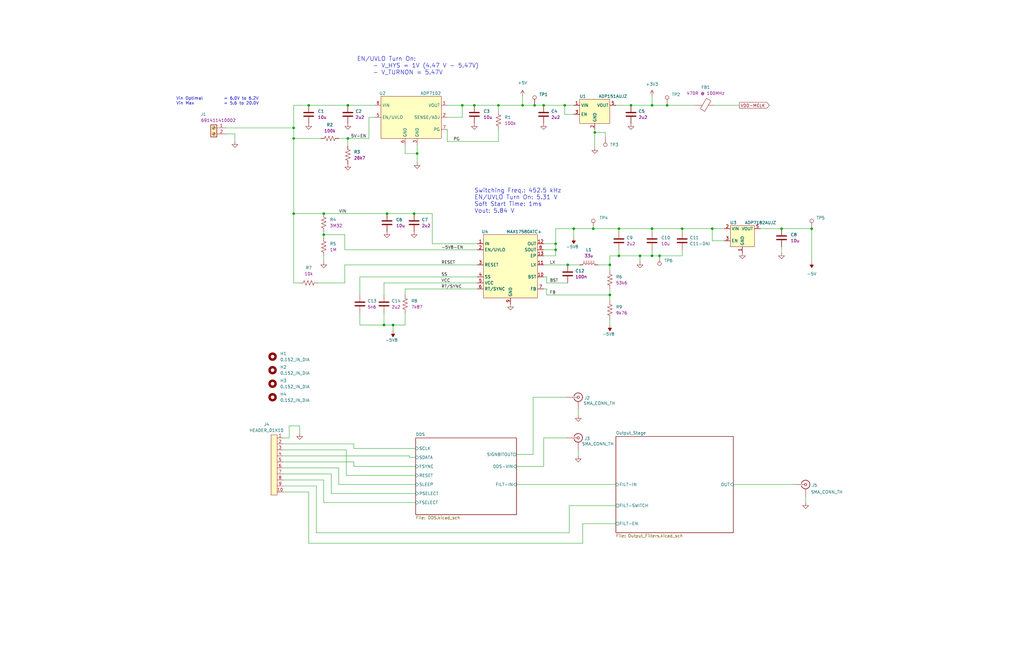
<source format=kicad_sch>
(kicad_sch (version 20211123) (generator eeschema)

  (uuid 6f60aaea-9c04-49b0-9cbd-4935cd92e92e)

  (paper "B")

  (title_block
    (title "DDS Function Generator")
    (date "2023-01-01")
    (rev "NC")
  )

  (lib_symbols
    (symbol "Connector:TestPoint" (pin_numbers hide) (pin_names (offset 0.762) hide) (in_bom yes) (on_board yes)
      (property "Reference" "TP" (id 0) (at 0 6.858 0)
        (effects (font (size 1.27 1.27)))
      )
      (property "Value" "TestPoint" (id 1) (at 0 5.08 0)
        (effects (font (size 1.27 1.27)))
      )
      (property "Footprint" "" (id 2) (at 5.08 0 0)
        (effects (font (size 1.27 1.27)) hide)
      )
      (property "Datasheet" "~" (id 3) (at 5.08 0 0)
        (effects (font (size 1.27 1.27)) hide)
      )
      (property "ki_keywords" "test point tp" (id 4) (at 0 0 0)
        (effects (font (size 1.27 1.27)) hide)
      )
      (property "ki_description" "test point" (id 5) (at 0 0 0)
        (effects (font (size 1.27 1.27)) hide)
      )
      (property "ki_fp_filters" "Pin* Test*" (id 6) (at 0 0 0)
        (effects (font (size 1.27 1.27)) hide)
      )
      (symbol "TestPoint_0_1"
        (circle (center 0 3.302) (radius 0.762)
          (stroke (width 0) (type default) (color 0 0 0 0))
          (fill (type none))
        )
      )
      (symbol "TestPoint_1_1"
        (pin passive line (at 0 0 90) (length 2.54)
          (name "1" (effects (font (size 1.27 1.27))))
          (number "1" (effects (font (size 1.27 1.27))))
        )
      )
    )
    (symbol "Connectors_Coax:SMA_CONN_TH" (pin_numbers hide) (pin_names (offset 0.002) hide) (in_bom yes) (on_board yes)
      (property "Reference" "J" (id 0) (at 2.54 1.27 0)
        (effects (font (size 1.27 1.27)))
      )
      (property "Value" "SMA_CONN_TH" (id 1) (at 10.16 2.54 0)
        (effects (font (size 1.27 1.27)) hide)
      )
      (property "Footprint" "Connectors_Coax:SMA_CONN_TH" (id 2) (at 0 0 0)
        (effects (font (size 1.27 1.27)) hide)
      )
      (property "Datasheet" "" (id 3) (at 0 0 0)
        (effects (font (size 1.27 1.27)) hide)
      )
      (property "Part_Number" "901-144-8RFX" (id 4) (at 0 0 0)
        (effects (font (size 1.27 1.27)) hide)
      )
      (property "ki_description" "CONNECTOR, SMA, THROUGH HOLE" (id 5) (at 0 0 0)
        (effects (font (size 1.27 1.27)) hide)
      )
      (symbol "SMA_CONN_TH_0_1"
        (arc (start -1.778 -0.508) (mid 0.2311 -1.8066) (end 1.778 0)
          (stroke (width 0.254) (type default) (color 0 0 0 0))
          (fill (type none))
        )
        (polyline
          (pts
            (xy -2.54 0)
            (xy -0.508 0)
          )
          (stroke (width 0) (type default) (color 0 0 0 0))
          (fill (type none))
        )
        (polyline
          (pts
            (xy 0 -2.54)
            (xy 0 -1.778)
          )
          (stroke (width 0) (type default) (color 0 0 0 0))
          (fill (type none))
        )
        (circle (center 0 0) (radius 0.508)
          (stroke (width 0.2032) (type default) (color 0 0 0 0))
          (fill (type none))
        )
        (arc (start 1.778 0) (mid 0.2099 1.8101) (end -1.778 0.508)
          (stroke (width 0.254) (type default) (color 0 0 0 0))
          (fill (type none))
        )
      )
      (symbol "SMA_CONN_TH_1_1"
        (pin passive line (at -5.08 0 0) (length 2.54)
          (name "In" (effects (font (size 1.27 1.27))))
          (number "1" (effects (font (size 1.27 1.27))))
        )
        (pin passive line (at 0 -5.08 90) (length 2.54)
          (name "GND" (effects (font (size 1.27 1.27))))
          (number "2" (effects (font (size 1.27 1.27))))
        )
      )
    )
    (symbol "Connectors_Header:HEADER_01X10" (pin_names hide) (in_bom yes) (on_board yes)
      (property "Reference" "J" (id 0) (at 3.81 16.51 0)
        (effects (font (size 1.27 1.27)) (justify left))
      )
      (property "Value" "HEADER_01X10" (id 1) (at 3.81 13.97 0)
        (effects (font (size 1.27 1.27)) (justify left))
      )
      (property "Footprint" "Connector_PinSocket_2.54mm:PinSocket_1x10_P2.54mm_Vertical" (id 2) (at 1.27 -1.27 0)
        (effects (font (size 1.27 1.27)) hide)
      )
      (property "Datasheet" "" (id 3) (at 1.27 -1.27 0)
        (effects (font (size 1.27 1.27)) hide)
      )
      (property "Part_Number" "61301011821" (id 4) (at 0 0 0)
        (effects (font (size 1.27 1.27)) hide)
      )
      (property "ki_description" "HEADER, 2.54mm Pitch, 1.02 TH" (id 5) (at 0 0 0)
        (effects (font (size 1.27 1.27)) hide)
      )
      (symbol "HEADER_01X10_0_1"
        (rectangle (start -1.27 12.7) (end 1.27 -12.7)
          (stroke (width 0) (type default) (color 0 0 0 0))
          (fill (type background))
        )
      )
      (symbol "HEADER_01X10_1_1"
        (pin passive line (at -3.81 11.43 0) (length 2.54)
          (name "PIN_1" (effects (font (size 1.27 1.27))))
          (number "1" (effects (font (size 1.27 1.27))))
        )
        (pin passive line (at -3.81 -11.43 0) (length 2.54)
          (name "PIN_10" (effects (font (size 1.27 1.27))))
          (number "10" (effects (font (size 1.27 1.27))))
        )
        (pin passive line (at -3.81 8.89 0) (length 2.54)
          (name "PIN_2" (effects (font (size 1.27 1.27))))
          (number "2" (effects (font (size 1.27 1.27))))
        )
        (pin passive line (at -3.81 6.35 0) (length 2.54)
          (name "PIN_3" (effects (font (size 1.27 1.27))))
          (number "3" (effects (font (size 1.27 1.27))))
        )
        (pin passive line (at -3.81 3.81 0) (length 2.54)
          (name "PIN_4" (effects (font (size 1.27 1.27))))
          (number "4" (effects (font (size 1.27 1.27))))
        )
        (pin passive line (at -3.81 1.27 0) (length 2.54)
          (name "PIN_5" (effects (font (size 1.27 1.27))))
          (number "5" (effects (font (size 1.27 1.27))))
        )
        (pin passive line (at -3.81 -1.27 0) (length 2.54)
          (name "PIN_6" (effects (font (size 1.27 1.27))))
          (number "6" (effects (font (size 1.27 1.27))))
        )
        (pin passive line (at -3.81 -3.81 0) (length 2.54)
          (name "PIN_7" (effects (font (size 1.27 1.27))))
          (number "7" (effects (font (size 1.27 1.27))))
        )
        (pin passive line (at -3.81 -6.35 0) (length 2.54)
          (name "PIN_8" (effects (font (size 1.27 1.27))))
          (number "8" (effects (font (size 1.27 1.27))))
        )
        (pin passive line (at -3.81 -8.89 0) (length 2.54)
          (name "PIN_9" (effects (font (size 1.27 1.27))))
          (number "9" (effects (font (size 1.27 1.27))))
        )
      )
    )
    (symbol "DDS_FunctionGenerator_Library:-5V8" (power) (pin_names (offset 0)) (in_bom no) (on_board no)
      (property "Reference" "#PWR" (id 0) (at 0 1.905 0)
        (effects (font (size 1.27 1.27)) hide)
      )
      (property "Value" "-5V8" (id 1) (at -0.635 3.81 0)
        (effects (font (size 1.27 1.27)))
      )
      (property "Footprint" "" (id 2) (at 0 0 0)
        (effects (font (size 1.27 1.27)) hide)
      )
      (property "Datasheet" "" (id 3) (at 0 0 0)
        (effects (font (size 1.27 1.27)) hide)
      )
      (symbol "-5V8_0_1"
        (polyline
          (pts
            (xy 0 0)
            (xy 0 1.27)
            (xy 0.762 1.27)
            (xy 0 2.54)
            (xy -0.762 1.27)
            (xy 0 1.27)
          )
          (stroke (width 0) (type default) (color 0 0 0 0))
          (fill (type outline))
        )
      )
      (symbol "-5V8_1_1"
        (pin power_in line (at 0 0 90) (length 0) hide
          (name "-5V8" (effects (font (size 1.27 1.27))))
          (number "1" (effects (font (size 1.27 1.27))))
        )
      )
    )
    (symbol "DDS_FunctionGenerator_Library:691411410002" (pin_names hide) (in_bom yes) (on_board yes)
      (property "Reference" "J" (id 0) (at 2.54 6.35 0)
        (effects (font (size 1.27 1.27)) (justify left))
      )
      (property "Value" "691411410002" (id 1) (at 0 0 0)
        (effects (font (size 1.27 1.27)) hide)
      )
      (property "Footprint" "DDS_FunctionGenerator_Library:691411410002" (id 2) (at 0 -1.27 0)
        (effects (font (size 1.27 1.27)) hide)
      )
      (property "Datasheet" "" (id 3) (at 0 -1.27 0)
        (effects (font (size 1.27 1.27)) hide)
      )
      (property "Part_Number" "691411410002" (id 4) (at 2.54 3.81 0)
        (effects (font (size 1.27 1.27)) (justify left))
      )
      (symbol "691411410002_1_1"
        (rectangle (start -1.27 2.54) (end 1.27 -2.54)
          (stroke (width 0.254) (type default) (color 0 0 0 0))
          (fill (type background))
        )
        (circle (center 0 -1.27) (radius 0.635)
          (stroke (width 0.1524) (type default) (color 0 0 0 0))
          (fill (type none))
        )
        (polyline
          (pts
            (xy -0.5334 -0.9398)
            (xy 0.3302 -1.778)
          )
          (stroke (width 0.1524) (type default) (color 0 0 0 0))
          (fill (type none))
        )
        (polyline
          (pts
            (xy -0.5334 1.6002)
            (xy 0.3302 0.762)
          )
          (stroke (width 0.1524) (type default) (color 0 0 0 0))
          (fill (type none))
        )
        (polyline
          (pts
            (xy -0.3556 -0.762)
            (xy 0.508 -1.6002)
          )
          (stroke (width 0.1524) (type default) (color 0 0 0 0))
          (fill (type none))
        )
        (polyline
          (pts
            (xy -0.3556 1.778)
            (xy 0.508 0.9398)
          )
          (stroke (width 0.1524) (type default) (color 0 0 0 0))
          (fill (type none))
        )
        (circle (center 0 1.27) (radius 0.635)
          (stroke (width 0.1524) (type default) (color 0 0 0 0))
          (fill (type none))
        )
        (pin passive line (at -5.08 1.27 0) (length 3.81)
          (name "Pin_1" (effects (font (size 1.27 1.27))))
          (number "1" (effects (font (size 1.27 1.27))))
        )
        (pin passive line (at -5.08 -1.27 0) (length 3.81)
          (name "Pin_2" (effects (font (size 1.27 1.27))))
          (number "2" (effects (font (size 1.27 1.27))))
        )
      )
    )
    (symbol "DDS_FunctionGenerator_Library:7447715330" (pin_numbers hide) (pin_names hide) (in_bom yes) (on_board yes)
      (property "Reference" "L" (id 0) (at 5.08 0 90)
        (effects (font (size 1.27 1.27)))
      )
      (property "Value" "7447715330" (id 1) (at 11.43 3.81 0)
        (effects (font (size 1.27 1.27)) hide)
      )
      (property "Footprint" "DDS_FunctionGenerator_Library:7447715330" (id 2) (at 0 0 0)
        (effects (font (size 1.27 1.27)) hide)
      )
      (property "Datasheet" "" (id 3) (at 0 0 0)
        (effects (font (size 1.27 1.27)) hide)
      )
      (property "Part_Number" "7447715330" (id 4) (at 11.43 3.81 0)
        (effects (font (size 1.27 1.27)) hide)
      )
      (property "Comp_Value" "L" (id 5) (at 3.175 0 90)
        (effects (font (size 1.27 1.27)))
      )
      (symbol "7447715330_0_1"
        (arc (start 0 -2.54) (mid 0.635 -1.905) (end 0 -1.27)
          (stroke (width 0) (type default) (color 0 0 0 0))
          (fill (type none))
        )
        (arc (start 0 -1.27) (mid 0.635 -0.635) (end 0 0)
          (stroke (width 0) (type default) (color 0 0 0 0))
          (fill (type none))
        )
        (polyline
          (pts
            (xy 1.016 -1.778)
            (xy 1.016 -2.286)
          )
          (stroke (width 0) (type default) (color 0 0 0 0))
          (fill (type none))
        )
        (polyline
          (pts
            (xy 1.016 -0.762)
            (xy 1.016 -1.27)
          )
          (stroke (width 0) (type default) (color 0 0 0 0))
          (fill (type none))
        )
        (polyline
          (pts
            (xy 1.016 0.254)
            (xy 1.016 -0.254)
          )
          (stroke (width 0) (type default) (color 0 0 0 0))
          (fill (type none))
        )
        (polyline
          (pts
            (xy 1.016 1.27)
            (xy 1.016 0.762)
          )
          (stroke (width 0) (type default) (color 0 0 0 0))
          (fill (type none))
        )
        (polyline
          (pts
            (xy 1.016 2.286)
            (xy 1.016 1.778)
          )
          (stroke (width 0) (type default) (color 0 0 0 0))
          (fill (type none))
        )
        (polyline
          (pts
            (xy 1.524 -1.778)
            (xy 1.524 -2.286)
          )
          (stroke (width 0) (type default) (color 0 0 0 0))
          (fill (type none))
        )
        (polyline
          (pts
            (xy 1.524 -0.762)
            (xy 1.524 -1.27)
          )
          (stroke (width 0) (type default) (color 0 0 0 0))
          (fill (type none))
        )
        (polyline
          (pts
            (xy 1.524 0.254)
            (xy 1.524 -0.254)
          )
          (stroke (width 0) (type default) (color 0 0 0 0))
          (fill (type none))
        )
        (polyline
          (pts
            (xy 1.524 1.27)
            (xy 1.524 0.762)
          )
          (stroke (width 0) (type default) (color 0 0 0 0))
          (fill (type none))
        )
        (polyline
          (pts
            (xy 1.524 2.286)
            (xy 1.524 1.778)
          )
          (stroke (width 0) (type default) (color 0 0 0 0))
          (fill (type none))
        )
        (arc (start 0 0) (mid 0.635 0.635) (end 0 1.27)
          (stroke (width 0) (type default) (color 0 0 0 0))
          (fill (type none))
        )
        (arc (start 0 1.27) (mid 0.635 1.905) (end 0 2.54)
          (stroke (width 0) (type default) (color 0 0 0 0))
          (fill (type none))
        )
      )
      (symbol "7447715330_1_1"
        (pin passive line (at 0 3.81 270) (length 1.27)
          (name "1" (effects (font (size 1.27 1.27))))
          (number "1" (effects (font (size 1.27 1.27))))
        )
        (pin passive line (at 0 -3.81 90) (length 1.27)
          (name "2" (effects (font (size 1.27 1.27))))
          (number "2" (effects (font (size 1.27 1.27))))
        )
      )
    )
    (symbol "DDS_FunctionGenerator_Library:ADP151AUJZ" (in_bom yes) (on_board yes)
      (property "Reference" "U" (id 0) (at -6.35 6.35 0)
        (effects (font (size 1.27 1.27)))
      )
      (property "Value" "ADP151AUJZ" (id 1) (at 2.54 6.35 0)
        (effects (font (size 1.27 1.27)))
      )
      (property "Footprint" "DDS_FunctionGenerator_Library:TSOT_5Pin" (id 2) (at 0 0 0)
        (effects (font (size 1.27 1.27)) hide)
      )
      (property "Datasheet" "" (id 3) (at 0 0 0)
        (effects (font (size 1.27 1.27)) hide)
      )
      (property "Part_Number" "ADP151AUJZ" (id 4) (at 1.27 0 0)
        (effects (font (size 1.27 1.27)) hide)
      )
      (symbol "ADP151AUJZ_0_1"
        (rectangle (start -6.35 5.08) (end 6.35 -5.08)
          (stroke (width 0) (type default) (color 0 0 0 0))
          (fill (type background))
        )
      )
      (symbol "ADP151AUJZ_1_1"
        (pin input line (at -8.89 2.54 0) (length 2.54)
          (name "VIN" (effects (font (size 1.27 1.27))))
          (number "1" (effects (font (size 1.27 1.27))))
        )
        (pin passive line (at 0 -7.62 90) (length 2.54)
          (name "GND" (effects (font (size 1.27 1.27))))
          (number "2" (effects (font (size 1.27 1.27))))
        )
        (pin passive line (at -8.89 -1.27 0) (length 2.54)
          (name "EN" (effects (font (size 1.27 1.27))))
          (number "3" (effects (font (size 1.27 1.27))))
        )
        (pin no_connect line (at 0 5.08 270) (length 0) hide
          (name "NC" (effects (font (size 1.27 1.27))))
          (number "4" (effects (font (size 1.27 1.27))))
        )
        (pin power_out line (at 8.89 2.54 180) (length 2.54)
          (name "VOUT" (effects (font (size 1.27 1.27))))
          (number "5" (effects (font (size 1.27 1.27))))
        )
      )
    )
    (symbol "DDS_FunctionGenerator_Library:ADP7102" (in_bom yes) (on_board yes)
      (property "Reference" "U" (id 0) (at -12.7 10.16 0)
        (effects (font (size 1.27 1.27)) (justify left))
      )
      (property "Value" "ADP7102" (id 1) (at 3.81 10.16 0)
        (effects (font (size 1.27 1.27)) (justify left))
      )
      (property "Footprint" "DDS_FunctionGenerator_Library:LFCSP_WD_8Pin" (id 2) (at 2.54 -2.54 0)
        (effects (font (size 1.27 1.27)) hide)
      )
      (property "Datasheet" "" (id 3) (at 2.54 -2.54 0)
        (effects (font (size 1.27 1.27)) hide)
      )
      (property "Part_Number" "ADP7102" (id 4) (at 0 0 0)
        (effects (font (size 1.27 1.27)) hide)
      )
      (symbol "ADP7102_0_1"
        (rectangle (start -12.7 8.89) (end 12.7 -8.89)
          (stroke (width 0) (type default) (color 0 0 0 0))
          (fill (type background))
        )
      )
      (symbol "ADP7102_1_1"
        (pin power_out line (at 15.24 5.08 180) (length 2.54)
          (name "VOUT" (effects (font (size 1.27 1.27))))
          (number "1" (effects (font (size 1.27 1.27))))
        )
        (pin passive line (at 15.24 0 180) (length 2.54)
          (name "SENSE/ADJ" (effects (font (size 1.27 1.27))))
          (number "2" (effects (font (size 1.27 1.27))))
        )
        (pin passive line (at 2.54 -11.43 90) (length 2.54)
          (name "GND" (effects (font (size 1.27 1.27))))
          (number "3" (effects (font (size 1.27 1.27))))
        )
        (pin no_connect line (at 0 8.89 270) (length 0) hide
          (name "NC" (effects (font (size 1.27 1.27))))
          (number "4" (effects (font (size 1.27 1.27))))
        )
        (pin passive line (at -15.24 0 0) (length 2.54)
          (name "EN/UVLO" (effects (font (size 1.27 1.27))))
          (number "5" (effects (font (size 1.27 1.27))))
        )
        (pin power_out line (at -2.54 -11.43 90) (length 2.54)
          (name "GND" (effects (font (size 1.27 1.27))))
          (number "6" (effects (font (size 1.27 1.27))))
        )
        (pin passive line (at 15.24 -5.08 180) (length 2.54)
          (name "PG" (effects (font (size 1.27 1.27))))
          (number "7" (effects (font (size 1.27 1.27))))
        )
        (pin passive line (at -15.24 5.08 0) (length 2.54)
          (name "VIN" (effects (font (size 1.27 1.27))))
          (number "8" (effects (font (size 1.27 1.27))))
        )
      )
    )
    (symbol "DDS_FunctionGenerator_Library:ADP7182AUJZ" (in_bom yes) (on_board yes)
      (property "Reference" "U" (id 0) (at -5.08 5.08 0)
        (effects (font (size 1.27 1.27)))
      )
      (property "Value" "ADP7182AUJZ" (id 1) (at 5.08 5.08 0)
        (effects (font (size 1.27 1.27)))
      )
      (property "Footprint" "DDS_FunctionGenerator_Library:TSOT_5Pin" (id 2) (at 0 0 0)
        (effects (font (size 1.27 1.27)) hide)
      )
      (property "Datasheet" "" (id 3) (at 0 0 0)
        (effects (font (size 1.27 1.27)) hide)
      )
      (property "Part_Number" "ADP7182AUJZ" (id 4) (at 0 0 0)
        (effects (font (size 1.27 1.27)) hide)
      )
      (symbol "ADP7182AUJZ_0_1"
        (rectangle (start -5.08 3.81) (end 5.08 -5.08)
          (stroke (width 0) (type default) (color 0 0 0 0))
          (fill (type background))
        )
      )
      (symbol "ADP7182AUJZ_1_1"
        (pin passive line (at 0 -7.62 90) (length 2.54)
          (name "GND" (effects (font (size 1.27 1.27))))
          (number "1" (effects (font (size 1.27 1.27))))
        )
        (pin input line (at -7.62 2.54 0) (length 2.54)
          (name "VIN" (effects (font (size 1.27 1.27))))
          (number "2" (effects (font (size 1.27 1.27))))
        )
        (pin passive line (at -7.62 -2.54 0) (length 2.54)
          (name "EN" (effects (font (size 1.27 1.27))))
          (number "3" (effects (font (size 1.27 1.27))))
        )
        (pin no_connect line (at 5.08 -2.54 180) (length 0) hide
          (name "NC" (effects (font (size 1.27 1.27))))
          (number "4" (effects (font (size 1.27 1.27))))
        )
        (pin power_out line (at 7.62 2.54 180) (length 2.54)
          (name "VOUT" (effects (font (size 1.27 1.27))))
          (number "5" (effects (font (size 1.27 1.27))))
        )
      )
    )
    (symbol "DDS_FunctionGenerator_Library:MAX17580ATC+" (in_bom yes) (on_board yes)
      (property "Reference" "U" (id 0) (at -11.43 15.24 0)
        (effects (font (size 1.27 1.27)) (justify left))
      )
      (property "Value" "MAX17580ATC+" (id 1) (at -3.81 15.24 0)
        (effects (font (size 1.27 1.27)) (justify left))
      )
      (property "Footprint" "DDS_FunctionGenerator_Library:TDFN-EP_12Pin" (id 2) (at -5.08 -2.54 0)
        (effects (font (size 1.27 1.27)) hide)
      )
      (property "Datasheet" "" (id 3) (at -5.08 -2.54 0)
        (effects (font (size 1.27 1.27)) hide)
      )
      (property "Part_Number" "MAX17580ATC+" (id 4) (at 0 0 0)
        (effects (font (size 1.27 1.27)) hide)
      )
      (symbol "MAX17580ATC+_0_1"
        (rectangle (start -11.43 13.97) (end 11.43 -12.7)
          (stroke (width 0) (type default) (color 0 0 0 0))
          (fill (type background))
        )
      )
      (symbol "MAX17580ATC+_1_1"
        (pin input line (at -13.97 10.16 0) (length 2.54)
          (name "IN" (effects (font (size 1.27 1.27))))
          (number "1" (effects (font (size 1.27 1.27))))
        )
        (pin passive line (at 13.97 -3.81 180) (length 2.54)
          (name "BST" (effects (font (size 1.27 1.27))))
          (number "10" (effects (font (size 1.27 1.27))))
        )
        (pin passive line (at 13.97 1.27 180) (length 2.54)
          (name "LX" (effects (font (size 1.27 1.27))))
          (number "11" (effects (font (size 1.27 1.27))))
        )
        (pin power_out line (at 13.97 10.16 180) (length 2.54)
          (name "OUT" (effects (font (size 1.27 1.27))))
          (number "12" (effects (font (size 1.27 1.27))))
        )
        (pin passive line (at 13.97 5.08 180) (length 2.54)
          (name "EP" (effects (font (size 1.27 1.27))))
          (number "13" (effects (font (size 1.27 1.27))))
        )
        (pin passive line (at -13.97 7.62 0) (length 2.54)
          (name "EN/UVLO" (effects (font (size 1.27 1.27))))
          (number "2" (effects (font (size 1.27 1.27))))
        )
        (pin passive line (at -13.97 1.27 0) (length 2.54)
          (name "RESET" (effects (font (size 1.27 1.27))))
          (number "3" (effects (font (size 1.27 1.27))))
        )
        (pin passive line (at -13.97 -3.81 0) (length 2.54)
          (name "SS" (effects (font (size 1.27 1.27))))
          (number "4" (effects (font (size 1.27 1.27))))
        )
        (pin passive line (at -13.97 -6.35 0) (length 2.54)
          (name "VCC" (effects (font (size 1.27 1.27))))
          (number "5" (effects (font (size 1.27 1.27))))
        )
        (pin passive line (at -13.97 -8.89 0) (length 2.54)
          (name "RT/SYNC" (effects (font (size 1.27 1.27))))
          (number "6" (effects (font (size 1.27 1.27))))
        )
        (pin passive line (at 13.97 -8.89 180) (length 2.54)
          (name "FB" (effects (font (size 1.27 1.27))))
          (number "7" (effects (font (size 1.27 1.27))))
        )
        (pin passive line (at 13.97 7.62 180) (length 2.54)
          (name "SOUT" (effects (font (size 1.27 1.27))))
          (number "8" (effects (font (size 1.27 1.27))))
        )
        (pin passive line (at 0 -15.24 90) (length 2.54)
          (name "GND" (effects (font (size 1.27 1.27))))
          (number "9" (effects (font (size 1.27 1.27))))
        )
      )
    )
    (symbol "Mounting_Holes:0.152_IN_DIA" (in_bom yes) (on_board yes)
      (property "Reference" "H" (id 0) (at 0 5.08 0)
        (effects (font (size 1.27 1.27)))
      )
      (property "Value" "0.152_IN_DIA" (id 1) (at 0 3.175 0)
        (effects (font (size 1.27 1.27)))
      )
      (property "Footprint" "Mounting_Holes:0.152_IN_DIA-6-32" (id 2) (at 0 0 0)
        (effects (font (size 1.27 1.27)) hide)
      )
      (property "Datasheet" "" (id 3) (at 0 0 0)
        (effects (font (size 1.27 1.27)) hide)
      )
      (property "Part_Number" "4817" (id 4) (at 0 0 0)
        (effects (font (size 1.27 1.27)) hide)
      )
      (property "ki_description" "MOUNTING HOLE, 0.152 IN, DRILL 24" (id 5) (at 0 0 0)
        (effects (font (size 1.27 1.27)) hide)
      )
      (symbol "0.152_IN_DIA_0_1"
        (circle (center 0 0) (radius 1.27)
          (stroke (width 1.016) (type default) (color 0 0 0 0))
          (fill (type none))
        )
      )
    )
    (symbol "SMD_Passives:BEAD_0603" (pin_numbers hide) (pin_names hide) (in_bom yes) (on_board yes)
      (property "Reference" "FB" (id 0) (at 3.81 5.08 0)
        (effects (font (size 1.27 1.27)))
      )
      (property "Value" "BEAD_0603" (id 1) (at 12.7 5.08 0)
        (effects (font (size 1.27 1.27)) hide)
      )
      (property "Footprint" "SMD_Passives_Reflow:SMD_0603" (id 2) (at 1.27 0 0)
        (effects (font (size 1.27 1.27)) hide)
      )
      (property "Datasheet" "" (id 3) (at 0 0 90)
        (effects (font (size 1.27 1.27)) hide)
      )
      (property "Part_Number" "" (id 4) (at 0 0 0)
        (effects (font (size 1.27 1.27)) hide)
      )
      (property "Comp_Value" "FB" (id 5) (at 3.81 3.175 0)
        (effects (font (size 1.27 1.27)))
      )
      (property "ki_description" "FERRITE BEAD, SMD, 0603" (id 6) (at 0 0 0)
        (effects (font (size 1.27 1.27)) hide)
      )
      (symbol "BEAD_0603_0_1"
        (polyline
          (pts
            (xy 0 -2.54)
            (xy -1.8542 -1.4732)
            (xy 0.7112 2.9972)
            (xy 2.5654 1.905)
            (xy 0 -2.54)
          )
          (stroke (width 0) (type default) (color 0 0 0 0))
          (fill (type none))
        )
      )
      (symbol "BEAD_0603_1_1"
        (pin passive line (at -3.81 0 0) (length 2.794)
          (name "~" (effects (font (size 1.27 1.27))))
          (number "1" (effects (font (size 1.27 1.27))))
        )
        (pin passive line (at 3.81 0 180) (length 2.286)
          (name "~" (effects (font (size 1.27 1.27))))
          (number "2" (effects (font (size 1.27 1.27))))
        )
      )
    )
    (symbol "SMD_Passives:CAP_0603" (pin_numbers hide) (pin_names hide) (in_bom yes) (on_board yes)
      (property "Reference" "C" (id 0) (at 2.54 4.445 0)
        (effects (font (size 1.27 1.27)) (justify left))
      )
      (property "Value" "CAP_0603" (id 1) (at 2.54 6.35 0)
        (effects (font (size 1.27 1.27)) (justify left) hide)
      )
      (property "Footprint" "SMD_Passives_Reflow:SMD_0603" (id 2) (at 0 0 0)
        (effects (font (size 1.27 1.27)) hide)
      )
      (property "Datasheet" "" (id 3) (at 0 0 0)
        (effects (font (size 1.27 1.27)) hide)
      )
      (property "Part_Number" "" (id 4) (at 0 0 0)
        (effects (font (size 1.27 1.27)) hide)
      )
      (property "Comp_Value" "C" (id 5) (at 2.54 2.54 0)
        (effects (font (size 1.27 1.27)) (justify left))
      )
      (property "ki_description" "CAPACITOR, SMD, 0603" (id 6) (at 0 0 0)
        (effects (font (size 1.27 1.27)) hide)
      )
      (symbol "CAP_0603_0_1"
        (polyline
          (pts
            (xy -2.032 -0.762)
            (xy 2.032 -0.762)
          )
          (stroke (width 0.508) (type default) (color 0 0 0 0))
          (fill (type none))
        )
        (polyline
          (pts
            (xy -2.032 0.762)
            (xy 2.032 0.762)
          )
          (stroke (width 0.508) (type default) (color 0 0 0 0))
          (fill (type none))
        )
      )
      (symbol "CAP_0603_1_1"
        (pin passive line (at 0 3.81 270) (length 2.794)
          (name "~" (effects (font (size 1.27 1.27))))
          (number "1" (effects (font (size 1.27 1.27))))
        )
        (pin passive line (at 0 -3.81 90) (length 2.794)
          (name "~" (effects (font (size 1.27 1.27))))
          (number "2" (effects (font (size 1.27 1.27))))
        )
      )
    )
    (symbol "SMD_Passives:CAP_0805" (pin_numbers hide) (pin_names hide) (in_bom yes) (on_board yes)
      (property "Reference" "C" (id 0) (at 2.54 4.445 0)
        (effects (font (size 1.27 1.27)) (justify left))
      )
      (property "Value" "CAP_0805" (id 1) (at 2.54 6.35 0)
        (effects (font (size 1.27 1.27)) (justify left) hide)
      )
      (property "Footprint" "SMD_Passives_Reflow:SMD_0805" (id 2) (at 3.81 0 0)
        (effects (font (size 1.27 1.27)) hide)
      )
      (property "Datasheet" "" (id 3) (at 7.62 5.715 0)
        (effects (font (size 1.27 1.27)) hide)
      )
      (property "Part_Number" "" (id 4) (at 0 0 0)
        (effects (font (size 1.27 1.27)) hide)
      )
      (property "Comp_Value" "C" (id 5) (at 2.54 2.54 0)
        (effects (font (size 1.27 1.27)) (justify left))
      )
      (property "ki_description" "CAPACITOR, SMD, 0805" (id 6) (at 0 0 0)
        (effects (font (size 1.27 1.27)) hide)
      )
      (symbol "CAP_0805_0_1"
        (polyline
          (pts
            (xy -2.032 -0.762)
            (xy 2.032 -0.762)
          )
          (stroke (width 0.508) (type default) (color 0 0 0 0))
          (fill (type none))
        )
        (polyline
          (pts
            (xy -2.032 0.762)
            (xy 2.032 0.762)
          )
          (stroke (width 0.508) (type default) (color 0 0 0 0))
          (fill (type none))
        )
      )
      (symbol "CAP_0805_1_1"
        (pin passive line (at 0 3.81 270) (length 2.794)
          (name "~" (effects (font (size 1.27 1.27))))
          (number "1" (effects (font (size 1.27 1.27))))
        )
        (pin passive line (at 0 -3.81 90) (length 2.794)
          (name "~" (effects (font (size 1.27 1.27))))
          (number "2" (effects (font (size 1.27 1.27))))
        )
      )
    )
    (symbol "SMD_Passives:RES_0603" (pin_numbers hide) (pin_names hide) (in_bom yes) (on_board yes)
      (property "Reference" "R" (id 0) (at 2.54 3.175 0)
        (effects (font (size 1.27 1.27)) (justify left))
      )
      (property "Value" "RES_0603" (id 1) (at 2.54 5.08 0)
        (effects (font (size 1.27 1.27)) (justify left) hide)
      )
      (property "Footprint" "SMD_Passives_Reflow:SMD_0603" (id 2) (at 0 0 0)
        (effects (font (size 1.27 1.27)) hide)
      )
      (property "Datasheet" "" (id 3) (at 0 0 0)
        (effects (font (size 1.27 1.27)) hide)
      )
      (property "Part_Number" "" (id 4) (at 0 0 0)
        (effects (font (size 1.27 1.27)) hide)
      )
      (property "Comp_Value" "R" (id 5) (at 2.54 1.27 0)
        (effects (font (size 1.27 1.27)) (justify left))
      )
      (property "ki_description" "RESISTOR, SMD, 0603" (id 6) (at 0 0 0)
        (effects (font (size 1.27 1.27)) hide)
      )
      (symbol "RES_0603_0_1"
        (polyline
          (pts
            (xy 0 2.286)
            (xy 1.016 1.905)
            (xy -1.016 1.143)
            (xy 1.016 0.381)
            (xy -1.016 -0.381)
            (xy 1.016 -1.143)
            (xy -1.016 -1.905)
            (xy 0 -2.286)
          )
          (stroke (width 0) (type default) (color 0 0 0 0))
          (fill (type none))
        )
      )
      (symbol "RES_0603_1_1"
        (pin passive line (at 0 3.81 270) (length 1.524)
          (name "~" (effects (font (size 1.27 1.27))))
          (number "1" (effects (font (size 1.27 1.27))))
        )
        (pin passive line (at 0 -3.81 90) (length 1.524)
          (name "~" (effects (font (size 1.27 1.27))))
          (number "2" (effects (font (size 1.27 1.27))))
        )
      )
    )
    (symbol "power:+3V3" (power) (pin_names (offset 0)) (in_bom yes) (on_board yes)
      (property "Reference" "#PWR" (id 0) (at 0 -3.81 0)
        (effects (font (size 1.27 1.27)) hide)
      )
      (property "Value" "+3V3" (id 1) (at 0 3.556 0)
        (effects (font (size 1.27 1.27)))
      )
      (property "Footprint" "" (id 2) (at 0 0 0)
        (effects (font (size 1.27 1.27)) hide)
      )
      (property "Datasheet" "" (id 3) (at 0 0 0)
        (effects (font (size 1.27 1.27)) hide)
      )
      (property "ki_keywords" "power-flag" (id 4) (at 0 0 0)
        (effects (font (size 1.27 1.27)) hide)
      )
      (property "ki_description" "Power symbol creates a global label with name \"+3V3\"" (id 5) (at 0 0 0)
        (effects (font (size 1.27 1.27)) hide)
      )
      (symbol "+3V3_0_1"
        (polyline
          (pts
            (xy -0.762 1.27)
            (xy 0 2.54)
          )
          (stroke (width 0) (type default) (color 0 0 0 0))
          (fill (type none))
        )
        (polyline
          (pts
            (xy 0 0)
            (xy 0 2.54)
          )
          (stroke (width 0) (type default) (color 0 0 0 0))
          (fill (type none))
        )
        (polyline
          (pts
            (xy 0 2.54)
            (xy 0.762 1.27)
          )
          (stroke (width 0) (type default) (color 0 0 0 0))
          (fill (type none))
        )
      )
      (symbol "+3V3_1_1"
        (pin power_in line (at 0 0 90) (length 0) hide
          (name "+3V3" (effects (font (size 1.27 1.27))))
          (number "1" (effects (font (size 1.27 1.27))))
        )
      )
    )
    (symbol "power:+5V" (power) (pin_names (offset 0)) (in_bom yes) (on_board yes)
      (property "Reference" "#PWR" (id 0) (at 0 -3.81 0)
        (effects (font (size 1.27 1.27)) hide)
      )
      (property "Value" "+5V" (id 1) (at 0 3.556 0)
        (effects (font (size 1.27 1.27)))
      )
      (property "Footprint" "" (id 2) (at 0 0 0)
        (effects (font (size 1.27 1.27)) hide)
      )
      (property "Datasheet" "" (id 3) (at 0 0 0)
        (effects (font (size 1.27 1.27)) hide)
      )
      (property "ki_keywords" "power-flag" (id 4) (at 0 0 0)
        (effects (font (size 1.27 1.27)) hide)
      )
      (property "ki_description" "Power symbol creates a global label with name \"+5V\"" (id 5) (at 0 0 0)
        (effects (font (size 1.27 1.27)) hide)
      )
      (symbol "+5V_0_1"
        (polyline
          (pts
            (xy -0.762 1.27)
            (xy 0 2.54)
          )
          (stroke (width 0) (type default) (color 0 0 0 0))
          (fill (type none))
        )
        (polyline
          (pts
            (xy 0 0)
            (xy 0 2.54)
          )
          (stroke (width 0) (type default) (color 0 0 0 0))
          (fill (type none))
        )
        (polyline
          (pts
            (xy 0 2.54)
            (xy 0.762 1.27)
          )
          (stroke (width 0) (type default) (color 0 0 0 0))
          (fill (type none))
        )
      )
      (symbol "+5V_1_1"
        (pin power_in line (at 0 0 90) (length 0) hide
          (name "+5V" (effects (font (size 1.27 1.27))))
          (number "1" (effects (font (size 1.27 1.27))))
        )
      )
    )
    (symbol "power:-5V" (power) (pin_names (offset 0)) (in_bom yes) (on_board yes)
      (property "Reference" "#PWR" (id 0) (at 0 2.54 0)
        (effects (font (size 1.27 1.27)) hide)
      )
      (property "Value" "-5V" (id 1) (at 0 3.81 0)
        (effects (font (size 1.27 1.27)))
      )
      (property "Footprint" "" (id 2) (at 0 0 0)
        (effects (font (size 1.27 1.27)) hide)
      )
      (property "Datasheet" "" (id 3) (at 0 0 0)
        (effects (font (size 1.27 1.27)) hide)
      )
      (property "ki_keywords" "power-flag" (id 4) (at 0 0 0)
        (effects (font (size 1.27 1.27)) hide)
      )
      (property "ki_description" "Power symbol creates a global label with name \"-5V\"" (id 5) (at 0 0 0)
        (effects (font (size 1.27 1.27)) hide)
      )
      (symbol "-5V_0_0"
        (pin power_in line (at 0 0 90) (length 0) hide
          (name "-5V" (effects (font (size 1.27 1.27))))
          (number "1" (effects (font (size 1.27 1.27))))
        )
      )
      (symbol "-5V_0_1"
        (polyline
          (pts
            (xy 0 0)
            (xy 0 1.27)
            (xy 0.762 1.27)
            (xy 0 2.54)
            (xy -0.762 1.27)
            (xy 0 1.27)
          )
          (stroke (width 0) (type default) (color 0 0 0 0))
          (fill (type outline))
        )
      )
    )
    (symbol "power:GND" (power) (pin_names (offset 0)) (in_bom yes) (on_board yes)
      (property "Reference" "#PWR" (id 0) (at 0 -6.35 0)
        (effects (font (size 1.27 1.27)) hide)
      )
      (property "Value" "GND" (id 1) (at 0 -3.81 0)
        (effects (font (size 1.27 1.27)))
      )
      (property "Footprint" "" (id 2) (at 0 0 0)
        (effects (font (size 1.27 1.27)) hide)
      )
      (property "Datasheet" "" (id 3) (at 0 0 0)
        (effects (font (size 1.27 1.27)) hide)
      )
      (property "ki_keywords" "power-flag" (id 4) (at 0 0 0)
        (effects (font (size 1.27 1.27)) hide)
      )
      (property "ki_description" "Power symbol creates a global label with name \"GND\" , ground" (id 5) (at 0 0 0)
        (effects (font (size 1.27 1.27)) hide)
      )
      (symbol "GND_0_1"
        (polyline
          (pts
            (xy 0 0)
            (xy 0 -1.27)
            (xy 1.27 -1.27)
            (xy 0 -2.54)
            (xy -1.27 -1.27)
            (xy 0 -1.27)
          )
          (stroke (width 0) (type default) (color 0 0 0 0))
          (fill (type none))
        )
      )
      (symbol "GND_1_1"
        (pin power_in line (at 0 0 270) (length 0) hide
          (name "GND" (effects (font (size 1.27 1.27))))
          (number "1" (effects (font (size 1.27 1.27))))
        )
      )
    )
  )

  (junction (at 123.825 90.17) (diameter 0) (color 0 0 0 0)
    (uuid 0309bc05-62b6-4c18-aead-ddc0f85215b6)
  )
  (junction (at 210.185 44.45) (diameter 0) (color 0 0 0 0)
    (uuid 106b8476-fa7e-4230-a01e-1646c2e14467)
  )
  (junction (at 281.305 44.45) (diameter 0) (color 0 0 0 0)
    (uuid 1813d4c5-6516-4aa9-ad93-be8ee05923ca)
  )
  (junction (at 260.985 96.52) (diameter 0) (color 0 0 0 0)
    (uuid 1af6dc29-0b20-40ca-b4ab-534338b22267)
  )
  (junction (at 274.955 44.45) (diameter 0) (color 0 0 0 0)
    (uuid 1db781f3-6d09-41db-8531-b12bf6ce25d7)
  )
  (junction (at 146.685 44.45) (diameter 0) (color 0 0 0 0)
    (uuid 1ead17b1-6274-403f-a7df-ab5b4d1f294f)
  )
  (junction (at 257.175 124.46) (diameter 0) (color 0 0 0 0)
    (uuid 2103fe6e-39d6-4e0f-a5e2-c6c9fe96610b)
  )
  (junction (at 161.925 137.16) (diameter 0) (color 0 0 0 0)
    (uuid 223cef37-760d-4a55-bdbb-83554aa02414)
  )
  (junction (at 278.13 107.95) (diameter 0) (color 0 0 0 0)
    (uuid 28024536-96f0-49dd-a2f5-29e4184f0b7f)
  )
  (junction (at 238.125 44.45) (diameter 0) (color 0 0 0 0)
    (uuid 2c7853b0-303c-4030-9470-e242017dde5e)
  )
  (junction (at 241.935 96.52) (diameter 0) (color 0 0 0 0)
    (uuid 2ff886d0-8579-4153-95b2-615e91857840)
  )
  (junction (at 274.955 96.52) (diameter 0) (color 0 0 0 0)
    (uuid 30fa66c0-48e6-4262-aee8-d62c94d76434)
  )
  (junction (at 194.945 44.45) (diameter 0) (color 0 0 0 0)
    (uuid 3654d82c-5040-47a4-bc36-56103a605ea7)
  )
  (junction (at 123.825 53.975) (diameter 0) (color 0 0 0 0)
    (uuid 3c692e34-31c6-4790-b2b3-b7b72a7425c6)
  )
  (junction (at 257.175 111.76) (diameter 0) (color 0 0 0 0)
    (uuid 472bd8b6-9d91-46e5-94ba-ce76b20122cd)
  )
  (junction (at 136.525 90.17) (diameter 0) (color 0 0 0 0)
    (uuid 4a5ca63d-0fa7-4993-93ee-813c2b16a2c1)
  )
  (junction (at 250.19 96.52) (diameter 0) (color 0 0 0 0)
    (uuid 632cd968-c066-417a-b451-635f6dcf6427)
  )
  (junction (at 225.425 44.45) (diameter 0) (color 0 0 0 0)
    (uuid 6a201dfe-9b4f-44c6-84ca-f72dab83704c)
  )
  (junction (at 239.395 111.76) (diameter 0) (color 0 0 0 0)
    (uuid 6f1e3430-413c-4223-9cdb-dcb312acf9b2)
  )
  (junction (at 123.825 58.42) (diameter 0) (color 0 0 0 0)
    (uuid 742ef2d7-04c2-4ecb-91aa-10dd4cd52f4b)
  )
  (junction (at 220.345 44.45) (diameter 0) (color 0 0 0 0)
    (uuid 75180ce4-d202-41ef-8551-c70acb6a73d0)
  )
  (junction (at 136.525 99.06) (diameter 0) (color 0 0 0 0)
    (uuid 78ec6161-0e31-48a3-abf1-533b929acb60)
  )
  (junction (at 300.355 96.52) (diameter 0) (color 0 0 0 0)
    (uuid 79e0643e-a099-4715-bd01-8da8615d285e)
  )
  (junction (at 200.025 44.45) (diameter 0) (color 0 0 0 0)
    (uuid 7a3ef044-0987-4839-831c-ee6d6aa22dc3)
  )
  (junction (at 165.735 137.16) (diameter 0) (color 0 0 0 0)
    (uuid 87a14d60-886d-439b-a339-8c42fda99872)
  )
  (junction (at 266.065 44.45) (diameter 0) (color 0 0 0 0)
    (uuid 8c63ce7a-719c-4fb3-96fa-b2cf39f858ef)
  )
  (junction (at 234.315 102.87) (diameter 0) (color 0 0 0 0)
    (uuid 8d7be4d5-7a22-4cfe-9e4c-f4f740f0e022)
  )
  (junction (at 250.825 55.88) (diameter 0) (color 0 0 0 0)
    (uuid 8e405a8a-0806-4f56-86da-665f1a19b7a8)
  )
  (junction (at 342.265 96.52) (diameter 0) (color 0 0 0 0)
    (uuid 91dae7c3-4cf0-44dc-83d0-a65eed4b1575)
  )
  (junction (at 229.235 44.45) (diameter 0) (color 0 0 0 0)
    (uuid 923f4fea-e1a8-480d-ac13-ebcedab30087)
  )
  (junction (at 174.625 90.17) (diameter 0) (color 0 0 0 0)
    (uuid 9483918a-0bfb-46ab-86cd-582648b08f78)
  )
  (junction (at 163.195 90.17) (diameter 0) (color 0 0 0 0)
    (uuid 9d5d3f44-6b2f-4963-ac23-fa7813ff73d1)
  )
  (junction (at 146.685 58.42) (diameter 0) (color 0 0 0 0)
    (uuid aba683ba-1bda-4149-9e2f-d58258ec8acf)
  )
  (junction (at 234.315 105.41) (diameter 0) (color 0 0 0 0)
    (uuid b88cfba8-f86e-4bcc-89c4-0c4789885d50)
  )
  (junction (at 287.655 96.52) (diameter 0) (color 0 0 0 0)
    (uuid c37bc137-7880-4830-bf52-990c83604748)
  )
  (junction (at 269.875 107.95) (diameter 0) (color 0 0 0 0)
    (uuid cff01713-0b4e-45e5-9437-c04ab882d7f2)
  )
  (junction (at 329.565 96.52) (diameter 0) (color 0 0 0 0)
    (uuid d17a04f1-9a6f-4c23-a201-32b1948d6450)
  )
  (junction (at 175.895 64.77) (diameter 0) (color 0 0 0 0)
    (uuid d3d40eef-1244-43bf-b8ff-3d573fa0e4cf)
  )
  (junction (at 274.955 107.95) (diameter 0) (color 0 0 0 0)
    (uuid d4fa873f-89a9-41dc-b93b-3c39e8b19238)
  )
  (junction (at 130.175 44.45) (diameter 0) (color 0 0 0 0)
    (uuid f3b1e385-960b-4951-8076-9fd1d406a057)
  )
  (junction (at 260.985 107.95) (diameter 0) (color 0 0 0 0)
    (uuid f60247e0-d55f-4930-9fdc-4068b6745f29)
  )

  (wire (pts (xy 300.99 44.45) (xy 311.785 44.45))
    (stroke (width 0) (type default) (color 0 0 0 0))
    (uuid 0088b2cb-8ec7-4429-b152-3e033ea731c4)
  )
  (wire (pts (xy 269.875 107.95) (xy 274.955 107.95))
    (stroke (width 0) (type default) (color 0 0 0 0))
    (uuid 014bfd25-ca8d-4dc5-b7ab-cf58d1c214f9)
  )
  (wire (pts (xy 287.655 96.52) (xy 300.355 96.52))
    (stroke (width 0) (type default) (color 0 0 0 0))
    (uuid 037bcd82-4bc7-462a-9bdb-cca11f761827)
  )
  (wire (pts (xy 136.525 90.17) (xy 163.195 90.17))
    (stroke (width 0) (type default) (color 0 0 0 0))
    (uuid 04229bb8-f629-4fbe-803a-5132dc45327d)
  )
  (wire (pts (xy 224.79 167.64) (xy 238.76 167.64))
    (stroke (width 0) (type default) (color 0 0 0 0))
    (uuid 04387b4d-0eb5-4c41-ab4e-4712411361b6)
  )
  (wire (pts (xy 170.815 137.16) (xy 170.815 132.08))
    (stroke (width 0) (type default) (color 0 0 0 0))
    (uuid 05aa2724-3897-478f-a550-488a9bab5c6b)
  )
  (wire (pts (xy 146.685 58.42) (xy 155.575 58.42))
    (stroke (width 0) (type default) (color 0 0 0 0))
    (uuid 06323a63-d8e2-4841-acfa-5b1cfc023719)
  )
  (wire (pts (xy 274.955 96.52) (xy 260.985 96.52))
    (stroke (width 0) (type default) (color 0 0 0 0))
    (uuid 0c0ace0b-e5d6-4662-81ca-93016d5b40b9)
  )
  (wire (pts (xy 119.38 184.785) (xy 121.92 184.785))
    (stroke (width 0) (type default) (color 0 0 0 0))
    (uuid 0cf3cad9-a6ef-44e7-912c-b2e3cf23ff12)
  )
  (wire (pts (xy 95.25 56.515) (xy 99.06 56.515))
    (stroke (width 0) (type default) (color 0 0 0 0))
    (uuid 0f92a3d2-3975-42a8-acdc-5f3cc0656243)
  )
  (wire (pts (xy 165.735 137.16) (xy 170.815 137.16))
    (stroke (width 0) (type default) (color 0 0 0 0))
    (uuid 10768dde-3a1c-457d-a21a-723a8413391e)
  )
  (wire (pts (xy 119.38 194.945) (xy 149.225 194.945))
    (stroke (width 0) (type default) (color 0 0 0 0))
    (uuid 117acd91-8871-48eb-93a2-edc050263c77)
  )
  (wire (pts (xy 123.825 58.42) (xy 123.825 90.17))
    (stroke (width 0) (type default) (color 0 0 0 0))
    (uuid 17195d21-9547-4f11-b871-db8144ba3380)
  )
  (wire (pts (xy 182.245 102.87) (xy 201.295 102.87))
    (stroke (width 0) (type default) (color 0 0 0 0))
    (uuid 198d3a7a-f194-4039-bff9-c30c99128049)
  )
  (wire (pts (xy 201.295 111.76) (xy 145.415 111.76))
    (stroke (width 0) (type default) (color 0 0 0 0))
    (uuid 1ab3b38a-086b-4ed8-9d31-9522852bf309)
  )
  (wire (pts (xy 255.27 57.785) (xy 255.27 55.88))
    (stroke (width 0) (type default) (color 0 0 0 0))
    (uuid 20ae9425-ec74-4ef4-b999-8cf69e25b5be)
  )
  (wire (pts (xy 230.505 119.38) (xy 239.395 119.38))
    (stroke (width 0) (type default) (color 0 0 0 0))
    (uuid 25b3ef33-1698-4450-bb30-84f48aa59b7e)
  )
  (wire (pts (xy 142.875 58.42) (xy 146.685 58.42))
    (stroke (width 0) (type default) (color 0 0 0 0))
    (uuid 263130bd-8c73-4ac2-9fdc-1f551d05621a)
  )
  (wire (pts (xy 234.315 107.95) (xy 234.315 105.41))
    (stroke (width 0) (type default) (color 0 0 0 0))
    (uuid 2639d907-e3f3-4f29-b45c-61f44ee3797b)
  )
  (wire (pts (xy 158.115 49.53) (xy 155.575 49.53))
    (stroke (width 0) (type default) (color 0 0 0 0))
    (uuid 26d41710-1a7e-4822-af86-eb1f7797e105)
  )
  (wire (pts (xy 274.955 40.64) (xy 274.955 44.45))
    (stroke (width 0) (type default) (color 0 0 0 0))
    (uuid 28e74d6b-8b51-4ea5-9f1d-0489b76b4c8b)
  )
  (wire (pts (xy 130.175 229.235) (xy 245.745 229.235))
    (stroke (width 0) (type default) (color 0 0 0 0))
    (uuid 2922b0ef-bfab-4b93-924a-b6c8e848672a)
  )
  (wire (pts (xy 274.955 105.41) (xy 274.955 107.95))
    (stroke (width 0) (type default) (color 0 0 0 0))
    (uuid 2a4c1618-7abf-44d6-9f5a-fed1da4e5fb0)
  )
  (wire (pts (xy 149.225 187.325) (xy 119.38 187.325))
    (stroke (width 0) (type default) (color 0 0 0 0))
    (uuid 2a6747fa-d354-4431-8fe4-517834e48fb0)
  )
  (wire (pts (xy 146.05 200.66) (xy 175.26 200.66))
    (stroke (width 0) (type default) (color 0 0 0 0))
    (uuid 2b6d39c8-9421-489f-9c8a-217d239942e9)
  )
  (wire (pts (xy 182.245 90.17) (xy 174.625 90.17))
    (stroke (width 0) (type default) (color 0 0 0 0))
    (uuid 2b92470d-07d0-4033-8bec-529462ed230d)
  )
  (wire (pts (xy 257.175 107.95) (xy 260.985 107.95))
    (stroke (width 0) (type default) (color 0 0 0 0))
    (uuid 2c9b1697-2b06-45e1-9a7a-bd61dfbbbc78)
  )
  (wire (pts (xy 342.265 96.52) (xy 342.265 110.49))
    (stroke (width 0) (type default) (color 0 0 0 0))
    (uuid 2f767804-f9be-4da4-9848-c16bafc86fcc)
  )
  (wire (pts (xy 274.955 44.45) (xy 281.305 44.45))
    (stroke (width 0) (type default) (color 0 0 0 0))
    (uuid 309356c4-7fbe-41dc-9e65-7e1b53f44059)
  )
  (wire (pts (xy 155.575 49.53) (xy 155.575 58.42))
    (stroke (width 0) (type default) (color 0 0 0 0))
    (uuid 3253cab6-6273-401e-a763-d426bb4c30bc)
  )
  (wire (pts (xy 142.875 204.47) (xy 175.26 204.47))
    (stroke (width 0) (type default) (color 0 0 0 0))
    (uuid 3372265c-4d6b-4a64-9ed9-88d5c4a05968)
  )
  (wire (pts (xy 99.06 56.515) (xy 99.06 59.69))
    (stroke (width 0) (type default) (color 0 0 0 0))
    (uuid 337982ab-0085-4edc-ae36-de4c4b166510)
  )
  (wire (pts (xy 241.935 48.26) (xy 238.125 48.26))
    (stroke (width 0) (type default) (color 0 0 0 0))
    (uuid 35ddd876-7760-484b-bd8c-ee7583e3675a)
  )
  (wire (pts (xy 287.655 97.79) (xy 287.655 96.52))
    (stroke (width 0) (type default) (color 0 0 0 0))
    (uuid 37d84764-ea40-4be1-b67f-5f9bf8642e7f)
  )
  (wire (pts (xy 329.565 106.68) (xy 329.565 104.14))
    (stroke (width 0) (type default) (color 0 0 0 0))
    (uuid 37ed9b90-c1fd-4478-957a-c338d373c5e1)
  )
  (wire (pts (xy 245.745 229.235) (xy 245.745 220.98))
    (stroke (width 0) (type default) (color 0 0 0 0))
    (uuid 37ff16b6-cb83-4b1f-829c-1022512d8249)
  )
  (wire (pts (xy 217.805 196.85) (xy 229.235 196.85))
    (stroke (width 0) (type default) (color 0 0 0 0))
    (uuid 395e6b9d-9108-40aa-a0ff-2052cc87494a)
  )
  (wire (pts (xy 287.655 105.41) (xy 287.655 107.95))
    (stroke (width 0) (type default) (color 0 0 0 0))
    (uuid 3c6f1033-1126-411a-9014-d4b203bb0f2c)
  )
  (wire (pts (xy 161.925 137.16) (xy 165.735 137.16))
    (stroke (width 0) (type default) (color 0 0 0 0))
    (uuid 3c770abc-a22b-4fe6-9479-6669f0929049)
  )
  (wire (pts (xy 119.38 207.645) (xy 130.175 207.645))
    (stroke (width 0) (type default) (color 0 0 0 0))
    (uuid 401486f5-d088-4a1a-86ba-7736b4a1beb8)
  )
  (wire (pts (xy 135.255 58.42) (xy 123.825 58.42))
    (stroke (width 0) (type default) (color 0 0 0 0))
    (uuid 4183182f-b7e2-42e7-a3dd-3658d495198b)
  )
  (wire (pts (xy 200.025 44.45) (xy 210.185 44.45))
    (stroke (width 0) (type default) (color 0 0 0 0))
    (uuid 42ba233b-3016-4d8f-aae1-c20a44a81025)
  )
  (wire (pts (xy 252.095 111.76) (xy 257.175 111.76))
    (stroke (width 0) (type default) (color 0 0 0 0))
    (uuid 43169ae0-4aa2-466f-bc30-ce3056cf688f)
  )
  (wire (pts (xy 149.225 196.85) (xy 175.26 196.85))
    (stroke (width 0) (type default) (color 0 0 0 0))
    (uuid 47630572-01a2-44bf-8300-d7a0bae38a9e)
  )
  (wire (pts (xy 234.315 102.87) (xy 234.315 96.52))
    (stroke (width 0) (type default) (color 0 0 0 0))
    (uuid 4b1638ef-f9ea-4d3d-8227-2f13c4bbfb30)
  )
  (wire (pts (xy 149.225 194.945) (xy 149.225 196.85))
    (stroke (width 0) (type default) (color 0 0 0 0))
    (uuid 4ca198c8-b70b-4900-bcec-46b432c41a06)
  )
  (wire (pts (xy 210.185 54.61) (xy 210.185 59.69))
    (stroke (width 0) (type default) (color 0 0 0 0))
    (uuid 4dd4034d-5e77-47f7-9034-69cad6a657d6)
  )
  (wire (pts (xy 339.725 209.55) (xy 339.725 212.09))
    (stroke (width 0) (type default) (color 0 0 0 0))
    (uuid 4fa2e346-0cc5-4832-8e02-ebdf7b38feaa)
  )
  (wire (pts (xy 260.985 105.41) (xy 260.985 107.95))
    (stroke (width 0) (type default) (color 0 0 0 0))
    (uuid 5093ded0-0a76-494e-aca7-b739e0a8b80a)
  )
  (wire (pts (xy 151.765 116.84) (xy 201.295 116.84))
    (stroke (width 0) (type default) (color 0 0 0 0))
    (uuid 54bb1a4d-877b-4201-8f9a-f496f6c77a33)
  )
  (wire (pts (xy 305.435 101.6) (xy 300.355 101.6))
    (stroke (width 0) (type default) (color 0 0 0 0))
    (uuid 56f87f82-9c44-48d2-9643-9105c2da83aa)
  )
  (wire (pts (xy 229.235 107.95) (xy 234.315 107.95))
    (stroke (width 0) (type default) (color 0 0 0 0))
    (uuid 587faa51-a51a-40e9-8e71-89e47ff44c4e)
  )
  (wire (pts (xy 146.685 44.45) (xy 158.115 44.45))
    (stroke (width 0) (type default) (color 0 0 0 0))
    (uuid 5912ea5e-8f2b-4bf8-a95c-2cd46ede9cc2)
  )
  (wire (pts (xy 175.895 64.77) (xy 175.895 60.96))
    (stroke (width 0) (type default) (color 0 0 0 0))
    (uuid 5b26ec91-42ed-4c59-86b7-0774950113f7)
  )
  (wire (pts (xy 188.595 49.53) (xy 194.945 49.53))
    (stroke (width 0) (type default) (color 0 0 0 0))
    (uuid 5b298950-5153-4de9-8b77-37a92ae395bb)
  )
  (wire (pts (xy 119.38 189.865) (xy 146.05 189.865))
    (stroke (width 0) (type default) (color 0 0 0 0))
    (uuid 5c046400-6d5d-4f61-8155-8a36312ba945)
  )
  (wire (pts (xy 281.305 44.45) (xy 293.37 44.45))
    (stroke (width 0) (type default) (color 0 0 0 0))
    (uuid 5e68df6b-4959-4b59-a2f3-bd90de4b9b56)
  )
  (wire (pts (xy 149.225 189.23) (xy 175.26 189.23))
    (stroke (width 0) (type default) (color 0 0 0 0))
    (uuid 5f383a54-eee9-4efc-837c-92be2f29e6e6)
  )
  (wire (pts (xy 238.125 44.45) (xy 241.935 44.45))
    (stroke (width 0) (type default) (color 0 0 0 0))
    (uuid 5fc5e08f-29d9-496f-8440-81ed82852abf)
  )
  (wire (pts (xy 234.315 102.87) (xy 229.235 102.87))
    (stroke (width 0) (type default) (color 0 0 0 0))
    (uuid 60ddd8f1-2441-4cb0-8a40-2b8e45c0336f)
  )
  (wire (pts (xy 188.595 59.69) (xy 188.595 54.61))
    (stroke (width 0) (type default) (color 0 0 0 0))
    (uuid 61be4cbf-682b-442d-9499-e95996421620)
  )
  (wire (pts (xy 220.345 40.64) (xy 220.345 44.45))
    (stroke (width 0) (type default) (color 0 0 0 0))
    (uuid 6332f4bf-73f2-4a69-b525-77fc4c8e459a)
  )
  (wire (pts (xy 210.185 59.69) (xy 188.595 59.69))
    (stroke (width 0) (type default) (color 0 0 0 0))
    (uuid 66d47429-8f73-479c-b8ed-4fb653cc0050)
  )
  (wire (pts (xy 250.19 96.52) (xy 260.985 96.52))
    (stroke (width 0) (type default) (color 0 0 0 0))
    (uuid 66f572eb-fe36-4219-bd5a-81c5c5bfeef1)
  )
  (wire (pts (xy 257.175 111.76) (xy 257.175 107.95))
    (stroke (width 0) (type default) (color 0 0 0 0))
    (uuid 6a819c4d-c71a-4d7d-860e-dda973abacb3)
  )
  (wire (pts (xy 146.685 61.595) (xy 146.685 58.42))
    (stroke (width 0) (type default) (color 0 0 0 0))
    (uuid 6ab646d6-a1c8-4e5f-ae79-cc5c56b18570)
  )
  (wire (pts (xy 220.345 44.45) (xy 225.425 44.45))
    (stroke (width 0) (type default) (color 0 0 0 0))
    (uuid 6af7d7c0-3460-4420-9f1e-27889fc8dd7e)
  )
  (wire (pts (xy 145.415 119.38) (xy 133.985 119.38))
    (stroke (width 0) (type default) (color 0 0 0 0))
    (uuid 6cc3294d-93f2-45aa-9238-bb597cf90f75)
  )
  (wire (pts (xy 136.525 99.06) (xy 136.525 100.33))
    (stroke (width 0) (type default) (color 0 0 0 0))
    (uuid 6d1f427f-ba32-4c33-94ae-97ed9e0a55de)
  )
  (wire (pts (xy 230.505 121.92) (xy 230.505 124.46))
    (stroke (width 0) (type default) (color 0 0 0 0))
    (uuid 737e13b5-1a15-405c-8221-a83033c7c106)
  )
  (wire (pts (xy 229.235 105.41) (xy 234.315 105.41))
    (stroke (width 0) (type default) (color 0 0 0 0))
    (uuid 752fba66-7273-4d78-851b-d65a6dabd738)
  )
  (wire (pts (xy 146.685 44.45) (xy 130.175 44.45))
    (stroke (width 0) (type default) (color 0 0 0 0))
    (uuid 7ab8f648-7cd6-442f-9c65-ccbd037cd723)
  )
  (wire (pts (xy 161.925 137.16) (xy 161.925 132.08))
    (stroke (width 0) (type default) (color 0 0 0 0))
    (uuid 7b0b78c5-fb80-4641-83eb-5721423c2643)
  )
  (wire (pts (xy 182.245 102.87) (xy 182.245 90.17))
    (stroke (width 0) (type default) (color 0 0 0 0))
    (uuid 7c9b37a3-1697-477f-8200-c40bdf57cae2)
  )
  (wire (pts (xy 201.295 105.41) (xy 145.415 105.41))
    (stroke (width 0) (type default) (color 0 0 0 0))
    (uuid 7f237997-f044-4d3e-bb87-3d62847c05b7)
  )
  (wire (pts (xy 229.235 111.76) (xy 239.395 111.76))
    (stroke (width 0) (type default) (color 0 0 0 0))
    (uuid 7fdb95c5-f712-4056-84ea-88c97fe00ba3)
  )
  (wire (pts (xy 329.565 96.52) (xy 342.265 96.52))
    (stroke (width 0) (type default) (color 0 0 0 0))
    (uuid 8229a501-fd2f-4fec-aec9-11b8b14849bb)
  )
  (wire (pts (xy 320.675 96.52) (xy 329.565 96.52))
    (stroke (width 0) (type default) (color 0 0 0 0))
    (uuid 837a24fa-88e5-4936-be9b-460367614db6)
  )
  (wire (pts (xy 229.235 184.785) (xy 238.76 184.785))
    (stroke (width 0) (type default) (color 0 0 0 0))
    (uuid 84544f54-e66b-4404-878b-5c895bab63e2)
  )
  (wire (pts (xy 250.825 54.61) (xy 250.825 55.88))
    (stroke (width 0) (type default) (color 0 0 0 0))
    (uuid 8495ad07-07af-40f6-8c6c-1be15cd74ae9)
  )
  (wire (pts (xy 170.815 121.92) (xy 170.815 124.46))
    (stroke (width 0) (type default) (color 0 0 0 0))
    (uuid 84dc46a2-c76d-448a-baad-2e66187a73f0)
  )
  (wire (pts (xy 274.955 96.52) (xy 287.655 96.52))
    (stroke (width 0) (type default) (color 0 0 0 0))
    (uuid 85699989-dca6-4459-b6ed-0c21937690c7)
  )
  (wire (pts (xy 257.175 124.46) (xy 257.175 127))
    (stroke (width 0) (type default) (color 0 0 0 0))
    (uuid 85b41ddf-5fbd-4f37-bf0d-508a611b1630)
  )
  (wire (pts (xy 126.365 179.705) (xy 126.365 182.88))
    (stroke (width 0) (type default) (color 0 0 0 0))
    (uuid 85b4a95a-3c64-41fd-be9b-1cfa33e8f943)
  )
  (wire (pts (xy 230.505 121.92) (xy 229.235 121.92))
    (stroke (width 0) (type default) (color 0 0 0 0))
    (uuid 8784484c-4c61-4873-a1ac-77492b40d465)
  )
  (wire (pts (xy 130.175 207.645) (xy 130.175 229.235))
    (stroke (width 0) (type default) (color 0 0 0 0))
    (uuid 8afb566c-5adf-4b1a-bc24-ab36da21b722)
  )
  (wire (pts (xy 240.03 213.36) (xy 259.715 213.36))
    (stroke (width 0) (type default) (color 0 0 0 0))
    (uuid 8c2966fa-5c18-48cb-afd3-9b5d458da7db)
  )
  (wire (pts (xy 229.235 116.84) (xy 230.505 116.84))
    (stroke (width 0) (type default) (color 0 0 0 0))
    (uuid 8c6ec93d-08cc-4c84-94a3-d7d12f668d83)
  )
  (wire (pts (xy 210.185 44.45) (xy 210.185 46.99))
    (stroke (width 0) (type default) (color 0 0 0 0))
    (uuid 8d414a0b-d20e-4506-8e5d-988d54d6c48f)
  )
  (wire (pts (xy 241.935 96.52) (xy 241.935 100.33))
    (stroke (width 0) (type default) (color 0 0 0 0))
    (uuid 8daf03f6-9fff-4a7b-9596-f6b985ca9e28)
  )
  (wire (pts (xy 121.92 179.705) (xy 126.365 179.705))
    (stroke (width 0) (type default) (color 0 0 0 0))
    (uuid 91117b37-5db4-4aac-8f52-bd0aaf99ee58)
  )
  (wire (pts (xy 136.525 107.95) (xy 136.525 110.49))
    (stroke (width 0) (type default) (color 0 0 0 0))
    (uuid 922fcac9-1810-4629-957e-b46ef3806aa7)
  )
  (wire (pts (xy 266.065 44.45) (xy 274.955 44.45))
    (stroke (width 0) (type default) (color 0 0 0 0))
    (uuid 927f780e-749b-4e1c-beda-b6d58690183a)
  )
  (wire (pts (xy 240.03 213.36) (xy 240.03 224.79))
    (stroke (width 0) (type default) (color 0 0 0 0))
    (uuid 93691353-92e7-4664-aacd-de709e1251fe)
  )
  (wire (pts (xy 161.925 124.46) (xy 161.925 119.38))
    (stroke (width 0) (type default) (color 0 0 0 0))
    (uuid 941ac6e8-59ee-4c15-b9c7-180944f9b676)
  )
  (wire (pts (xy 175.895 64.77) (xy 175.895 68.58))
    (stroke (width 0) (type default) (color 0 0 0 0))
    (uuid 9479eea6-4c21-4ba5-9950-58d3d0d438c9)
  )
  (wire (pts (xy 188.595 44.45) (xy 194.945 44.45))
    (stroke (width 0) (type default) (color 0 0 0 0))
    (uuid 98a0d5e4-a2f6-4e8c-aac5-e6301112cd63)
  )
  (wire (pts (xy 230.505 116.84) (xy 230.505 119.38))
    (stroke (width 0) (type default) (color 0 0 0 0))
    (uuid 9a8a19be-8e13-4387-8946-bb043bbc88f2)
  )
  (wire (pts (xy 224.79 191.77) (xy 224.79 167.64))
    (stroke (width 0) (type default) (color 0 0 0 0))
    (uuid 9c7898ef-c450-4c59-8562-97b9ca2c4c4b)
  )
  (wire (pts (xy 260.985 107.95) (xy 269.875 107.95))
    (stroke (width 0) (type default) (color 0 0 0 0))
    (uuid 9e868278-4878-4677-9ccf-db632be4f71e)
  )
  (wire (pts (xy 123.825 44.45) (xy 123.825 53.975))
    (stroke (width 0) (type default) (color 0 0 0 0))
    (uuid 9efe2aa2-d9b6-4e8f-a15a-e87770883953)
  )
  (wire (pts (xy 201.295 121.92) (xy 170.815 121.92))
    (stroke (width 0) (type default) (color 0 0 0 0))
    (uuid 9f56f4ea-6d91-42c0-b5fe-e120ceab4249)
  )
  (wire (pts (xy 238.125 48.26) (xy 238.125 44.45))
    (stroke (width 0) (type default) (color 0 0 0 0))
    (uuid a0708e8a-654c-4c89-aa48-741276e76aa9)
  )
  (wire (pts (xy 119.38 192.405) (xy 172.72 192.405))
    (stroke (width 0) (type default) (color 0 0 0 0))
    (uuid a19bbdff-1860-4e4a-9f56-6ba95d671931)
  )
  (wire (pts (xy 146.05 189.865) (xy 146.05 200.66))
    (stroke (width 0) (type default) (color 0 0 0 0))
    (uuid a3432ce9-a7d6-4818-8279-ae5bce927572)
  )
  (wire (pts (xy 165.735 137.16) (xy 165.735 139.7))
    (stroke (width 0) (type default) (color 0 0 0 0))
    (uuid a59fecbe-d6cb-4962-b031-1199962011db)
  )
  (wire (pts (xy 119.38 202.565) (xy 136.525 202.565))
    (stroke (width 0) (type default) (color 0 0 0 0))
    (uuid a9db7684-70ec-45fe-9678-fd101156bdb3)
  )
  (wire (pts (xy 126.365 119.38) (xy 123.825 119.38))
    (stroke (width 0) (type default) (color 0 0 0 0))
    (uuid aa14b8ee-0bc2-43fe-a682-c248d5065fd6)
  )
  (wire (pts (xy 136.525 212.09) (xy 175.26 212.09))
    (stroke (width 0) (type default) (color 0 0 0 0))
    (uuid aa36456c-33c5-4c3c-a0c9-b334be10840c)
  )
  (wire (pts (xy 257.175 111.76) (xy 257.175 114.3))
    (stroke (width 0) (type default) (color 0 0 0 0))
    (uuid ad402ec7-d651-41ab-a3d6-1300ee017f87)
  )
  (wire (pts (xy 130.175 44.45) (xy 123.825 44.45))
    (stroke (width 0) (type default) (color 0 0 0 0))
    (uuid ad9f5b3b-ace6-4f18-9e4c-946899139fdc)
  )
  (wire (pts (xy 194.945 49.53) (xy 194.945 44.45))
    (stroke (width 0) (type default) (color 0 0 0 0))
    (uuid adbf9fa0-628e-4a7c-a566-673b7d6e44af)
  )
  (wire (pts (xy 151.765 137.16) (xy 161.925 137.16))
    (stroke (width 0) (type default) (color 0 0 0 0))
    (uuid ae85a8b3-d532-4eac-a8d4-9f34e7b4d4bd)
  )
  (wire (pts (xy 149.225 189.23) (xy 149.225 187.325))
    (stroke (width 0) (type default) (color 0 0 0 0))
    (uuid af8136b1-ef77-4692-8a38-c6dffbae4c1c)
  )
  (wire (pts (xy 136.525 97.79) (xy 136.525 99.06))
    (stroke (width 0) (type default) (color 0 0 0 0))
    (uuid aff09be4-1070-4610-b259-d5f9e408653c)
  )
  (wire (pts (xy 133.35 224.79) (xy 240.03 224.79))
    (stroke (width 0) (type default) (color 0 0 0 0))
    (uuid b08157e8-9b21-40fb-92e7-6989e73fe7e5)
  )
  (wire (pts (xy 250.825 55.88) (xy 250.825 62.23))
    (stroke (width 0) (type default) (color 0 0 0 0))
    (uuid b0a4fb09-5231-49d2-8633-7b1383e4f6c2)
  )
  (wire (pts (xy 243.84 172.72) (xy 243.84 175.26))
    (stroke (width 0) (type default) (color 0 0 0 0))
    (uuid b1d70854-2aad-4a66-ae96-4cbd2a6a10d9)
  )
  (wire (pts (xy 274.955 97.79) (xy 274.955 96.52))
    (stroke (width 0) (type default) (color 0 0 0 0))
    (uuid b203033e-3cbe-4530-b201-96066a123639)
  )
  (wire (pts (xy 229.235 44.45) (xy 238.125 44.45))
    (stroke (width 0) (type default) (color 0 0 0 0))
    (uuid b3471b5e-6b63-42ec-977b-6b067d9ec83a)
  )
  (wire (pts (xy 161.925 119.38) (xy 201.295 119.38))
    (stroke (width 0) (type default) (color 0 0 0 0))
    (uuid b3998002-2435-493c-86f1-4b8ee1f2782c)
  )
  (wire (pts (xy 274.955 107.95) (xy 278.13 107.95))
    (stroke (width 0) (type default) (color 0 0 0 0))
    (uuid b3df6f97-3e77-4207-8615-311e52e13944)
  )
  (wire (pts (xy 300.355 96.52) (xy 305.435 96.52))
    (stroke (width 0) (type default) (color 0 0 0 0))
    (uuid b4527303-7fc2-4ee5-abf8-9d34d3dea860)
  )
  (wire (pts (xy 245.745 220.98) (xy 259.715 220.98))
    (stroke (width 0) (type default) (color 0 0 0 0))
    (uuid b4d22d87-4a04-480e-b9ce-b9c5f024b4d4)
  )
  (wire (pts (xy 123.825 90.17) (xy 136.525 90.17))
    (stroke (width 0) (type default) (color 0 0 0 0))
    (uuid b67f060d-0533-406b-af69-42e1cc35ce2e)
  )
  (wire (pts (xy 136.525 202.565) (xy 136.525 212.09))
    (stroke (width 0) (type default) (color 0 0 0 0))
    (uuid b80d1b34-4c83-4aaa-a191-c0167f376d4d)
  )
  (wire (pts (xy 142.875 197.485) (xy 119.38 197.485))
    (stroke (width 0) (type default) (color 0 0 0 0))
    (uuid ba2c2a2a-a4ac-49ac-b81a-e7940427b31d)
  )
  (wire (pts (xy 133.35 205.105) (xy 133.35 224.79))
    (stroke (width 0) (type default) (color 0 0 0 0))
    (uuid bb1c8072-7423-4db4-907c-fa85d81f862a)
  )
  (wire (pts (xy 95.25 53.975) (xy 123.825 53.975))
    (stroke (width 0) (type default) (color 0 0 0 0))
    (uuid bb36a416-f73e-464c-b13b-b203a4dd7c6b)
  )
  (wire (pts (xy 123.825 53.975) (xy 123.825 58.42))
    (stroke (width 0) (type default) (color 0 0 0 0))
    (uuid bdd9bb16-06f4-4f50-b612-1985f7a9f86d)
  )
  (wire (pts (xy 217.805 204.47) (xy 259.715 204.47))
    (stroke (width 0) (type default) (color 0 0 0 0))
    (uuid c10fffc3-950c-42fa-ace4-92b046e664e9)
  )
  (wire (pts (xy 260.985 97.79) (xy 260.985 96.52))
    (stroke (width 0) (type default) (color 0 0 0 0))
    (uuid c15be0dc-8a24-4f8d-a9e8-e9b137c70c91)
  )
  (wire (pts (xy 139.7 208.28) (xy 175.26 208.28))
    (stroke (width 0) (type default) (color 0 0 0 0))
    (uuid c5879c89-0e20-425b-8ef8-fc3f60702718)
  )
  (wire (pts (xy 269.875 107.95) (xy 269.875 110.49))
    (stroke (width 0) (type default) (color 0 0 0 0))
    (uuid c9eae194-a9ef-4258-89c2-e860c82f5abe)
  )
  (wire (pts (xy 119.38 205.105) (xy 133.35 205.105))
    (stroke (width 0) (type default) (color 0 0 0 0))
    (uuid cb43f80d-2f75-4793-a1a9-30f37514047e)
  )
  (wire (pts (xy 163.195 90.17) (xy 174.625 90.17))
    (stroke (width 0) (type default) (color 0 0 0 0))
    (uuid cc783c89-02ae-4df4-9aef-5a53528bffeb)
  )
  (wire (pts (xy 239.395 111.76) (xy 244.475 111.76))
    (stroke (width 0) (type default) (color 0 0 0 0))
    (uuid cceeae9d-7cda-4853-9d11-252daec18cdb)
  )
  (wire (pts (xy 243.84 189.865) (xy 243.84 192.405))
    (stroke (width 0) (type default) (color 0 0 0 0))
    (uuid cdf5a6ba-60f5-4bea-b428-698f094e8169)
  )
  (wire (pts (xy 210.185 44.45) (xy 220.345 44.45))
    (stroke (width 0) (type default) (color 0 0 0 0))
    (uuid cea99740-dbd4-45fc-9b5e-f01b547f4b19)
  )
  (wire (pts (xy 217.805 191.77) (xy 224.79 191.77))
    (stroke (width 0) (type default) (color 0 0 0 0))
    (uuid d0ede6c1-15c7-46af-b92a-e86aab6a1fc4)
  )
  (wire (pts (xy 309.245 204.47) (xy 334.645 204.47))
    (stroke (width 0) (type default) (color 0 0 0 0))
    (uuid d262750d-17ea-44ef-a53f-1651642e3015)
  )
  (wire (pts (xy 172.72 192.405) (xy 172.72 193.04))
    (stroke (width 0) (type default) (color 0 0 0 0))
    (uuid d2eaa81a-9677-4ecd-8f53-0f92f20b633c)
  )
  (wire (pts (xy 145.415 105.41) (xy 145.415 99.06))
    (stroke (width 0) (type default) (color 0 0 0 0))
    (uuid d553d603-318d-4a62-aca0-d3474f15259a)
  )
  (wire (pts (xy 300.355 101.6) (xy 300.355 96.52))
    (stroke (width 0) (type default) (color 0 0 0 0))
    (uuid d5e9fc0d-dd83-4f16-af26-40d825c4effe)
  )
  (wire (pts (xy 255.27 55.88) (xy 250.825 55.88))
    (stroke (width 0) (type default) (color 0 0 0 0))
    (uuid d600b990-2f95-4e46-9bdf-022afb2f094c)
  )
  (wire (pts (xy 172.72 193.04) (xy 175.26 193.04))
    (stroke (width 0) (type default) (color 0 0 0 0))
    (uuid d6af978a-fc6a-4788-823e-80003a4e8abc)
  )
  (wire (pts (xy 121.92 184.785) (xy 121.92 179.705))
    (stroke (width 0) (type default) (color 0 0 0 0))
    (uuid d7af210f-a689-4fd4-8bad-34206940b1ce)
  )
  (wire (pts (xy 278.13 107.95) (xy 287.655 107.95))
    (stroke (width 0) (type default) (color 0 0 0 0))
    (uuid d822658e-550a-4a80-9f4a-72cd91b240d9)
  )
  (wire (pts (xy 123.825 119.38) (xy 123.825 90.17))
    (stroke (width 0) (type default) (color 0 0 0 0))
    (uuid d841a4fe-6501-4662-ae7a-f3f09bd5af33)
  )
  (wire (pts (xy 259.715 44.45) (xy 266.065 44.45))
    (stroke (width 0) (type default) (color 0 0 0 0))
    (uuid d9c61577-dd63-4264-973e-f2dba1eaf422)
  )
  (wire (pts (xy 170.815 64.77) (xy 175.895 64.77))
    (stroke (width 0) (type default) (color 0 0 0 0))
    (uuid db2744f0-3153-41dd-9c4e-5a62b81c2656)
  )
  (wire (pts (xy 241.935 96.52) (xy 250.19 96.52))
    (stroke (width 0) (type default) (color 0 0 0 0))
    (uuid dc9dad2a-87c4-4be4-bf83-4d7870afa3c2)
  )
  (wire (pts (xy 142.875 197.485) (xy 142.875 204.47))
    (stroke (width 0) (type default) (color 0 0 0 0))
    (uuid e167cd3d-adc1-4a8e-bb0c-7eaae0227af7)
  )
  (wire (pts (xy 145.415 99.06) (xy 136.525 99.06))
    (stroke (width 0) (type default) (color 0 0 0 0))
    (uuid e4d951c1-9512-4a12-bcf7-58189e10853d)
  )
  (wire (pts (xy 225.425 44.45) (xy 229.235 44.45))
    (stroke (width 0) (type default) (color 0 0 0 0))
    (uuid e9e6a560-7723-4e10-9ebd-e20c8c5003d0)
  )
  (wire (pts (xy 139.7 200.025) (xy 139.7 208.28))
    (stroke (width 0) (type default) (color 0 0 0 0))
    (uuid ec041cbf-bf36-422d-a9f2-b4f2146d71ca)
  )
  (wire (pts (xy 257.175 134.62) (xy 257.175 137.16))
    (stroke (width 0) (type default) (color 0 0 0 0))
    (uuid eedd5ff1-589b-45cc-a453-1c612d94a2b6)
  )
  (wire (pts (xy 194.945 44.45) (xy 200.025 44.45))
    (stroke (width 0) (type default) (color 0 0 0 0))
    (uuid ef464214-37a8-4cc5-8e1e-b0c4deaf24b8)
  )
  (wire (pts (xy 145.415 111.76) (xy 145.415 119.38))
    (stroke (width 0) (type default) (color 0 0 0 0))
    (uuid ef78bc91-d754-4aa1-9328-85584cd20e43)
  )
  (wire (pts (xy 151.765 124.46) (xy 151.765 116.84))
    (stroke (width 0) (type default) (color 0 0 0 0))
    (uuid f02a671e-32aa-40f1-9a51-2f43b7d45ee8)
  )
  (wire (pts (xy 257.175 124.46) (xy 257.175 121.92))
    (stroke (width 0) (type default) (color 0 0 0 0))
    (uuid f3b75d60-77ef-4f96-a8fd-69289049b1a8)
  )
  (wire (pts (xy 234.315 105.41) (xy 234.315 102.87))
    (stroke (width 0) (type default) (color 0 0 0 0))
    (uuid f7743ab5-8483-4a8e-a7a5-0d3f8be319fa)
  )
  (wire (pts (xy 151.765 132.08) (xy 151.765 137.16))
    (stroke (width 0) (type default) (color 0 0 0 0))
    (uuid f7c3dd9c-e4af-495b-b7fd-056dde76a797)
  )
  (wire (pts (xy 230.505 124.46) (xy 257.175 124.46))
    (stroke (width 0) (type default) (color 0 0 0 0))
    (uuid f821f644-1cc5-4d6c-8bc7-c4476e9c0688)
  )
  (wire (pts (xy 139.7 200.025) (xy 119.38 200.025))
    (stroke (width 0) (type default) (color 0 0 0 0))
    (uuid f8d9b6b3-3461-496c-91a4-286b8a175dfa)
  )
  (wire (pts (xy 170.815 60.96) (xy 170.815 64.77))
    (stroke (width 0) (type default) (color 0 0 0 0))
    (uuid f9fa5465-d779-4ef5-b3b7-815e99b3f753)
  )
  (wire (pts (xy 229.235 196.85) (xy 229.235 184.785))
    (stroke (width 0) (type default) (color 0 0 0 0))
    (uuid fa3ec050-37b6-4e6d-91dd-eacf25ca6534)
  )
  (wire (pts (xy 234.315 96.52) (xy 241.935 96.52))
    (stroke (width 0) (type default) (color 0 0 0 0))
    (uuid fc2807d6-d7ee-427b-97cd-e594b7db2405)
  )

  (text "EN/UVLO Turn On:\n	- V_HYS = 1V (4.47 V - 5.47V)\n	- V_TURNON = 5.47V"
    (at 150.495 31.75 0)
    (effects (font (size 1.778 1.778)) (justify left bottom))
    (uuid bc8351c8-f736-4d08-852e-98b024314614)
  )
  (text "Vin Optimal 	= 6.0V to 6.2V\nVin Max			= 5.6 to 20.0V"
    (at 74.295 44.45 0)
    (effects (font (size 1.27 1.27)) (justify left bottom))
    (uuid cd522ed9-2e5d-4386-8ca2-209c827e6233)
  )
  (text "Switching Freq.: 452.5 kHz\nEN/UVLO Turn On: 5.31 V\nSoft Start Time: 1ms\nVout: 5.84 V\n"
    (at 200.025 90.17 0)
    (effects (font (size 1.778 1.778)) (justify left bottom))
    (uuid f5b12c2e-d471-4e37-8da7-ce58f5a7309a)
  )

  (label "PG" (at 191.135 59.69 0)
    (effects (font (size 1.27 1.27)) (justify left bottom))
    (uuid 0f0dd0a6-5ec1-468f-86a4-efebe32cdd8c)
  )
  (label "VCC" (at 186.055 119.38 0)
    (effects (font (size 1.27 1.27)) (justify left bottom))
    (uuid 21cf2d72-3f69-450c-98e0-d13cb9cbbd3b)
  )
  (label "5V-EN" (at 147.955 58.42 0)
    (effects (font (size 1.27 1.27)) (justify left bottom))
    (uuid 2c7233ef-5782-4f4c-af1f-1f2ff54e49bb)
  )
  (label "LX" (at 231.775 111.76 0)
    (effects (font (size 1.27 1.27)) (justify left bottom))
    (uuid 32f30077-de87-4fa1-8969-aafca2d07934)
  )
  (label "FB" (at 231.775 124.46 0)
    (effects (font (size 1.27 1.27)) (justify left bottom))
    (uuid 536d160f-6aa9-40de-9413-6390bee01f22)
  )
  (label "-5V8-EN" (at 186.055 105.41 0)
    (effects (font (size 1.27 1.27)) (justify left bottom))
    (uuid 5f2f248f-18bc-4690-956e-3b36cc13fd34)
  )
  (label "RESET" (at 186.055 111.76 0)
    (effects (font (size 1.27 1.27)) (justify left bottom))
    (uuid 79b1b851-c906-43c5-9cb8-33614bb39266)
  )
  (label "RT{slash}SYNC" (at 186.055 121.92 0)
    (effects (font (size 1.27 1.27)) (justify left bottom))
    (uuid af3b6432-56e6-454e-9cd7-9b1881d1264e)
  )
  (label "BST" (at 231.775 119.38 0)
    (effects (font (size 1.27 1.27)) (justify left bottom))
    (uuid c4813fdf-5535-45db-82c3-77cde78a9fa9)
  )
  (label "SS" (at 186.055 116.84 0)
    (effects (font (size 1.27 1.27)) (justify left bottom))
    (uuid c69ae284-d1e7-41b1-ac5f-2c6dd706d36c)
  )
  (label "VIN" (at 142.875 90.17 0)
    (effects (font (size 1.27 1.27)) (justify left bottom))
    (uuid f9f689cb-4369-40ec-b471-0453618dac5e)
  )

  (global_label "VDD-MCLK" (shape output) (at 311.785 44.45 0) (fields_autoplaced)
    (effects (font (size 1.27 1.27)) (justify left))
    (uuid ca2f19d5-b681-433c-969f-242aa73a70a2)
    (property "Intersheet References" "${INTERSHEET_REFS}" (id 0) (at 324.4186 44.3706 0)
      (effects (font (size 1.27 1.27)) (justify left) hide)
    )
  )

  (symbol (lib_id "SMD_Passives:CAP_0603") (at 146.685 48.26 0) (unit 1)
    (in_bom yes) (on_board yes)
    (uuid 074865a3-f9f8-48e6-9063-da12c03aebcc)
    (property "Reference" "C2" (id 0) (at 149.86 46.9899 0)
      (effects (font (size 1.27 1.27)) (justify left))
    )
    (property "Value" "2u2" (id 1) (at 149.225 41.91 0)
      (effects (font (size 1.27 1.27)) (justify left) hide)
    )
    (property "Footprint" "SMD_Passives_Reflow:SMD_0603" (id 2) (at 146.685 48.26 0)
      (effects (font (size 1.27 1.27)) hide)
    )
    (property "Datasheet" "" (id 3) (at 146.685 48.26 0)
      (effects (font (size 1.27 1.27)) hide)
    )
    (property "Part_Number" "GRM188R6YA225KA12D" (id 4) (at 146.685 48.26 0)
      (effects (font (size 1.27 1.27)) hide)
    )
    (property "Comp_Value" "2u2" (id 5) (at 149.86 49.5299 0)
      (effects (font (size 1.27 1.27)) (justify left))
    )
    (pin "1" (uuid 2cccee11-41b9-4b25-ae87-3422a3a2e22d))
    (pin "2" (uuid 9a7cde0f-196d-487d-83a1-c002a421e849))
  )

  (symbol (lib_id "SMD_Passives:CAP_0603") (at 287.655 101.6 0) (unit 1)
    (in_bom yes) (on_board yes)
    (uuid 0861be6d-3488-44c2-929c-e7a238166f90)
    (property "Reference" "C11" (id 0) (at 290.83 100.3299 0)
      (effects (font (size 1.27 1.27)) (justify left))
    )
    (property "Value" "C11-DNI" (id 1) (at 290.83 102.87 0)
      (effects (font (size 1.27 1.27)) (justify left))
    )
    (property "Footprint" "SMD_Passives_Reflow:SMD_0603" (id 2) (at 287.655 101.6 0)
      (effects (font (size 1.27 1.27)) hide)
    )
    (property "Datasheet" "" (id 3) (at 287.655 101.6 0)
      (effects (font (size 1.27 1.27)) hide)
    )
    (property "Part_Number" "GRM21BR61H106KE43L" (id 4) (at 287.655 101.6 0)
      (effects (font (size 1.27 1.27)) hide)
    )
    (property "Comp_Value" "10u" (id 5) (at 290.83 102.8699 0)
      (effects (font (size 1.27 1.27)) (justify left) hide)
    )
    (pin "1" (uuid b6fd8d5c-7055-449f-bffc-76f2705bedce))
    (pin "2" (uuid 466b5475-cd0b-4fa6-ad24-aa839fc86278))
  )

  (symbol (lib_id "SMD_Passives:CAP_0603") (at 151.765 128.27 0) (unit 1)
    (in_bom yes) (on_board yes)
    (uuid 0b343ace-951b-4efa-83f3-e51c7665e118)
    (property "Reference" "C13" (id 0) (at 154.94 126.9999 0)
      (effects (font (size 1.27 1.27)) (justify left))
    )
    (property "Value" "5n6" (id 1) (at 154.305 121.92 0)
      (effects (font (size 1.27 1.27)) (justify left) hide)
    )
    (property "Footprint" "SMD_Passives_Reflow:SMD_0603" (id 2) (at 151.765 128.27 0)
      (effects (font (size 1.27 1.27)) hide)
    )
    (property "Datasheet" "" (id 3) (at 151.765 128.27 0)
      (effects (font (size 1.27 1.27)) hide)
    )
    (property "Part_Number" "06035C562JAT2A" (id 4) (at 151.765 128.27 0)
      (effects (font (size 1.27 1.27)) hide)
    )
    (property "Comp_Value" "5n6" (id 5) (at 154.94 129.5399 0)
      (effects (font (size 1.27 1.27)) (justify left))
    )
    (pin "1" (uuid 9bff83ad-466b-4c94-b6ac-011a2ba399ac))
    (pin "2" (uuid dca60332-a2e2-4ea3-a839-a93740455b2f))
  )

  (symbol (lib_id "SMD_Passives:RES_0603") (at 146.685 65.405 0) (unit 1)
    (in_bom yes) (on_board yes) (fields_autoplaced)
    (uuid 0c63e38c-b940-4158-b4ce-945d325a6560)
    (property "Reference" "R3" (id 0) (at 149.225 64.1349 0)
      (effects (font (size 1.27 1.27)) (justify left))
    )
    (property "Value" "28k7" (id 1) (at 149.225 60.325 0)
      (effects (font (size 1.27 1.27)) (justify left) hide)
    )
    (property "Footprint" "SMD_Passives_Reflow:SMD_0603" (id 2) (at 146.685 65.405 0)
      (effects (font (size 1.27 1.27)) hide)
    )
    (property "Datasheet" "" (id 3) (at 146.685 65.405 0)
      (effects (font (size 1.27 1.27)) hide)
    )
    (property "Part_Number" "RT0603DRE0728K7L" (id 4) (at 146.685 65.405 0)
      (effects (font (size 1.27 1.27)) hide)
    )
    (property "Comp_Value" "28k7" (id 5) (at 149.225 66.6749 0)
      (effects (font (size 1.27 1.27)) (justify left))
    )
    (pin "1" (uuid 0b1ccb40-b81f-425c-af27-8cd6cdbf65da))
    (pin "2" (uuid 11a65aa7-b752-4e00-be1c-8692070f324c))
  )

  (symbol (lib_id "Connector:TestPoint") (at 250.19 96.52 0) (unit 1)
    (in_bom yes) (on_board yes) (fields_autoplaced)
    (uuid 0ca0730e-927e-49ed-ba64-09e7079f5207)
    (property "Reference" "TP4" (id 0) (at 252.73 91.9479 0)
      (effects (font (size 1.27 1.27)) (justify left))
    )
    (property "Value" "TestPoint_1.5mm_PAD" (id 1) (at 252.73 94.4879 0)
      (effects (font (size 1.27 1.27)) (justify left) hide)
    )
    (property "Footprint" "TestPoint:TestPoint_Pad_D1.5mm" (id 2) (at 255.27 96.52 0)
      (effects (font (size 1.27 1.27)) hide)
    )
    (property "Datasheet" "~" (id 3) (at 255.27 96.52 0)
      (effects (font (size 1.27 1.27)) hide)
    )
    (property "Part_Number" "N/A" (id 4) (at 250.19 96.52 0)
      (effects (font (size 1.27 1.27)) hide)
    )
    (pin "1" (uuid 06fc05b2-101e-4b87-aea5-99a54e4bb524))
  )

  (symbol (lib_id "power:GND") (at 163.195 97.79 0) (unit 1)
    (in_bom yes) (on_board yes) (fields_autoplaced)
    (uuid 0d215b32-470c-4ce6-b592-aa50dcd0817a)
    (property "Reference" "#PWR012" (id 0) (at 163.195 104.14 0)
      (effects (font (size 1.27 1.27)) hide)
    )
    (property "Value" "GND" (id 1) (at 163.195 102.87 0)
      (effects (font (size 1.27 1.27)) hide)
    )
    (property "Footprint" "" (id 2) (at 163.195 97.79 0)
      (effects (font (size 1.27 1.27)) hide)
    )
    (property "Datasheet" "" (id 3) (at 163.195 97.79 0)
      (effects (font (size 1.27 1.27)) hide)
    )
    (pin "1" (uuid feb2ddf0-4c12-45c4-8196-1c9bfbc717e6))
  )

  (symbol (lib_id "power:GND") (at 229.235 52.07 0) (unit 1)
    (in_bom yes) (on_board yes) (fields_autoplaced)
    (uuid 0ece8838-f428-4940-a47f-35cf9fcaa860)
    (property "Reference" "#PWR06" (id 0) (at 229.235 58.42 0)
      (effects (font (size 1.27 1.27)) hide)
    )
    (property "Value" "GND" (id 1) (at 229.235 57.15 0)
      (effects (font (size 1.27 1.27)) hide)
    )
    (property "Footprint" "" (id 2) (at 229.235 52.07 0)
      (effects (font (size 1.27 1.27)) hide)
    )
    (property "Datasheet" "" (id 3) (at 229.235 52.07 0)
      (effects (font (size 1.27 1.27)) hide)
    )
    (pin "1" (uuid dcaaa0ef-5d66-4638-8d22-5cdccc8f9fcc))
  )

  (symbol (lib_id "SMD_Passives:RES_0603") (at 257.175 130.81 0) (unit 1)
    (in_bom yes) (on_board yes) (fields_autoplaced)
    (uuid 121051be-0d67-4379-be65-8dadd84e1f01)
    (property "Reference" "R9" (id 0) (at 259.715 129.5399 0)
      (effects (font (size 1.27 1.27)) (justify left))
    )
    (property "Value" "9k76" (id 1) (at 259.715 125.73 0)
      (effects (font (size 1.27 1.27)) (justify left) hide)
    )
    (property "Footprint" "SMD_Passives_Reflow:SMD_0603" (id 2) (at 257.175 130.81 0)
      (effects (font (size 1.27 1.27)) hide)
    )
    (property "Datasheet" "" (id 3) (at 257.175 130.81 0)
      (effects (font (size 1.27 1.27)) hide)
    )
    (property "Part_Number" "RT0603DRE079K76L" (id 4) (at 257.175 130.81 0)
      (effects (font (size 1.27 1.27)) hide)
    )
    (property "Comp_Value" "9k76" (id 5) (at 259.715 132.0799 0)
      (effects (font (size 1.27 1.27)) (justify left))
    )
    (pin "1" (uuid eb6c00c2-fc04-4bab-b50a-dc37a686f12e))
    (pin "2" (uuid 24bcb54a-4279-40db-a58a-80bafb21eee5))
  )

  (symbol (lib_id "SMD_Passives:BEAD_0603") (at 297.18 44.45 0) (unit 1)
    (in_bom yes) (on_board yes) (fields_autoplaced)
    (uuid 1a928de8-cda9-4fad-b984-378c6f2db9a4)
    (property "Reference" "FB1" (id 0) (at 297.5356 36.83 0))
    (property "Value" "470R @ 100 MHz" (id 1) (at 309.88 39.37 0)
      (effects (font (size 1.27 1.27)) hide)
    )
    (property "Footprint" "SMD_Passives_Reflow:SMD_0603" (id 2) (at 298.45 44.45 0)
      (effects (font (size 1.27 1.27)) hide)
    )
    (property "Datasheet" "" (id 3) (at 297.18 44.45 90)
      (effects (font (size 1.27 1.27)) hide)
    )
    (property "Part_Number" "MMZ1608B471CTAH0" (id 4) (at 297.18 44.45 0)
      (effects (font (size 1.27 1.27)) hide)
    )
    (property "Comp_Value" "470R @ 100MHz" (id 5) (at 297.5356 39.37 0))
    (pin "1" (uuid 766a21e9-ab96-4526-a462-d9a6adeb1a18))
    (pin "2" (uuid 35ce464a-1211-45a1-86a0-2f41a93ab560))
  )

  (symbol (lib_id "power:-5V") (at 342.265 110.49 180) (unit 1)
    (in_bom yes) (on_board yes) (fields_autoplaced)
    (uuid 1d6f2718-eb4e-4e26-8664-3b3f7a796341)
    (property "Reference" "#PWR019" (id 0) (at 342.265 113.03 0)
      (effects (font (size 1.27 1.27)) hide)
    )
    (property "Value" "-5V" (id 1) (at 342.265 115.57 0))
    (property "Footprint" "" (id 2) (at 342.265 110.49 0)
      (effects (font (size 1.27 1.27)) hide)
    )
    (property "Datasheet" "" (id 3) (at 342.265 110.49 0)
      (effects (font (size 1.27 1.27)) hide)
    )
    (pin "1" (uuid 7fb7be90-ed10-4dbb-9902-0e48890d75fa))
  )

  (symbol (lib_id "SMD_Passives:CAP_0603") (at 174.625 93.98 0) (unit 1)
    (in_bom yes) (on_board yes)
    (uuid 1e030637-b1bc-4288-8ac5-67000dcdfeb1)
    (property "Reference" "C7" (id 0) (at 177.8 92.7099 0)
      (effects (font (size 1.27 1.27)) (justify left))
    )
    (property "Value" "2u2" (id 1) (at 177.165 87.63 0)
      (effects (font (size 1.27 1.27)) (justify left) hide)
    )
    (property "Footprint" "SMD_Passives_Reflow:SMD_0603" (id 2) (at 174.625 93.98 0)
      (effects (font (size 1.27 1.27)) hide)
    )
    (property "Datasheet" "" (id 3) (at 174.625 93.98 0)
      (effects (font (size 1.27 1.27)) hide)
    )
    (property "Part_Number" "GRM188R6YA225KA12D" (id 4) (at 174.625 93.98 0)
      (effects (font (size 1.27 1.27)) hide)
    )
    (property "Comp_Value" "2u2" (id 5) (at 177.8 95.2499 0)
      (effects (font (size 1.27 1.27)) (justify left))
    )
    (pin "1" (uuid fa7d77b6-2d16-4cf4-a84d-13c6e660fd1b))
    (pin "2" (uuid 4be0bdcc-7a01-414f-adb2-99c46585936f))
  )

  (symbol (lib_id "SMD_Passives:RES_0603") (at 136.525 104.14 180) (unit 1)
    (in_bom yes) (on_board yes) (fields_autoplaced)
    (uuid 2573cad3-00c2-4dce-ac1c-51ab531c8594)
    (property "Reference" "R5" (id 0) (at 139.065 102.8699 0)
      (effects (font (size 1.27 1.27)) (justify right))
    )
    (property "Value" "1M" (id 1) (at 133.985 109.22 0)
      (effects (font (size 1.27 1.27)) (justify left) hide)
    )
    (property "Footprint" "SMD_Passives_Reflow:SMD_0603" (id 2) (at 136.525 104.14 0)
      (effects (font (size 1.27 1.27)) hide)
    )
    (property "Datasheet" "" (id 3) (at 136.525 104.14 0)
      (effects (font (size 1.27 1.27)) hide)
    )
    (property "Part_Number" "RC0603FR-101ML" (id 4) (at 136.525 104.14 0)
      (effects (font (size 1.27 1.27)) hide)
    )
    (property "Comp_Value" "1M" (id 5) (at 139.065 105.4099 0)
      (effects (font (size 1.27 1.27)) (justify right))
    )
    (pin "1" (uuid 8714aee8-6e45-409e-8416-883d42f0f232))
    (pin "2" (uuid 8aa00507-f7e7-438c-ae95-c5858e1fff38))
  )

  (symbol (lib_id "SMD_Passives:CAP_0603") (at 266.065 48.26 0) (unit 1)
    (in_bom yes) (on_board yes)
    (uuid 2b7387c2-c73f-43cb-9c93-19ac16709d77)
    (property "Reference" "C5" (id 0) (at 269.24 46.9899 0)
      (effects (font (size 1.27 1.27)) (justify left))
    )
    (property "Value" "2u2" (id 1) (at 268.605 41.91 0)
      (effects (font (size 1.27 1.27)) (justify left) hide)
    )
    (property "Footprint" "SMD_Passives_Reflow:SMD_0603" (id 2) (at 266.065 48.26 0)
      (effects (font (size 1.27 1.27)) hide)
    )
    (property "Datasheet" "" (id 3) (at 266.065 48.26 0)
      (effects (font (size 1.27 1.27)) hide)
    )
    (property "Part_Number" "GRM188R6YA225KA12D" (id 4) (at 266.065 48.26 0)
      (effects (font (size 1.27 1.27)) hide)
    )
    (property "Comp_Value" "2u2" (id 5) (at 269.24 49.5299 0)
      (effects (font (size 1.27 1.27)) (justify left))
    )
    (pin "1" (uuid 0a5add2a-e73e-4713-aefa-38d64c7e3fdb))
    (pin "2" (uuid 2848d9ac-abd6-4005-9db4-9f3323f7a6e0))
  )

  (symbol (lib_id "SMD_Passives:CAP_0603") (at 239.395 115.57 0) (unit 1)
    (in_bom yes) (on_board yes)
    (uuid 33330bc9-b3c5-4e7c-b28e-ca7f5368695a)
    (property "Reference" "C12" (id 0) (at 242.57 114.2999 0)
      (effects (font (size 1.27 1.27)) (justify left))
    )
    (property "Value" "100n" (id 1) (at 241.935 109.22 0)
      (effects (font (size 1.27 1.27)) (justify left) hide)
    )
    (property "Footprint" "SMD_Passives_Reflow:SMD_0603" (id 2) (at 239.395 115.57 0)
      (effects (font (size 1.27 1.27)) hide)
    )
    (property "Datasheet" "" (id 3) (at 239.395 115.57 0)
      (effects (font (size 1.27 1.27)) hide)
    )
    (property "Part_Number" "06035C104JAT4A" (id 4) (at 239.395 115.57 0)
      (effects (font (size 1.27 1.27)) hide)
    )
    (property "Comp_Value" "100n" (id 5) (at 242.57 116.8399 0)
      (effects (font (size 1.27 1.27)) (justify left))
    )
    (pin "1" (uuid a3cd821b-57c4-446d-b3d8-4089fa7165e3))
    (pin "2" (uuid c9bad156-13c8-400d-9737-c07e7b2f2fde))
  )

  (symbol (lib_id "SMD_Passives:CAP_0805") (at 163.195 93.98 0) (unit 1)
    (in_bom yes) (on_board yes) (fields_autoplaced)
    (uuid 34354f89-2cbf-42ef-9086-136ea51bc949)
    (property "Reference" "C6" (id 0) (at 167.005 92.7099 0)
      (effects (font (size 1.27 1.27)) (justify left))
    )
    (property "Value" "10u" (id 1) (at 165.735 87.63 0)
      (effects (font (size 1.27 1.27)) (justify left) hide)
    )
    (property "Footprint" "SMD_Passives_Reflow:SMD_0805" (id 2) (at 167.005 93.98 0)
      (effects (font (size 1.27 1.27)) hide)
    )
    (property "Datasheet" "" (id 3) (at 170.815 88.265 0)
      (effects (font (size 1.27 1.27)) hide)
    )
    (property "Part_Number" "GRM21BR61H106KE43L" (id 4) (at 163.195 93.98 0)
      (effects (font (size 1.27 1.27)) hide)
    )
    (property "Comp_Value" "10u" (id 5) (at 167.005 95.2499 0)
      (effects (font (size 1.27 1.27)) (justify left))
    )
    (pin "1" (uuid b4c8e7c9-a288-475e-86b6-7d5d6ae629b8))
    (pin "2" (uuid 2a86c5b1-8900-4077-aa0f-158383eea221))
  )

  (symbol (lib_id "power:GND") (at 215.265 128.27 0) (unit 1)
    (in_bom yes) (on_board yes) (fields_autoplaced)
    (uuid 3b3f8ab7-5310-40b2-bf07-8be9bd8b3599)
    (property "Reference" "#PWR020" (id 0) (at 215.265 134.62 0)
      (effects (font (size 1.27 1.27)) hide)
    )
    (property "Value" "GND" (id 1) (at 215.265 133.35 0)
      (effects (font (size 1.27 1.27)) hide)
    )
    (property "Footprint" "" (id 2) (at 215.265 128.27 0)
      (effects (font (size 1.27 1.27)) hide)
    )
    (property "Datasheet" "" (id 3) (at 215.265 128.27 0)
      (effects (font (size 1.27 1.27)) hide)
    )
    (pin "1" (uuid 1ede7aac-2222-4355-82c3-a4bd46b7183b))
  )

  (symbol (lib_id "power:GND") (at 99.06 59.69 0) (unit 1)
    (in_bom yes) (on_board yes) (fields_autoplaced)
    (uuid 3b8ed592-01ed-427a-a70a-d3895709a750)
    (property "Reference" "#PWR09" (id 0) (at 99.06 66.04 0)
      (effects (font (size 1.27 1.27)) hide)
    )
    (property "Value" "GND" (id 1) (at 99.06 64.77 0)
      (effects (font (size 1.27 1.27)) hide)
    )
    (property "Footprint" "" (id 2) (at 99.06 59.69 0)
      (effects (font (size 1.27 1.27)) hide)
    )
    (property "Datasheet" "" (id 3) (at 99.06 59.69 0)
      (effects (font (size 1.27 1.27)) hide)
    )
    (pin "1" (uuid 7b31ebaf-be5f-4ad6-937e-2fb7bfb12905))
  )

  (symbol (lib_id "power:GND") (at 266.065 52.07 0) (unit 1)
    (in_bom yes) (on_board yes) (fields_autoplaced)
    (uuid 3d947afa-6063-4904-b0ca-ff8114f79463)
    (property "Reference" "#PWR07" (id 0) (at 266.065 58.42 0)
      (effects (font (size 1.27 1.27)) hide)
    )
    (property "Value" "GND" (id 1) (at 266.065 57.15 0)
      (effects (font (size 1.27 1.27)) hide)
    )
    (property "Footprint" "" (id 2) (at 266.065 52.07 0)
      (effects (font (size 1.27 1.27)) hide)
    )
    (property "Datasheet" "" (id 3) (at 266.065 52.07 0)
      (effects (font (size 1.27 1.27)) hide)
    )
    (pin "1" (uuid 41989c2d-357f-4709-8cbd-527394692b1e))
  )

  (symbol (lib_id "SMD_Passives:CAP_0603") (at 229.235 48.26 0) (unit 1)
    (in_bom yes) (on_board yes)
    (uuid 4229dd0c-f325-4834-9008-21559348fb4f)
    (property "Reference" "C4" (id 0) (at 232.41 46.9899 0)
      (effects (font (size 1.27 1.27)) (justify left))
    )
    (property "Value" "2u2" (id 1) (at 231.775 41.91 0)
      (effects (font (size 1.27 1.27)) (justify left) hide)
    )
    (property "Footprint" "SMD_Passives_Reflow:SMD_0603" (id 2) (at 229.235 48.26 0)
      (effects (font (size 1.27 1.27)) hide)
    )
    (property "Datasheet" "" (id 3) (at 229.235 48.26 0)
      (effects (font (size 1.27 1.27)) hide)
    )
    (property "Part_Number" "GRM188R6YA225KA12D" (id 4) (at 229.235 48.26 0)
      (effects (font (size 1.27 1.27)) hide)
    )
    (property "Comp_Value" "2u2" (id 5) (at 232.41 49.5299 0)
      (effects (font (size 1.27 1.27)) (justify left))
    )
    (pin "1" (uuid a6e8eaa2-6488-44e4-9a3c-06d361bcc25b))
    (pin "2" (uuid 3ecf9a55-52d0-4ce9-83ba-f27bcbcbc8df))
  )

  (symbol (lib_id "Mounting_Holes:0.152_IN_DIA") (at 114.935 156.21 0) (unit 1)
    (in_bom yes) (on_board yes) (fields_autoplaced)
    (uuid 4653a8bd-8933-45b8-9841-76198debcb6c)
    (property "Reference" "H2" (id 0) (at 118.11 154.9399 0)
      (effects (font (size 1.27 1.27)) (justify left))
    )
    (property "Value" "0.152_IN_DIA" (id 1) (at 118.11 157.4799 0)
      (effects (font (size 1.27 1.27)) (justify left))
    )
    (property "Footprint" "Mounting_Holes:0.152_IN_DIA-6-32" (id 2) (at 114.935 156.21 0)
      (effects (font (size 1.27 1.27)) hide)
    )
    (property "Datasheet" "" (id 3) (at 114.935 156.21 0)
      (effects (font (size 1.27 1.27)) hide)
    )
    (property "Part_Number" "4817" (id 4) (at 114.935 156.21 0)
      (effects (font (size 1.27 1.27)) hide)
    )
  )

  (symbol (lib_id "Connector:TestPoint") (at 278.13 107.95 180) (unit 1)
    (in_bom yes) (on_board yes) (fields_autoplaced)
    (uuid 4732c8f6-f4cf-433c-8629-aae02a5bcef4)
    (property "Reference" "TP6" (id 0) (at 280.035 109.9819 0)
      (effects (font (size 1.27 1.27)) (justify right))
    )
    (property "Value" "TestPoint_1.5mm_PAD" (id 1) (at 280.035 112.5219 0)
      (effects (font (size 1.27 1.27)) (justify right) hide)
    )
    (property "Footprint" "TestPoint:TestPoint_Pad_D1.5mm" (id 2) (at 273.05 107.95 0)
      (effects (font (size 1.27 1.27)) hide)
    )
    (property "Datasheet" "~" (id 3) (at 273.05 107.95 0)
      (effects (font (size 1.27 1.27)) hide)
    )
    (property "Part_Number" "N/A" (id 4) (at 278.13 107.95 0)
      (effects (font (size 1.27 1.27)) hide)
    )
    (pin "1" (uuid daee8884-b002-438c-af2f-e11bc1b41b3e))
  )

  (symbol (lib_id "SMD_Passives:CAP_0805") (at 329.565 100.33 0) (unit 1)
    (in_bom yes) (on_board yes) (fields_autoplaced)
    (uuid 55232809-3a60-4cfc-a11b-b370eebcbbfc)
    (property "Reference" "C8" (id 0) (at 333.375 99.0599 0)
      (effects (font (size 1.27 1.27)) (justify left))
    )
    (property "Value" "10u" (id 1) (at 332.105 93.98 0)
      (effects (font (size 1.27 1.27)) (justify left) hide)
    )
    (property "Footprint" "SMD_Passives_Reflow:SMD_0805" (id 2) (at 333.375 100.33 0)
      (effects (font (size 1.27 1.27)) hide)
    )
    (property "Datasheet" "" (id 3) (at 337.185 94.615 0)
      (effects (font (size 1.27 1.27)) hide)
    )
    (property "Part_Number" "GRM21BR61H106KE43L" (id 4) (at 329.565 100.33 0)
      (effects (font (size 1.27 1.27)) hide)
    )
    (property "Comp_Value" "10u" (id 5) (at 333.375 101.5999 0)
      (effects (font (size 1.27 1.27)) (justify left))
    )
    (pin "1" (uuid ddb7a0bf-552b-40a4-9cd0-12b8b52a6eb3))
    (pin "2" (uuid 9d21d6a8-5665-42f1-97f5-6cf8edb0bc87))
  )

  (symbol (lib_id "Mounting_Holes:0.152_IN_DIA") (at 114.935 161.925 0) (unit 1)
    (in_bom yes) (on_board yes) (fields_autoplaced)
    (uuid 56b6413b-ccca-40ab-93a7-9b2bf200ccaf)
    (property "Reference" "H3" (id 0) (at 118.11 160.6549 0)
      (effects (font (size 1.27 1.27)) (justify left))
    )
    (property "Value" "0.152_IN_DIA" (id 1) (at 118.11 163.1949 0)
      (effects (font (size 1.27 1.27)) (justify left))
    )
    (property "Footprint" "Mounting_Holes:0.152_IN_DIA-6-32" (id 2) (at 114.935 161.925 0)
      (effects (font (size 1.27 1.27)) hide)
    )
    (property "Datasheet" "" (id 3) (at 114.935 161.925 0)
      (effects (font (size 1.27 1.27)) hide)
    )
    (property "Part_Number" "4817" (id 4) (at 114.935 161.925 0)
      (effects (font (size 1.27 1.27)) hide)
    )
  )

  (symbol (lib_id "SMD_Passives:CAP_0805") (at 130.175 48.26 0) (unit 1)
    (in_bom yes) (on_board yes) (fields_autoplaced)
    (uuid 59ce464c-0ef4-486c-bb2e-8c5e5e724ec6)
    (property "Reference" "C1" (id 0) (at 133.985 46.9899 0)
      (effects (font (size 1.27 1.27)) (justify left))
    )
    (property "Value" "10u" (id 1) (at 132.715 41.91 0)
      (effects (font (size 1.27 1.27)) (justify left) hide)
    )
    (property "Footprint" "SMD_Passives_Reflow:SMD_0805" (id 2) (at 133.985 48.26 0)
      (effects (font (size 1.27 1.27)) hide)
    )
    (property "Datasheet" "" (id 3) (at 137.795 42.545 0)
      (effects (font (size 1.27 1.27)) hide)
    )
    (property "Part_Number" "GRM21BR61H106KE43L" (id 4) (at 130.175 48.26 0)
      (effects (font (size 1.27 1.27)) hide)
    )
    (property "Comp_Value" "10u" (id 5) (at 133.985 49.5299 0)
      (effects (font (size 1.27 1.27)) (justify left))
    )
    (pin "1" (uuid 07a9930f-de97-4673-96af-4e0d833fdf04))
    (pin "2" (uuid 518df7f3-9598-4e39-9cca-0b5418d323ce))
  )

  (symbol (lib_id "Connector:TestPoint") (at 255.27 57.785 180) (unit 1)
    (in_bom yes) (on_board yes) (fields_autoplaced)
    (uuid 5a1ed2c0-d806-4496-90d0-f880ca366302)
    (property "Reference" "TP3" (id 0) (at 257.175 61.0869 0)
      (effects (font (size 1.27 1.27)) (justify right))
    )
    (property "Value" "TestPoint_1.5mm_PAD" (id 1) (at 253.365 59.8171 0)
      (effects (font (size 1.27 1.27)) (justify left) hide)
    )
    (property "Footprint" "TestPoint:TestPoint_Pad_D1.5mm" (id 2) (at 250.19 57.785 0)
      (effects (font (size 1.27 1.27)) hide)
    )
    (property "Datasheet" "~" (id 3) (at 250.19 57.785 0)
      (effects (font (size 1.27 1.27)) hide)
    )
    (property "Part_Number" "N/A" (id 4) (at 255.27 57.785 0)
      (effects (font (size 1.27 1.27)) hide)
    )
    (pin "1" (uuid 078178c7-748b-440b-831a-e200fecf9286))
  )

  (symbol (lib_id "SMD_Passives:CAP_0603") (at 260.985 101.6 0) (unit 1)
    (in_bom yes) (on_board yes)
    (uuid 5fe7d2e2-4627-442f-b6e0-31df01d5e7ea)
    (property "Reference" "C9" (id 0) (at 264.16 100.3299 0)
      (effects (font (size 1.27 1.27)) (justify left))
    )
    (property "Value" "2u2" (id 1) (at 263.525 95.25 0)
      (effects (font (size 1.27 1.27)) (justify left) hide)
    )
    (property "Footprint" "SMD_Passives_Reflow:SMD_0603" (id 2) (at 260.985 101.6 0)
      (effects (font (size 1.27 1.27)) hide)
    )
    (property "Datasheet" "" (id 3) (at 260.985 101.6 0)
      (effects (font (size 1.27 1.27)) hide)
    )
    (property "Part_Number" "GRM188R6YA225KA12D" (id 4) (at 260.985 101.6 0)
      (effects (font (size 1.27 1.27)) hide)
    )
    (property "Comp_Value" "2u2" (id 5) (at 264.16 102.8699 0)
      (effects (font (size 1.27 1.27)) (justify left))
    )
    (pin "1" (uuid 1a51af39-f33c-452e-963d-cbd061f65dae))
    (pin "2" (uuid 62105768-8864-490b-a1c0-b9f3c543ca50))
  )

  (symbol (lib_id "Connector:TestPoint") (at 281.305 44.45 0) (unit 1)
    (in_bom yes) (on_board yes) (fields_autoplaced)
    (uuid 65e6e11b-8acd-4cf0-a400-87183fc1c252)
    (property "Reference" "TP2" (id 0) (at 283.21 39.8779 0)
      (effects (font (size 1.27 1.27)) (justify left))
    )
    (property "Value" "TestPoint_1.5mm_PAD" (id 1) (at 283.21 42.4179 0)
      (effects (font (size 1.27 1.27)) (justify left) hide)
    )
    (property "Footprint" "TestPoint:TestPoint_Pad_D1.5mm" (id 2) (at 286.385 44.45 0)
      (effects (font (size 1.27 1.27)) hide)
    )
    (property "Datasheet" "~" (id 3) (at 286.385 44.45 0)
      (effects (font (size 1.27 1.27)) hide)
    )
    (property "Part_Number" "N/A" (id 4) (at 281.305 44.45 0)
      (effects (font (size 1.27 1.27)) hide)
    )
    (pin "1" (uuid 95bc5748-5576-4e11-b51d-bd51a3e2e927))
  )

  (symbol (lib_id "SMD_Passives:RES_0603") (at 257.175 118.11 0) (unit 1)
    (in_bom yes) (on_board yes) (fields_autoplaced)
    (uuid 6ec8de46-348e-4833-8459-e06a8ea2a625)
    (property "Reference" "R6" (id 0) (at 259.715 116.8399 0)
      (effects (font (size 1.27 1.27)) (justify left))
    )
    (property "Value" "53k6" (id 1) (at 259.715 113.03 0)
      (effects (font (size 1.27 1.27)) (justify left) hide)
    )
    (property "Footprint" "SMD_Passives_Reflow:SMD_0603" (id 2) (at 257.175 118.11 0)
      (effects (font (size 1.27 1.27)) hide)
    )
    (property "Datasheet" "" (id 3) (at 257.175 118.11 0)
      (effects (font (size 1.27 1.27)) hide)
    )
    (property "Part_Number" "RT0603DRE0753K6L" (id 4) (at 257.175 118.11 0)
      (effects (font (size 1.27 1.27)) hide)
    )
    (property "Comp_Value" "53k6" (id 5) (at 259.715 119.3799 0)
      (effects (font (size 1.27 1.27)) (justify left))
    )
    (pin "1" (uuid 1c0b0b42-c39c-4b96-bf67-5e07a9e19544))
    (pin "2" (uuid 14433822-fe86-4011-ae36-71af9d2b5188))
  )

  (symbol (lib_id "SMD_Passives:RES_0603") (at 136.525 93.98 180) (unit 1)
    (in_bom yes) (on_board yes) (fields_autoplaced)
    (uuid 6ece75c8-4432-41bc-ac94-65100e4769c9)
    (property "Reference" "R4" (id 0) (at 139.065 92.7099 0)
      (effects (font (size 1.27 1.27)) (justify right))
    )
    (property "Value" "3M32" (id 1) (at 133.985 99.06 0)
      (effects (font (size 1.27 1.27)) (justify left) hide)
    )
    (property "Footprint" "SMD_Passives_Reflow:SMD_0603" (id 2) (at 136.525 93.98 0)
      (effects (font (size 1.27 1.27)) hide)
    )
    (property "Datasheet" "" (id 3) (at 136.525 93.98 0)
      (effects (font (size 1.27 1.27)) hide)
    )
    (property "Part_Number" "RC0603FR-073M32L" (id 4) (at 136.525 93.98 0)
      (effects (font (size 1.27 1.27)) hide)
    )
    (property "Comp_Value" "3M32" (id 5) (at 139.065 95.2499 0)
      (effects (font (size 1.27 1.27)) (justify right))
    )
    (pin "1" (uuid 00824d9e-aa69-4fcc-b724-3bd79ab42092))
    (pin "2" (uuid 3e16e95e-b8e5-416e-9a30-8a378cf00acb))
  )

  (symbol (lib_id "power:GND") (at 250.825 62.23 0) (unit 1)
    (in_bom yes) (on_board yes) (fields_autoplaced)
    (uuid 709b5c62-6e21-4277-98a4-b7b3e3b96b2f)
    (property "Reference" "#PWR08" (id 0) (at 250.825 68.58 0)
      (effects (font (size 1.27 1.27)) hide)
    )
    (property "Value" "GND" (id 1) (at 250.825 67.31 0)
      (effects (font (size 1.27 1.27)) hide)
    )
    (property "Footprint" "" (id 2) (at 250.825 62.23 0)
      (effects (font (size 1.27 1.27)) hide)
    )
    (property "Datasheet" "" (id 3) (at 250.825 62.23 0)
      (effects (font (size 1.27 1.27)) hide)
    )
    (pin "1" (uuid 6cb87c9d-0f73-414a-8502-c9c951f62fc8))
  )

  (symbol (lib_id "SMD_Passives:CAP_0805") (at 200.025 48.26 0) (unit 1)
    (in_bom yes) (on_board yes) (fields_autoplaced)
    (uuid 726635f7-2ec4-462b-b87f-9a82d75f2ae1)
    (property "Reference" "C3" (id 0) (at 203.835 46.9899 0)
      (effects (font (size 1.27 1.27)) (justify left))
    )
    (property "Value" "10u" (id 1) (at 202.565 41.91 0)
      (effects (font (size 1.27 1.27)) (justify left) hide)
    )
    (property "Footprint" "SMD_Passives_Reflow:SMD_0805" (id 2) (at 203.835 48.26 0)
      (effects (font (size 1.27 1.27)) hide)
    )
    (property "Datasheet" "" (id 3) (at 207.645 42.545 0)
      (effects (font (size 1.27 1.27)) hide)
    )
    (property "Part_Number" "GRM21BR61H106KE43L" (id 4) (at 200.025 48.26 0)
      (effects (font (size 1.27 1.27)) hide)
    )
    (property "Comp_Value" "10u" (id 5) (at 203.835 49.5299 0)
      (effects (font (size 1.27 1.27)) (justify left))
    )
    (pin "1" (uuid 909259a0-a35e-429d-9410-e3edd6eea97d))
    (pin "2" (uuid d6c13105-f5f8-4a63-964f-07f019eb05ac))
  )

  (symbol (lib_id "power:+3V3") (at 274.955 40.64 0) (unit 1)
    (in_bom yes) (on_board yes) (fields_autoplaced)
    (uuid 72f2e274-0567-4319-8410-03ce269a4392)
    (property "Reference" "#PWR02" (id 0) (at 274.955 44.45 0)
      (effects (font (size 1.27 1.27)) hide)
    )
    (property "Value" "+3V3" (id 1) (at 274.955 35.56 0))
    (property "Footprint" "" (id 2) (at 274.955 40.64 0)
      (effects (font (size 1.27 1.27)) hide)
    )
    (property "Datasheet" "" (id 3) (at 274.955 40.64 0)
      (effects (font (size 1.27 1.27)) hide)
    )
    (pin "1" (uuid 9c806ccf-be55-4d93-8c1f-c0eaefe62e93))
  )

  (symbol (lib_id "SMD_Passives:RES_0603") (at 210.185 50.8 0) (unit 1)
    (in_bom yes) (on_board yes) (fields_autoplaced)
    (uuid 77d7a88a-d2d1-4213-aa51-12a01e4a57ea)
    (property "Reference" "R1" (id 0) (at 212.725 49.5299 0)
      (effects (font (size 1.27 1.27)) (justify left))
    )
    (property "Value" "100k" (id 1) (at 212.725 45.72 0)
      (effects (font (size 1.27 1.27)) (justify left) hide)
    )
    (property "Footprint" "SMD_Passives_Reflow:SMD_0603" (id 2) (at 210.185 50.8 0)
      (effects (font (size 1.27 1.27)) hide)
    )
    (property "Datasheet" "" (id 3) (at 210.185 50.8 0)
      (effects (font (size 1.27 1.27)) hide)
    )
    (property "Part_Number" "RT0603DRE10100KL" (id 4) (at 210.185 50.8 0)
      (effects (font (size 1.27 1.27)) hide)
    )
    (property "Comp_Value" "100k" (id 5) (at 212.725 52.0699 0)
      (effects (font (size 1.27 1.27)) (justify left))
    )
    (pin "1" (uuid 7e985463-0501-44ed-b1e2-bc52d3762f7b))
    (pin "2" (uuid de6f048e-5e62-4182-84dd-1a6149785516))
  )

  (symbol (lib_id "power:GND") (at 200.025 52.07 0) (unit 1)
    (in_bom yes) (on_board yes) (fields_autoplaced)
    (uuid 77f015bc-9106-4a8b-a7ad-ce3a9e799290)
    (property "Reference" "#PWR05" (id 0) (at 200.025 58.42 0)
      (effects (font (size 1.27 1.27)) hide)
    )
    (property "Value" "GND" (id 1) (at 200.025 57.15 0)
      (effects (font (size 1.27 1.27)) hide)
    )
    (property "Footprint" "" (id 2) (at 200.025 52.07 0)
      (effects (font (size 1.27 1.27)) hide)
    )
    (property "Datasheet" "" (id 3) (at 200.025 52.07 0)
      (effects (font (size 1.27 1.27)) hide)
    )
    (pin "1" (uuid 38fbd5aa-2f2b-475b-97ca-8bb882fa7faa))
  )

  (symbol (lib_id "power:GND") (at 269.875 110.49 0) (unit 1)
    (in_bom yes) (on_board yes) (fields_autoplaced)
    (uuid 7d28ee6d-f0d7-4612-8af0-e6e5c6fca436)
    (property "Reference" "#PWR018" (id 0) (at 269.875 116.84 0)
      (effects (font (size 1.27 1.27)) hide)
    )
    (property "Value" "GND" (id 1) (at 269.875 115.57 0)
      (effects (font (size 1.27 1.27)) hide)
    )
    (property "Footprint" "" (id 2) (at 269.875 110.49 0)
      (effects (font (size 1.27 1.27)) hide)
    )
    (property "Datasheet" "" (id 3) (at 269.875 110.49 0)
      (effects (font (size 1.27 1.27)) hide)
    )
    (pin "1" (uuid b06c08da-499d-4919-8b9b-7c1a8d0dc235))
  )

  (symbol (lib_id "power:GND") (at 243.84 175.26 0) (unit 1)
    (in_bom yes) (on_board yes) (fields_autoplaced)
    (uuid 7f8a9e2e-3605-4aa2-a9f7-0f87e0f7d6b1)
    (property "Reference" "#PWR023" (id 0) (at 243.84 181.61 0)
      (effects (font (size 1.27 1.27)) hide)
    )
    (property "Value" "GND" (id 1) (at 243.84 180.34 0)
      (effects (font (size 1.27 1.27)) hide)
    )
    (property "Footprint" "" (id 2) (at 243.84 175.26 0)
      (effects (font (size 1.27 1.27)) hide)
    )
    (property "Datasheet" "" (id 3) (at 243.84 175.26 0)
      (effects (font (size 1.27 1.27)) hide)
    )
    (pin "1" (uuid 3aef6652-4374-4566-a70b-bafd248217aa))
  )

  (symbol (lib_id "DDS_FunctionGenerator_Library:691411410002") (at 90.17 55.245 0) (mirror y) (unit 1)
    (in_bom yes) (on_board yes)
    (uuid 8565c1a9-36f3-4f3b-9db2-93ca5406ccb7)
    (property "Reference" "J1" (id 0) (at 85.725 48.26 0))
    (property "Value" "691411410002" (id 1) (at 90.17 55.245 0)
      (effects (font (size 1.27 1.27)) hide)
    )
    (property "Footprint" "DDS_FunctionGenerator_Library:691411410002" (id 2) (at 90.17 56.515 0)
      (effects (font (size 1.27 1.27)) hide)
    )
    (property "Datasheet" "" (id 3) (at 90.17 56.515 0)
      (effects (font (size 1.27 1.27)) hide)
    )
    (property "Part_Number" "691411410002" (id 4) (at 92.075 50.8 0))
    (pin "1" (uuid 26043904-4cdf-480b-9fa6-4ae369a9e430))
    (pin "2" (uuid 552f3766-cb72-42e4-a5fa-0791238afee3))
  )

  (symbol (lib_id "DDS_FunctionGenerator_Library:ADP7182AUJZ") (at 313.055 99.06 0) (unit 1)
    (in_bom yes) (on_board yes)
    (uuid 867978a5-0793-4b05-913e-ee3c664538ff)
    (property "Reference" "U3" (id 0) (at 309.245 93.98 0))
    (property "Value" "ADP7182AUJZ" (id 1) (at 320.675 93.98 0))
    (property "Footprint" "DDS_FunctionGenerator_Library:TSOT_5Pin" (id 2) (at 313.055 99.06 0)
      (effects (font (size 1.27 1.27)) hide)
    )
    (property "Datasheet" "" (id 3) (at 313.055 99.06 0)
      (effects (font (size 1.27 1.27)) hide)
    )
    (property "Part_Number" "ADP7182AUJZ-5.0-R7" (id 4) (at 313.055 99.06 0)
      (effects (font (size 1.27 1.27)) hide)
    )
    (pin "1" (uuid f47ac15e-d776-4d6d-8f7b-95dd25673b24))
    (pin "2" (uuid 015e9aa1-cbac-4fc8-9cf9-3dcd95baaa66))
    (pin "3" (uuid f4777bce-68e5-4433-8fa8-65198cbc104a))
    (pin "4" (uuid a33695de-6726-4d00-9a10-1655555c391d))
    (pin "5" (uuid 77c67de2-f95a-4333-be31-753f1f8acb29))
  )

  (symbol (lib_id "power:GND") (at 175.895 68.58 0) (unit 1)
    (in_bom yes) (on_board yes) (fields_autoplaced)
    (uuid 87e6767e-d3d8-4a98-b05b-3cf7a8abe44d)
    (property "Reference" "#PWR010" (id 0) (at 175.895 74.93 0)
      (effects (font (size 1.27 1.27)) hide)
    )
    (property "Value" "GND" (id 1) (at 175.895 73.66 0)
      (effects (font (size 1.27 1.27)) hide)
    )
    (property "Footprint" "" (id 2) (at 175.895 68.58 0)
      (effects (font (size 1.27 1.27)) hide)
    )
    (property "Datasheet" "" (id 3) (at 175.895 68.58 0)
      (effects (font (size 1.27 1.27)) hide)
    )
    (pin "1" (uuid e4ad8dc6-894b-4377-be0e-2c939897a929))
  )

  (symbol (lib_id "SMD_Passives:CAP_0603") (at 161.925 128.27 0) (unit 1)
    (in_bom yes) (on_board yes)
    (uuid 8b73a24e-8eb0-4e81-97df-d447f51aa8b3)
    (property "Reference" "C14" (id 0) (at 165.1 126.9999 0)
      (effects (font (size 1.27 1.27)) (justify left))
    )
    (property "Value" "2u2" (id 1) (at 164.465 121.92 0)
      (effects (font (size 1.27 1.27)) (justify left) hide)
    )
    (property "Footprint" "SMD_Passives_Reflow:SMD_0603" (id 2) (at 161.925 128.27 0)
      (effects (font (size 1.27 1.27)) hide)
    )
    (property "Datasheet" "" (id 3) (at 161.925 128.27 0)
      (effects (font (size 1.27 1.27)) hide)
    )
    (property "Part_Number" "GRM188R6YA225KA12D" (id 4) (at 161.925 128.27 0)
      (effects (font (size 1.27 1.27)) hide)
    )
    (property "Comp_Value" "2u2" (id 5) (at 165.1 129.5399 0)
      (effects (font (size 1.27 1.27)) (justify left))
    )
    (pin "1" (uuid 92fc563d-918c-477c-b547-af063cd942ff))
    (pin "2" (uuid 01b1cddb-1678-4098-96ba-45413616e14d))
  )

  (symbol (lib_id "SMD_Passives:RES_0603") (at 130.175 119.38 90) (unit 1)
    (in_bom yes) (on_board yes) (fields_autoplaced)
    (uuid 90290b45-7b2e-41bd-9274-604973765fed)
    (property "Reference" "R7" (id 0) (at 130.175 113.03 90))
    (property "Value" "10k" (id 1) (at 125.095 116.84 0)
      (effects (font (size 1.27 1.27)) (justify left) hide)
    )
    (property "Footprint" "SMD_Passives_Reflow:SMD_0603" (id 2) (at 130.175 119.38 0)
      (effects (font (size 1.27 1.27)) hide)
    )
    (property "Datasheet" "" (id 3) (at 130.175 119.38 0)
      (effects (font (size 1.27 1.27)) hide)
    )
    (property "Part_Number" "RT0603FRE1310KL" (id 4) (at 130.175 119.38 0)
      (effects (font (size 1.27 1.27)) hide)
    )
    (property "Comp_Value" "10k" (id 5) (at 130.175 115.57 90))
    (pin "1" (uuid 43590e16-3f82-4216-aa58-810b60c27b6d))
    (pin "2" (uuid b92ff634-12be-45ee-8b12-e72259ef8511))
  )

  (symbol (lib_id "power:GND") (at 146.685 69.215 0) (unit 1)
    (in_bom yes) (on_board yes) (fields_autoplaced)
    (uuid 9100d571-2ebc-4a73-b93a-19fefaea5336)
    (property "Reference" "#PWR011" (id 0) (at 146.685 75.565 0)
      (effects (font (size 1.27 1.27)) hide)
    )
    (property "Value" "GND" (id 1) (at 146.685 74.295 0)
      (effects (font (size 1.27 1.27)) hide)
    )
    (property "Footprint" "" (id 2) (at 146.685 69.215 0)
      (effects (font (size 1.27 1.27)) hide)
    )
    (property "Datasheet" "" (id 3) (at 146.685 69.215 0)
      (effects (font (size 1.27 1.27)) hide)
    )
    (pin "1" (uuid 47e883ab-ca10-4b2a-a55b-048c385378a8))
  )

  (symbol (lib_id "DDS_FunctionGenerator_Library:-5V8") (at 165.735 139.7 180) (unit 1)
    (in_bom no) (on_board no)
    (uuid 9febbfe4-0004-428d-adfc-05488ca8da99)
    (property "Reference" "#PWR022" (id 0) (at 165.735 141.605 0)
      (effects (font (size 1.27 1.27)) hide)
    )
    (property "Value" "-5V8" (id 1) (at 165.1 143.51 0))
    (property "Footprint" "" (id 2) (at 165.735 139.7 0)
      (effects (font (size 1.27 1.27)) hide)
    )
    (property "Datasheet" "" (id 3) (at 165.735 139.7 0)
      (effects (font (size 1.27 1.27)) hide)
    )
    (pin "1" (uuid ef129326-d58f-446d-9263-fa5926fb0659))
  )

  (symbol (lib_id "DDS_FunctionGenerator_Library:-5V8") (at 241.935 100.33 180) (unit 1)
    (in_bom no) (on_board no)
    (uuid a0097773-f3bf-429c-b094-a087b1203832)
    (property "Reference" "#PWR014" (id 0) (at 241.935 102.235 0)
      (effects (font (size 1.27 1.27)) hide)
    )
    (property "Value" "-5V8" (id 1) (at 241.3 104.14 0))
    (property "Footprint" "" (id 2) (at 241.935 100.33 0)
      (effects (font (size 1.27 1.27)) hide)
    )
    (property "Datasheet" "" (id 3) (at 241.935 100.33 0)
      (effects (font (size 1.27 1.27)) hide)
    )
    (pin "1" (uuid 814e8380-3055-4bd1-8e77-8f0a50ff4b3e))
  )

  (symbol (lib_id "power:GND") (at 146.685 52.07 0) (unit 1)
    (in_bom yes) (on_board yes) (fields_autoplaced)
    (uuid a5225fe1-e642-4942-a081-78206e7f793b)
    (property "Reference" "#PWR04" (id 0) (at 146.685 58.42 0)
      (effects (font (size 1.27 1.27)) hide)
    )
    (property "Value" "GND" (id 1) (at 146.685 57.15 0)
      (effects (font (size 1.27 1.27)) hide)
    )
    (property "Footprint" "" (id 2) (at 146.685 52.07 0)
      (effects (font (size 1.27 1.27)) hide)
    )
    (property "Datasheet" "" (id 3) (at 146.685 52.07 0)
      (effects (font (size 1.27 1.27)) hide)
    )
    (pin "1" (uuid 08183d28-35e1-4b6d-8110-94d81a6d1454))
  )

  (symbol (lib_id "DDS_FunctionGenerator_Library:MAX17580ATC+") (at 215.265 113.03 0) (unit 1)
    (in_bom yes) (on_board yes)
    (uuid a55ca49b-8ac0-42db-a0e3-92f6f0006bb0)
    (property "Reference" "U4" (id 0) (at 204.47 97.79 0))
    (property "Value" "MAX17580ATC+" (id 1) (at 220.98 97.79 0))
    (property "Footprint" "DDS_FunctionGenerator_Library:TDFN-EP_12Pin" (id 2) (at 210.185 115.57 0)
      (effects (font (size 1.27 1.27)) hide)
    )
    (property "Datasheet" "" (id 3) (at 210.185 115.57 0)
      (effects (font (size 1.27 1.27)) hide)
    )
    (property "Part_Number" "MAX17580ATC+" (id 4) (at 215.265 113.03 0)
      (effects (font (size 1.27 1.27)) hide)
    )
    (pin "1" (uuid ac6135c9-4947-4ef1-b79c-90393c98ce60))
    (pin "10" (uuid 9c4df466-0dfa-4430-90b5-774dba91936f))
    (pin "11" (uuid 55d36ea5-0378-4994-b86f-98fda07b402c))
    (pin "12" (uuid 2bc06a06-53dc-4793-b926-6e27d2998702))
    (pin "13" (uuid 2cc7b816-3f6c-47a7-b17d-2fe4243f3225))
    (pin "2" (uuid e8a1d0cd-40d7-4283-b0f7-86e37ca4c746))
    (pin "3" (uuid 2f515c05-879d-4f3d-bfab-68c7b04ab841))
    (pin "4" (uuid 776fbaf0-7dd5-4601-856f-b9f3522b166f))
    (pin "5" (uuid f53bcbda-3b61-4482-b7f9-7eb38dbbb534))
    (pin "6" (uuid b2afacdf-03cc-42de-aaa1-14fd5d6d423a))
    (pin "7" (uuid 6df00d34-88de-4ec7-82e9-1e0d2ff9dcc3))
    (pin "8" (uuid 23f412a1-cb73-448e-9d64-89cef7a42558))
    (pin "9" (uuid caeba39d-b95b-4591-9483-b89e2c20a942))
  )

  (symbol (lib_id "power:GND") (at 339.725 212.09 0) (unit 1)
    (in_bom yes) (on_board yes) (fields_autoplaced)
    (uuid aec9eb76-c347-4391-9eb2-1992436f320f)
    (property "Reference" "#PWR026" (id 0) (at 339.725 218.44 0)
      (effects (font (size 1.27 1.27)) hide)
    )
    (property "Value" "GND" (id 1) (at 339.725 217.17 0)
      (effects (font (size 1.27 1.27)) hide)
    )
    (property "Footprint" "" (id 2) (at 339.725 212.09 0)
      (effects (font (size 1.27 1.27)) hide)
    )
    (property "Datasheet" "" (id 3) (at 339.725 212.09 0)
      (effects (font (size 1.27 1.27)) hide)
    )
    (pin "1" (uuid abd8bfc3-9a30-4808-be70-13035e9eb1b9))
  )

  (symbol (lib_id "DDS_FunctionGenerator_Library:ADP151AUJZ") (at 250.825 46.99 0) (unit 1)
    (in_bom yes) (on_board yes)
    (uuid aee7e272-2da3-4bec-9bcd-092635d0b10c)
    (property "Reference" "U1" (id 0) (at 245.745 40.64 0))
    (property "Value" "ADP151AUJZ" (id 1) (at 258.445 40.64 0))
    (property "Footprint" "DDS_FunctionGenerator_Library:TSOT_5Pin" (id 2) (at 250.825 46.99 0)
      (effects (font (size 1.27 1.27)) hide)
    )
    (property "Datasheet" "" (id 3) (at 250.825 46.99 0)
      (effects (font (size 1.27 1.27)) hide)
    )
    (property "Part_Number" "ADP151AUJZ-3.3-R7" (id 4) (at 252.095 46.99 0)
      (effects (font (size 1.27 1.27)) hide)
    )
    (pin "1" (uuid 9fcae07b-43af-4ec2-a148-ba9a1a24f0c2))
    (pin "2" (uuid b19713a9-f432-4552-a6fc-243a2b8f4695))
    (pin "3" (uuid 4190b199-aa42-43b6-a8f0-99fda733e44c))
    (pin "4" (uuid 4834678b-18e4-490b-ac86-ee72b87b5049))
    (pin "5" (uuid b3f4112e-aabf-4f60-b366-d5ee26711a42))
  )

  (symbol (lib_id "power:GND") (at 130.175 52.07 0) (unit 1)
    (in_bom yes) (on_board yes) (fields_autoplaced)
    (uuid b0ad854e-3a3d-4b3e-a8cf-ebbc2081c53a)
    (property "Reference" "#PWR03" (id 0) (at 130.175 58.42 0)
      (effects (font (size 1.27 1.27)) hide)
    )
    (property "Value" "GND" (id 1) (at 130.175 57.15 0)
      (effects (font (size 1.27 1.27)) hide)
    )
    (property "Footprint" "" (id 2) (at 130.175 52.07 0)
      (effects (font (size 1.27 1.27)) hide)
    )
    (property "Datasheet" "" (id 3) (at 130.175 52.07 0)
      (effects (font (size 1.27 1.27)) hide)
    )
    (pin "1" (uuid 4d784a85-236b-4d2c-99b6-9ae68e7ca0fc))
  )

  (symbol (lib_id "SMD_Passives:RES_0603") (at 139.065 58.42 90) (unit 1)
    (in_bom yes) (on_board yes) (fields_autoplaced)
    (uuid b7e80f93-ab00-44fc-840a-ccd36025ec59)
    (property "Reference" "R2" (id 0) (at 139.065 52.705 90))
    (property "Value" "100k" (id 1) (at 133.985 55.88 0)
      (effects (font (size 1.27 1.27)) (justify left) hide)
    )
    (property "Footprint" "SMD_Passives_Reflow:SMD_0603" (id 2) (at 139.065 58.42 0)
      (effects (font (size 1.27 1.27)) hide)
    )
    (property "Datasheet" "" (id 3) (at 139.065 58.42 0)
      (effects (font (size 1.27 1.27)) hide)
    )
    (property "Part_Number" "RT0603DRE10100KL" (id 4) (at 139.065 58.42 0)
      (effects (font (size 1.27 1.27)) hide)
    )
    (property "Comp_Value" "100k" (id 5) (at 139.065 55.245 90))
    (pin "1" (uuid 9be7ce71-7f7b-4bd4-ae0e-9e3f20ec52d3))
    (pin "2" (uuid 66a5b27b-c29e-4969-a85c-705ac7851a7a))
  )

  (symbol (lib_id "Connector:TestPoint") (at 225.425 44.45 0) (unit 1)
    (in_bom yes) (on_board yes) (fields_autoplaced)
    (uuid c42cf8a9-2f43-43fe-8a7b-ddab50a12621)
    (property "Reference" "TP1" (id 0) (at 227.33 39.8779 0)
      (effects (font (size 1.27 1.27)) (justify left))
    )
    (property "Value" "TestPoint_1.5mm_PAD" (id 1) (at 227.33 42.4179 0)
      (effects (font (size 1.27 1.27)) (justify left) hide)
    )
    (property "Footprint" "TestPoint:TestPoint_Pad_D1.5mm" (id 2) (at 230.505 44.45 0)
      (effects (font (size 1.27 1.27)) hide)
    )
    (property "Datasheet" "~" (id 3) (at 230.505 44.45 0)
      (effects (font (size 1.27 1.27)) hide)
    )
    (property "Part_Number" "N/A" (id 4) (at 225.425 44.45 0)
      (effects (font (size 1.27 1.27)) hide)
    )
    (pin "1" (uuid e8705c7f-34c0-4061-ae68-2f0c25a5f68a))
  )

  (symbol (lib_id "Connectors_Coax:SMA_CONN_TH") (at 243.84 184.785 0) (unit 1)
    (in_bom yes) (on_board yes)
    (uuid c4e69dcd-52c2-40d4-a448-8493e6327110)
    (property "Reference" "J3" (id 0) (at 246.38 185.0781 0)
      (effects (font (size 1.27 1.27)) (justify left))
    )
    (property "Value" "SMA_CONN_TH" (id 1) (at 252.095 187.325 0))
    (property "Footprint" "Connectors_Coax:SMA_CONN_TH" (id 2) (at 243.84 184.785 0)
      (effects (font (size 1.27 1.27)) hide)
    )
    (property "Datasheet" "" (id 3) (at 243.84 184.785 0)
      (effects (font (size 1.27 1.27)) hide)
    )
    (property "Part_Number" "901-144-8RFX" (id 4) (at 243.84 184.785 0)
      (effects (font (size 1.27 1.27)) hide)
    )
    (pin "1" (uuid b9261845-f0f1-44a4-8207-dfdc956eff3b))
    (pin "2" (uuid 69972b20-27dd-41c0-8893-bb16573015b5))
  )

  (symbol (lib_id "power:+5V") (at 220.345 40.64 0) (unit 1)
    (in_bom yes) (on_board yes) (fields_autoplaced)
    (uuid c7373f3b-8587-4658-adac-d0ecaa0f2de7)
    (property "Reference" "#PWR01" (id 0) (at 220.345 44.45 0)
      (effects (font (size 1.27 1.27)) hide)
    )
    (property "Value" "+5V" (id 1) (at 220.345 34.925 0))
    (property "Footprint" "" (id 2) (at 220.345 40.64 0)
      (effects (font (size 1.27 1.27)) hide)
    )
    (property "Datasheet" "" (id 3) (at 220.345 40.64 0)
      (effects (font (size 1.27 1.27)) hide)
    )
    (pin "1" (uuid 9703d624-6d42-40d9-a7a7-a3b1a9712ad3))
  )

  (symbol (lib_id "power:GND") (at 174.625 97.79 0) (unit 1)
    (in_bom yes) (on_board yes) (fields_autoplaced)
    (uuid cd8dd41d-bfee-43e4-9ef6-523acb53f2f7)
    (property "Reference" "#PWR013" (id 0) (at 174.625 104.14 0)
      (effects (font (size 1.27 1.27)) hide)
    )
    (property "Value" "GND" (id 1) (at 174.625 102.87 0)
      (effects (font (size 1.27 1.27)) hide)
    )
    (property "Footprint" "" (id 2) (at 174.625 97.79 0)
      (effects (font (size 1.27 1.27)) hide)
    )
    (property "Datasheet" "" (id 3) (at 174.625 97.79 0)
      (effects (font (size 1.27 1.27)) hide)
    )
    (pin "1" (uuid 46f0369e-8dbc-4498-a87c-75029a628add))
  )

  (symbol (lib_id "Connectors_Coax:SMA_CONN_TH") (at 243.84 167.64 0) (unit 1)
    (in_bom yes) (on_board yes)
    (uuid cdf838b3-23ab-451c-996b-4d210024800e)
    (property "Reference" "J2" (id 0) (at 246.38 167.9331 0)
      (effects (font (size 1.27 1.27)) (justify left))
    )
    (property "Value" "SMA_CONN_TH" (id 1) (at 252.73 170.18 0))
    (property "Footprint" "Connectors_Coax:SMA_CONN_TH" (id 2) (at 243.84 167.64 0)
      (effects (font (size 1.27 1.27)) hide)
    )
    (property "Datasheet" "" (id 3) (at 243.84 167.64 0)
      (effects (font (size 1.27 1.27)) hide)
    )
    (property "Part_Number" "901-144-8RFX" (id 4) (at 243.84 167.64 0)
      (effects (font (size 1.27 1.27)) hide)
    )
    (pin "1" (uuid c33d3d10-9019-4c57-9778-f980eaafb67e))
    (pin "2" (uuid 0560941e-e82d-4869-a063-c45941423bca))
  )

  (symbol (lib_id "power:GND") (at 136.525 110.49 0) (unit 1)
    (in_bom yes) (on_board yes) (fields_autoplaced)
    (uuid d2181e89-eccf-46eb-9fd3-07f8b82bc439)
    (property "Reference" "#PWR017" (id 0) (at 136.525 116.84 0)
      (effects (font (size 1.27 1.27)) hide)
    )
    (property "Value" "GND" (id 1) (at 136.525 115.57 0)
      (effects (font (size 1.27 1.27)) hide)
    )
    (property "Footprint" "" (id 2) (at 136.525 110.49 0)
      (effects (font (size 1.27 1.27)) hide)
    )
    (property "Datasheet" "" (id 3) (at 136.525 110.49 0)
      (effects (font (size 1.27 1.27)) hide)
    )
    (pin "1" (uuid 68f35794-5bbb-4fe3-bc1b-fee292936211))
  )

  (symbol (lib_id "power:GND") (at 313.055 106.68 0) (unit 1)
    (in_bom yes) (on_board yes) (fields_autoplaced)
    (uuid d37d72af-d776-4b90-86aa-a5ed351e13e1)
    (property "Reference" "#PWR015" (id 0) (at 313.055 113.03 0)
      (effects (font (size 1.27 1.27)) hide)
    )
    (property "Value" "GND" (id 1) (at 313.055 111.76 0)
      (effects (font (size 1.27 1.27)) hide)
    )
    (property "Footprint" "" (id 2) (at 313.055 106.68 0)
      (effects (font (size 1.27 1.27)) hide)
    )
    (property "Datasheet" "" (id 3) (at 313.055 106.68 0)
      (effects (font (size 1.27 1.27)) hide)
    )
    (pin "1" (uuid 71a7a212-2e83-4b01-8731-415c9e4b90cc))
  )

  (symbol (lib_id "Mounting_Holes:0.152_IN_DIA") (at 114.935 167.64 0) (unit 1)
    (in_bom yes) (on_board yes) (fields_autoplaced)
    (uuid d5749005-5cb8-46b0-870b-fff0339d78f4)
    (property "Reference" "H4" (id 0) (at 118.11 166.3699 0)
      (effects (font (size 1.27 1.27)) (justify left))
    )
    (property "Value" "0.152_IN_DIA" (id 1) (at 118.11 168.9099 0)
      (effects (font (size 1.27 1.27)) (justify left))
    )
    (property "Footprint" "Mounting_Holes:0.152_IN_DIA-6-32" (id 2) (at 114.935 167.64 0)
      (effects (font (size 1.27 1.27)) hide)
    )
    (property "Datasheet" "" (id 3) (at 114.935 167.64 0)
      (effects (font (size 1.27 1.27)) hide)
    )
    (property "Part_Number" "4817" (id 4) (at 114.935 167.64 0)
      (effects (font (size 1.27 1.27)) hide)
    )
  )

  (symbol (lib_id "Connectors_Header:HEADER_01X10") (at 115.57 196.215 0) (mirror y) (unit 1)
    (in_bom yes) (on_board yes)
    (uuid d761a023-a94d-4d9c-ba4a-325662a3d161)
    (property "Reference" "J4" (id 0) (at 112.395 179.07 0))
    (property "Value" "HEADER_01X10" (id 1) (at 112.395 181.61 0))
    (property "Footprint" "Connector_PinSocket_2.54mm:PinSocket_1x10_P2.54mm_Vertical" (id 2) (at 114.3 197.485 0)
      (effects (font (size 1.27 1.27)) hide)
    )
    (property "Datasheet" "" (id 3) (at 114.3 197.485 0)
      (effects (font (size 1.27 1.27)) hide)
    )
    (property "Part_Number" "61301011821" (id 4) (at 115.57 196.215 0)
      (effects (font (size 1.27 1.27)) hide)
    )
    (pin "1" (uuid 0ccd770d-a125-497d-896a-8cdf52873777))
    (pin "10" (uuid 4419f44d-9d2a-4ef9-ae43-a7b7469ca527))
    (pin "2" (uuid 6670adfa-60f9-4e0d-bc8e-666bc64ddd4b))
    (pin "3" (uuid 52e0cc22-f288-428a-910b-63d7dc4dd66e))
    (pin "4" (uuid 5dca9653-4a67-48ef-aade-c1dc3a944f48))
    (pin "5" (uuid 08f2eb48-c1b1-4e5c-989e-1efabfd75a2b))
    (pin "6" (uuid 5c67ba32-95b4-440b-bc1c-0fd09828e349))
    (pin "7" (uuid c8a45c5f-f395-4fe6-bdc3-689ccb8879d0))
    (pin "8" (uuid 913da5e9-3d7c-45ec-9e34-4175e0705d79))
    (pin "9" (uuid 689d5e77-94b2-431c-8707-3c5a8a6d19a4))
  )

  (symbol (lib_id "DDS_FunctionGenerator_Library:-5V8") (at 257.175 137.16 180) (unit 1)
    (in_bom no) (on_board no)
    (uuid d7b85923-a156-4c1c-a488-36caf32cc2ae)
    (property "Reference" "#PWR021" (id 0) (at 257.175 139.065 0)
      (effects (font (size 1.27 1.27)) hide)
    )
    (property "Value" "-5V8" (id 1) (at 256.54 140.97 0))
    (property "Footprint" "" (id 2) (at 257.175 137.16 0)
      (effects (font (size 1.27 1.27)) hide)
    )
    (property "Datasheet" "" (id 3) (at 257.175 137.16 0)
      (effects (font (size 1.27 1.27)) hide)
    )
    (pin "1" (uuid 71118a3a-2527-41a5-84ff-f9262262070b))
  )

  (symbol (lib_id "power:GND") (at 243.84 192.405 0) (unit 1)
    (in_bom yes) (on_board yes) (fields_autoplaced)
    (uuid e38efb41-4c01-4d14-b64e-54a6481a73b3)
    (property "Reference" "#PWR025" (id 0) (at 243.84 198.755 0)
      (effects (font (size 1.27 1.27)) hide)
    )
    (property "Value" "GND" (id 1) (at 243.84 197.485 0)
      (effects (font (size 1.27 1.27)) hide)
    )
    (property "Footprint" "" (id 2) (at 243.84 192.405 0)
      (effects (font (size 1.27 1.27)) hide)
    )
    (property "Datasheet" "" (id 3) (at 243.84 192.405 0)
      (effects (font (size 1.27 1.27)) hide)
    )
    (pin "1" (uuid 36b3f068-b6e7-4ced-842d-f0cb97ec15a3))
  )

  (symbol (lib_id "DDS_FunctionGenerator_Library:ADP7102") (at 173.355 49.53 0) (unit 1)
    (in_bom yes) (on_board yes)
    (uuid e7b4a4e8-9310-4ec0-ae06-1e153f93f3e1)
    (property "Reference" "U2" (id 0) (at 161.29 39.37 0))
    (property "Value" "ADP7102" (id 1) (at 181.61 39.37 0))
    (property "Footprint" "DDS_FunctionGenerator_Library:LFCSP_WD_8Pin" (id 2) (at 175.895 52.07 0)
      (effects (font (size 1.27 1.27)) hide)
    )
    (property "Datasheet" "" (id 3) (at 175.895 52.07 0)
      (effects (font (size 1.27 1.27)) hide)
    )
    (property "Part_Number" "ADP7102ACPZ-5.0-R7" (id 4) (at 173.355 49.53 0)
      (effects (font (size 1.27 1.27)) hide)
    )
    (pin "1" (uuid ce8779f0-ac11-4123-9478-ac89136f72c5))
    (pin "2" (uuid a5cddfcf-2d5c-40fb-9506-75ddb22da251))
    (pin "3" (uuid 8ac5adbf-fbb5-4f32-8001-0e529245e6e4))
    (pin "4" (uuid 81591e72-184c-4d61-bdb0-070c8da5ba0d))
    (pin "5" (uuid 87baae55-f4f2-4ba7-86e7-c619d19a1999))
    (pin "6" (uuid 8da71cb6-c9ac-4689-9666-37f43cf4b80e))
    (pin "7" (uuid 4b5bf03e-3a36-4844-b069-b09b00acaf1d))
    (pin "8" (uuid 2ade07d7-22e4-40a9-afd5-c85e1a66145e))
  )

  (symbol (lib_id "DDS_FunctionGenerator_Library:7447715330") (at 248.285 111.76 90) (unit 1)
    (in_bom yes) (on_board yes) (fields_autoplaced)
    (uuid e898eda9-d23b-4e41-acb9-c3b61417d6ac)
    (property "Reference" "L1" (id 0) (at 248.285 105.41 90))
    (property "Value" "33u" (id 1) (at 244.475 100.33 0)
      (effects (font (size 1.27 1.27)) hide)
    )
    (property "Footprint" "DDS_FunctionGenerator_Library:7447715330" (id 2) (at 248.285 111.76 0)
      (effects (font (size 1.27 1.27)) hide)
    )
    (property "Datasheet" "" (id 3) (at 248.285 111.76 0)
      (effects (font (size 1.27 1.27)) hide)
    )
    (property "Part_Number" "7447715330" (id 4) (at 244.475 100.33 0)
      (effects (font (size 1.27 1.27)) hide)
    )
    (property "Comp_Value" "33u" (id 5) (at 248.285 107.95 90))
    (pin "1" (uuid c507d225-34dc-46f9-9fda-91fe08f93f26))
    (pin "2" (uuid 9a0426ba-4984-4daf-81c4-4fb36e0ccb40))
  )

  (symbol (lib_id "Connectors_Coax:SMA_CONN_TH") (at 339.725 204.47 0) (unit 1)
    (in_bom yes) (on_board yes)
    (uuid f0a80e63-9fbb-47f4-b5a0-80600272718d)
    (property "Reference" "J5" (id 0) (at 342.265 204.7631 0)
      (effects (font (size 1.27 1.27)) (justify left))
    )
    (property "Value" "SMA_CONN_TH" (id 1) (at 348.615 207.645 0))
    (property "Footprint" "Connectors_Coax:SMA_CONN_TH" (id 2) (at 339.725 204.47 0)
      (effects (font (size 1.27 1.27)) hide)
    )
    (property "Datasheet" "" (id 3) (at 339.725 204.47 0)
      (effects (font (size 1.27 1.27)) hide)
    )
    (property "Part_Number" "901-144-8RFX" (id 4) (at 339.725 204.47 0)
      (effects (font (size 1.27 1.27)) hide)
    )
    (pin "1" (uuid 2a2b4e08-7b6f-414b-9d18-49c8f53ad3af))
    (pin "2" (uuid d69909ac-7566-4117-9bed-5e2ad18f0c10))
  )

  (symbol (lib_id "SMD_Passives:CAP_0805") (at 274.955 101.6 0) (unit 1)
    (in_bom yes) (on_board yes) (fields_autoplaced)
    (uuid f175459b-2a8d-48b9-98c5-9dde9eb4a2a4)
    (property "Reference" "C10" (id 0) (at 278.765 100.3299 0)
      (effects (font (size 1.27 1.27)) (justify left))
    )
    (property "Value" "10u" (id 1) (at 277.495 95.25 0)
      (effects (font (size 1.27 1.27)) (justify left) hide)
    )
    (property "Footprint" "SMD_Passives_Reflow:SMD_0805" (id 2) (at 278.765 101.6 0)
      (effects (font (size 1.27 1.27)) hide)
    )
    (property "Datasheet" "" (id 3) (at 282.575 95.885 0)
      (effects (font (size 1.27 1.27)) hide)
    )
    (property "Part_Number" "GRM21BR61H106KE43L" (id 4) (at 274.955 101.6 0)
      (effects (font (size 1.27 1.27)) hide)
    )
    (property "Comp_Value" "10u" (id 5) (at 278.765 102.8699 0)
      (effects (font (size 1.27 1.27)) (justify left))
    )
    (pin "1" (uuid a5a7609b-10d2-46f0-8bb4-c40aa4efb011))
    (pin "2" (uuid e7f2570b-f511-4100-bf68-2ab255e190ef))
  )

  (symbol (lib_id "power:GND") (at 126.365 182.88 0) (unit 1)
    (in_bom yes) (on_board yes) (fields_autoplaced)
    (uuid f1a62d70-6aea-400e-be44-2d17a2f2cb1e)
    (property "Reference" "#PWR024" (id 0) (at 126.365 189.23 0)
      (effects (font (size 1.27 1.27)) hide)
    )
    (property "Value" "GND" (id 1) (at 126.365 187.96 0)
      (effects (font (size 1.27 1.27)) hide)
    )
    (property "Footprint" "" (id 2) (at 126.365 182.88 0)
      (effects (font (size 1.27 1.27)) hide)
    )
    (property "Datasheet" "" (id 3) (at 126.365 182.88 0)
      (effects (font (size 1.27 1.27)) hide)
    )
    (pin "1" (uuid e9d5d2be-dadd-4ba5-a6ba-efd5ade622c2))
  )

  (symbol (lib_id "power:GND") (at 329.565 106.68 0) (unit 1)
    (in_bom yes) (on_board yes) (fields_autoplaced)
    (uuid f1a9d6c7-af77-4e87-b922-136455c07c1b)
    (property "Reference" "#PWR016" (id 0) (at 329.565 113.03 0)
      (effects (font (size 1.27 1.27)) hide)
    )
    (property "Value" "GND" (id 1) (at 329.565 111.76 0)
      (effects (font (size 1.27 1.27)) hide)
    )
    (property "Footprint" "" (id 2) (at 329.565 106.68 0)
      (effects (font (size 1.27 1.27)) hide)
    )
    (property "Datasheet" "" (id 3) (at 329.565 106.68 0)
      (effects (font (size 1.27 1.27)) hide)
    )
    (pin "1" (uuid 01b8cbb4-954f-46c7-b43f-2fcc50d7f189))
  )

  (symbol (lib_id "Connector:TestPoint") (at 342.265 96.52 0) (unit 1)
    (in_bom yes) (on_board yes) (fields_autoplaced)
    (uuid f368afee-1e97-4162-8ea1-283e5aeb2249)
    (property "Reference" "TP5" (id 0) (at 344.17 91.9479 0)
      (effects (font (size 1.27 1.27)) (justify left))
    )
    (property "Value" "TestPoint_1.5mm_PAD" (id 1) (at 344.17 94.4879 0)
      (effects (font (size 1.27 1.27)) (justify left) hide)
    )
    (property "Footprint" "TestPoint:TestPoint_Pad_D1.5mm" (id 2) (at 347.345 96.52 0)
      (effects (font (size 1.27 1.27)) hide)
    )
    (property "Datasheet" "~" (id 3) (at 347.345 96.52 0)
      (effects (font (size 1.27 1.27)) hide)
    )
    (property "Part_Number" "N/A" (id 4) (at 342.265 96.52 0)
      (effects (font (size 1.27 1.27)) hide)
    )
    (pin "1" (uuid f58544a4-8183-464a-bddf-2e49e8eaa6a5))
  )

  (symbol (lib_id "SMD_Passives:RES_0603") (at 170.815 128.27 0) (unit 1)
    (in_bom yes) (on_board yes) (fields_autoplaced)
    (uuid f656aa08-3584-49ff-9bd3-1d6f1c230fc9)
    (property "Reference" "R8" (id 0) (at 173.355 126.9999 0)
      (effects (font (size 1.27 1.27)) (justify left))
    )
    (property "Value" "7k87" (id 1) (at 173.355 123.19 0)
      (effects (font (size 1.27 1.27)) (justify left) hide)
    )
    (property "Footprint" "SMD_Passives_Reflow:SMD_0603" (id 2) (at 170.815 128.27 0)
      (effects (font (size 1.27 1.27)) hide)
    )
    (property "Datasheet" "" (id 3) (at 170.815 128.27 0)
      (effects (font (size 1.27 1.27)) hide)
    )
    (property "Part_Number" "RT0603DRE077K87L" (id 4) (at 170.815 128.27 0)
      (effects (font (size 1.27 1.27)) hide)
    )
    (property "Comp_Value" "7k87" (id 5) (at 173.355 129.5399 0)
      (effects (font (size 1.27 1.27)) (justify left))
    )
    (pin "1" (uuid d9d3dd76-3019-4258-83d4-9745dafc2040))
    (pin "2" (uuid 86612bd1-8ea5-4150-a927-75066e3a422c))
  )

  (symbol (lib_id "Mounting_Holes:0.152_IN_DIA") (at 114.935 150.495 0) (unit 1)
    (in_bom yes) (on_board yes) (fields_autoplaced)
    (uuid fb733b60-489e-4a5d-8493-3f5bdb45dc9b)
    (property "Reference" "H1" (id 0) (at 118.11 149.2249 0)
      (effects (font (size 1.27 1.27)) (justify left))
    )
    (property "Value" "0.152_IN_DIA" (id 1) (at 118.11 151.7649 0)
      (effects (font (size 1.27 1.27)) (justify left))
    )
    (property "Footprint" "Mounting_Holes:0.152_IN_DIA-6-32" (id 2) (at 114.935 150.495 0)
      (effects (font (size 1.27 1.27)) hide)
    )
    (property "Datasheet" "" (id 3) (at 114.935 150.495 0)
      (effects (font (size 1.27 1.27)) hide)
    )
    (property "Part_Number" "4817" (id 4) (at 114.935 150.495 0)
      (effects (font (size 1.27 1.27)) hide)
    )
  )

  (sheet (at 175.26 184.785) (size 42.545 32.385) (fields_autoplaced)
    (stroke (width 0.1524) (type solid) (color 0 0 0 0))
    (fill (color 0 0 0 0.0000))
    (uuid a9cf2f71-a5e5-430c-8fcd-46f1505dcb19)
    (property "Sheet name" "DDS" (id 0) (at 175.26 184.0734 0)
      (effects (font (size 1.27 1.27)) (justify left bottom))
    )
    (property "Sheet file" "DDS.kicad_sch" (id 1) (at 175.26 217.7546 0)
      (effects (font (size 1.27 1.27)) (justify left top))
    )
    (pin "SIGNBITOUT" output (at 217.805 191.77 0)
      (effects (font (size 1.27 1.27)) (justify right))
      (uuid bc27de34-fd23-49b3-a897-3fb873e7d457)
    )
    (pin "DDS-VIN" input (at 217.805 196.85 0)
      (effects (font (size 1.27 1.27)) (justify right))
      (uuid 8a777291-058e-4fac-8149-3a4cfe557809)
    )
    (pin "RESET" input (at 175.26 200.66 180)
      (effects (font (size 1.27 1.27)) (justify left))
      (uuid a1e5ffdc-e430-4679-9b36-4191ce8cafa1)
    )
    (pin "SLEEP" input (at 175.26 204.47 180)
      (effects (font (size 1.27 1.27)) (justify left))
      (uuid 773d09d0-d40f-47ae-843f-9d209d77256c)
    )
    (pin "PSELECT" input (at 175.26 208.28 180)
      (effects (font (size 1.27 1.27)) (justify left))
      (uuid c0685a8f-867e-43ad-9f70-320d7fa3a78b)
    )
    (pin "FSELECT" input (at 175.26 212.09 180)
      (effects (font (size 1.27 1.27)) (justify left))
      (uuid dc6bcdbe-11d0-40da-b15b-88e70f0f5701)
    )
    (pin "FSYNC" input (at 175.26 196.85 180)
      (effects (font (size 1.27 1.27)) (justify left))
      (uuid 2290ff68-ca66-41db-b654-76c5d1ae0a5e)
    )
    (pin "SCLK" input (at 175.26 189.23 180)
      (effects (font (size 1.27 1.27)) (justify left))
      (uuid 15683c1d-a06d-4086-a04b-f37af6e31e62)
    )
    (pin "SDATA" input (at 175.26 193.04 180)
      (effects (font (size 1.27 1.27)) (justify left))
      (uuid 97a2a1b4-54bd-4f39-8f3c-b6f95b1044fd)
    )
    (pin "FILT-IN" input (at 217.805 204.47 0)
      (effects (font (size 1.27 1.27)) (justify right))
      (uuid 5d644d70-8e62-4356-8f1a-cf08c0e77ff8)
    )
  )

  (sheet (at 259.715 184.15) (size 49.53 40.64) (fields_autoplaced)
    (stroke (width 0.1524) (type solid) (color 0 0 0 0))
    (fill (color 0 0 0 0.0000))
    (uuid b5e0dc68-407e-4a34-a444-ac9f355d885f)
    (property "Sheet name" "Output_Stage" (id 0) (at 259.715 183.4384 0)
      (effects (font (size 1.27 1.27)) (justify left bottom))
    )
    (property "Sheet file" "Output_Filters.kicad_sch" (id 1) (at 259.715 225.3746 0)
      (effects (font (size 1.27 1.27)) (justify left top))
    )
    (pin "OUT" input (at 309.245 204.47 0)
      (effects (font (size 1.27 1.27)) (justify right))
      (uuid 00a67ecb-d6ff-4d1e-99c6-f52408c9918b)
    )
    (pin "FILT-IN" input (at 259.715 204.47 180)
      (effects (font (size 1.27 1.27)) (justify left))
      (uuid 73937504-ff49-44e1-ae8e-5381503c0be3)
    )
    (pin "FILT-EN" passive (at 259.715 220.98 180)
      (effects (font (size 1.27 1.27)) (justify left))
      (uuid 9c7e42b0-5dc7-4dab-a8d9-7110afb00617)
    )
    (pin "FILT-SWITCH" passive (at 259.715 213.36 180)
      (effects (font (size 1.27 1.27)) (justify left))
      (uuid 261eb13d-13ba-4ce7-9f71-d23c852f15ec)
    )
  )

  (sheet_instances
    (path "/" (page "1"))
    (path "/b5e0dc68-407e-4a34-a444-ac9f355d885f" (page "2"))
    (path "/a9cf2f71-a5e5-430c-8fcd-46f1505dcb19" (page "3"))
  )

  (symbol_instances
    (path "/c7373f3b-8587-4658-adac-d0ecaa0f2de7"
      (reference "#PWR01") (unit 1) (value "+5V") (footprint "")
    )
    (path "/72f2e274-0567-4319-8410-03ce269a4392"
      (reference "#PWR02") (unit 1) (value "+3V3") (footprint "")
    )
    (path "/b0ad854e-3a3d-4b3e-a8cf-ebbc2081c53a"
      (reference "#PWR03") (unit 1) (value "GND") (footprint "")
    )
    (path "/a5225fe1-e642-4942-a081-78206e7f793b"
      (reference "#PWR04") (unit 1) (value "GND") (footprint "")
    )
    (path "/77f015bc-9106-4a8b-a7ad-ce3a9e799290"
      (reference "#PWR05") (unit 1) (value "GND") (footprint "")
    )
    (path "/0ece8838-f428-4940-a47f-35cf9fcaa860"
      (reference "#PWR06") (unit 1) (value "GND") (footprint "")
    )
    (path "/3d947afa-6063-4904-b0ca-ff8114f79463"
      (reference "#PWR07") (unit 1) (value "GND") (footprint "")
    )
    (path "/709b5c62-6e21-4277-98a4-b7b3e3b96b2f"
      (reference "#PWR08") (unit 1) (value "GND") (footprint "")
    )
    (path "/3b8ed592-01ed-427a-a70a-d3895709a750"
      (reference "#PWR09") (unit 1) (value "GND") (footprint "")
    )
    (path "/87e6767e-d3d8-4a98-b05b-3cf7a8abe44d"
      (reference "#PWR010") (unit 1) (value "GND") (footprint "")
    )
    (path "/9100d571-2ebc-4a73-b93a-19fefaea5336"
      (reference "#PWR011") (unit 1) (value "GND") (footprint "")
    )
    (path "/0d215b32-470c-4ce6-b592-aa50dcd0817a"
      (reference "#PWR012") (unit 1) (value "GND") (footprint "")
    )
    (path "/cd8dd41d-bfee-43e4-9ef6-523acb53f2f7"
      (reference "#PWR013") (unit 1) (value "GND") (footprint "")
    )
    (path "/a0097773-f3bf-429c-b094-a087b1203832"
      (reference "#PWR014") (unit 1) (value "-5V8") (footprint "")
    )
    (path "/d37d72af-d776-4b90-86aa-a5ed351e13e1"
      (reference "#PWR015") (unit 1) (value "GND") (footprint "")
    )
    (path "/f1a9d6c7-af77-4e87-b922-136455c07c1b"
      (reference "#PWR016") (unit 1) (value "GND") (footprint "")
    )
    (path "/d2181e89-eccf-46eb-9fd3-07f8b82bc439"
      (reference "#PWR017") (unit 1) (value "GND") (footprint "")
    )
    (path "/7d28ee6d-f0d7-4612-8af0-e6e5c6fca436"
      (reference "#PWR018") (unit 1) (value "GND") (footprint "")
    )
    (path "/1d6f2718-eb4e-4e26-8664-3b3f7a796341"
      (reference "#PWR019") (unit 1) (value "-5V") (footprint "")
    )
    (path "/3b3f8ab7-5310-40b2-bf07-8be9bd8b3599"
      (reference "#PWR020") (unit 1) (value "GND") (footprint "")
    )
    (path "/d7b85923-a156-4c1c-a488-36caf32cc2ae"
      (reference "#PWR021") (unit 1) (value "-5V8") (footprint "")
    )
    (path "/9febbfe4-0004-428d-adfc-05488ca8da99"
      (reference "#PWR022") (unit 1) (value "-5V8") (footprint "")
    )
    (path "/7f8a9e2e-3605-4aa2-a9f7-0f87e0f7d6b1"
      (reference "#PWR023") (unit 1) (value "GND") (footprint "")
    )
    (path "/f1a62d70-6aea-400e-be44-2d17a2f2cb1e"
      (reference "#PWR024") (unit 1) (value "GND") (footprint "")
    )
    (path "/e38efb41-4c01-4d14-b64e-54a6481a73b3"
      (reference "#PWR025") (unit 1) (value "GND") (footprint "")
    )
    (path "/aec9eb76-c347-4391-9eb2-1992436f320f"
      (reference "#PWR026") (unit 1) (value "GND") (footprint "")
    )
    (path "/b5e0dc68-407e-4a34-a444-ac9f355d885f/7bafbd36-3699-47c0-9d13-54dc5c6a763b"
      (reference "#PWR027") (unit 1) (value "+5V") (footprint "")
    )
    (path "/b5e0dc68-407e-4a34-a444-ac9f355d885f/970245ea-e8bc-4b30-9d5d-4a64287224cf"
      (reference "#PWR028") (unit 1) (value "+5V") (footprint "")
    )
    (path "/b5e0dc68-407e-4a34-a444-ac9f355d885f/d71624b6-f4cd-4e2c-9311-b76ff12e9525"
      (reference "#PWR029") (unit 1) (value "GND") (footprint "")
    )
    (path "/b5e0dc68-407e-4a34-a444-ac9f355d885f/cb148147-44b4-495a-8692-c201fd142c04"
      (reference "#PWR030") (unit 1) (value "GND") (footprint "")
    )
    (path "/b5e0dc68-407e-4a34-a444-ac9f355d885f/acf9d64e-8d8b-4cb0-b88f-76f35779b9fc"
      (reference "#PWR031") (unit 1) (value "GND") (footprint "")
    )
    (path "/b5e0dc68-407e-4a34-a444-ac9f355d885f/1a62dbb4-0b7b-4fa9-bcd4-3e4e854983f3"
      (reference "#PWR032") (unit 1) (value "GND") (footprint "")
    )
    (path "/b5e0dc68-407e-4a34-a444-ac9f355d885f/2f25297a-a65f-419d-953f-7bf85f2218d6"
      (reference "#PWR033") (unit 1) (value "+5V") (footprint "")
    )
    (path "/b5e0dc68-407e-4a34-a444-ac9f355d885f/3088b9c1-1bd1-4eab-9fc3-8b50031a6f8c"
      (reference "#PWR034") (unit 1) (value "GND") (footprint "")
    )
    (path "/b5e0dc68-407e-4a34-a444-ac9f355d885f/c8722044-e261-4a6c-a07d-b66085f82590"
      (reference "#PWR035") (unit 1) (value "GND") (footprint "")
    )
    (path "/b5e0dc68-407e-4a34-a444-ac9f355d885f/17c54b9e-8062-40b3-a1f2-0c640222813f"
      (reference "#PWR036") (unit 1) (value "GND") (footprint "")
    )
    (path "/b5e0dc68-407e-4a34-a444-ac9f355d885f/80fad0e0-2342-4388-b86c-9e7e4a218557"
      (reference "#PWR037") (unit 1) (value "GND") (footprint "")
    )
    (path "/b5e0dc68-407e-4a34-a444-ac9f355d885f/7a2fcd30-a053-40ed-a367-7a736fe9704e"
      (reference "#PWR038") (unit 1) (value "GND") (footprint "")
    )
    (path "/b5e0dc68-407e-4a34-a444-ac9f355d885f/e17d2c19-7dc8-4e01-92e2-ec5e6065d000"
      (reference "#PWR039") (unit 1) (value "GND") (footprint "")
    )
    (path "/b5e0dc68-407e-4a34-a444-ac9f355d885f/496cc079-d36a-48cf-8cd6-fa9301017b79"
      (reference "#PWR040") (unit 1) (value "GND") (footprint "")
    )
    (path "/b5e0dc68-407e-4a34-a444-ac9f355d885f/503e3f73-46ad-4d14-b00d-bde0aecea602"
      (reference "#PWR041") (unit 1) (value "GND") (footprint "")
    )
    (path "/b5e0dc68-407e-4a34-a444-ac9f355d885f/d4cbb41b-e62b-4f43-9fa5-1c67f86e3eaf"
      (reference "#PWR042") (unit 1) (value "GND") (footprint "")
    )
    (path "/b5e0dc68-407e-4a34-a444-ac9f355d885f/61111a2a-f183-43c7-92e9-2275365fe11b"
      (reference "#PWR043") (unit 1) (value "GND") (footprint "")
    )
    (path "/b5e0dc68-407e-4a34-a444-ac9f355d885f/76ac2b77-195e-4fba-a82f-7977b4a19eaa"
      (reference "#PWR044") (unit 1) (value "-5V") (footprint "")
    )
    (path "/b5e0dc68-407e-4a34-a444-ac9f355d885f/091bc947-2507-4071-b008-7ab7e76603b5"
      (reference "#PWR045") (unit 1) (value "GND") (footprint "")
    )
    (path "/b5e0dc68-407e-4a34-a444-ac9f355d885f/e7131b5b-70c4-460e-84a5-8dd9689c0533"
      (reference "#PWR046") (unit 1) (value "GND") (footprint "")
    )
    (path "/b5e0dc68-407e-4a34-a444-ac9f355d885f/59b626ea-4535-4b2a-b1d4-571bb50d990c"
      (reference "#PWR047") (unit 1) (value "GND") (footprint "")
    )
    (path "/b5e0dc68-407e-4a34-a444-ac9f355d885f/348c899b-a69f-4c11-8a0d-c0d75414c687"
      (reference "#PWR048") (unit 1) (value "GND") (footprint "")
    )
    (path "/b5e0dc68-407e-4a34-a444-ac9f355d885f/6ce4bab2-26d3-40e4-b156-8a64deb7edb1"
      (reference "#PWR049") (unit 1) (value "GND") (footprint "")
    )
    (path "/a9cf2f71-a5e5-430c-8fcd-46f1505dcb19/35cdbc7c-00db-49a4-837f-33e1daae2e4c"
      (reference "#PWR050") (unit 1) (value "+3V3") (footprint "")
    )
    (path "/a9cf2f71-a5e5-430c-8fcd-46f1505dcb19/9502f6b8-5570-4ac1-a9ee-0250bfe4fd82"
      (reference "#PWR051") (unit 1) (value "+5V") (footprint "")
    )
    (path "/a9cf2f71-a5e5-430c-8fcd-46f1505dcb19/ea5c7f2b-b971-4f33-ade5-bd1fff137904"
      (reference "#PWR052") (unit 1) (value "GND") (footprint "")
    )
    (path "/a9cf2f71-a5e5-430c-8fcd-46f1505dcb19/f5c8700d-f449-45d7-b939-977eef6681ea"
      (reference "#PWR053") (unit 1) (value "GND") (footprint "")
    )
    (path "/a9cf2f71-a5e5-430c-8fcd-46f1505dcb19/be733955-6d42-44f0-aa95-e3054bb7656c"
      (reference "#PWR054") (unit 1) (value "+5V") (footprint "")
    )
    (path "/a9cf2f71-a5e5-430c-8fcd-46f1505dcb19/cf2c33b0-4b08-44f0-acfc-5bc6fcec613c"
      (reference "#PWR055") (unit 1) (value "GND") (footprint "")
    )
    (path "/a9cf2f71-a5e5-430c-8fcd-46f1505dcb19/0f6e5682-14fe-4dad-8abc-a87d911abe96"
      (reference "#PWR056") (unit 1) (value "GND") (footprint "")
    )
    (path "/a9cf2f71-a5e5-430c-8fcd-46f1505dcb19/1c0bfb30-96e4-41fb-abaa-7640f29f1017"
      (reference "#PWR057") (unit 1) (value "+5V") (footprint "")
    )
    (path "/a9cf2f71-a5e5-430c-8fcd-46f1505dcb19/795fe1fe-2eb2-4ddb-9b32-a974c75f004a"
      (reference "#PWR058") (unit 1) (value "+5V") (footprint "")
    )
    (path "/a9cf2f71-a5e5-430c-8fcd-46f1505dcb19/225f3b07-5376-4aee-a81c-cd9ac6ec5ada"
      (reference "#PWR059") (unit 1) (value "GND") (footprint "")
    )
    (path "/a9cf2f71-a5e5-430c-8fcd-46f1505dcb19/4245747d-4161-498b-a81c-7cb7176b06f2"
      (reference "#PWR060") (unit 1) (value "GND") (footprint "")
    )
    (path "/a9cf2f71-a5e5-430c-8fcd-46f1505dcb19/ca0d59d1-5bda-4660-88e6-21b359f7c74b"
      (reference "#PWR061") (unit 1) (value "-5V") (footprint "")
    )
    (path "/a9cf2f71-a5e5-430c-8fcd-46f1505dcb19/d8921361-f06a-4271-b485-7e434a5c36de"
      (reference "#PWR062") (unit 1) (value "GND") (footprint "")
    )
    (path "/a9cf2f71-a5e5-430c-8fcd-46f1505dcb19/1e38482e-5813-4b16-bf5c-c3e2fad10915"
      (reference "#PWR063") (unit 1) (value "GND") (footprint "")
    )
    (path "/a9cf2f71-a5e5-430c-8fcd-46f1505dcb19/02f30a04-7ac6-4caa-89c2-58f912d90eb6"
      (reference "#PWR064") (unit 1) (value "GND") (footprint "")
    )
    (path "/a9cf2f71-a5e5-430c-8fcd-46f1505dcb19/749aaf6a-e793-455f-abdb-975875ab6144"
      (reference "#PWR065") (unit 1) (value "GND") (footprint "")
    )
    (path "/a9cf2f71-a5e5-430c-8fcd-46f1505dcb19/095af128-f238-4174-8046-dc49eaace595"
      (reference "#PWR066") (unit 1) (value "GND") (footprint "")
    )
    (path "/a9cf2f71-a5e5-430c-8fcd-46f1505dcb19/b4550241-5384-4237-b0e4-eed22e6cb9ab"
      (reference "#PWR067") (unit 1) (value "GND") (footprint "")
    )
    (path "/a9cf2f71-a5e5-430c-8fcd-46f1505dcb19/ca7f7742-4e09-49b5-86ec-506c8024a6d7"
      (reference "#PWR068") (unit 1) (value "-5V") (footprint "")
    )
    (path "/a9cf2f71-a5e5-430c-8fcd-46f1505dcb19/5e732cdc-df93-403f-971b-fc0e4a924aa8"
      (reference "#PWR069") (unit 1) (value "GND") (footprint "")
    )
    (path "/a9cf2f71-a5e5-430c-8fcd-46f1505dcb19/593d3a67-88f8-4047-b07e-4a2ec4fce120"
      (reference "#PWR070") (unit 1) (value "GND") (footprint "")
    )
    (path "/a9cf2f71-a5e5-430c-8fcd-46f1505dcb19/2d7d7668-d0b6-4284-8d6e-d4de018ab37b"
      (reference "#PWR071") (unit 1) (value "-5V") (footprint "")
    )
    (path "/a9cf2f71-a5e5-430c-8fcd-46f1505dcb19/199ecb7e-52d5-438e-bcf6-0fd91fad26d6"
      (reference "#PWR072") (unit 1) (value "GND") (footprint "")
    )
    (path "/a9cf2f71-a5e5-430c-8fcd-46f1505dcb19/6108ee9b-d6cc-45fc-bb6a-b92b7edcb1e8"
      (reference "#PWR073") (unit 1) (value "+5V") (footprint "")
    )
    (path "/a9cf2f71-a5e5-430c-8fcd-46f1505dcb19/ac71fd92-805c-428d-847f-7b933fc0686a"
      (reference "#PWR074") (unit 1) (value "GND") (footprint "")
    )
    (path "/a9cf2f71-a5e5-430c-8fcd-46f1505dcb19/1b3c6259-1d23-47ee-aaae-f99a8fb05325"
      (reference "#PWR075") (unit 1) (value "-5V") (footprint "")
    )
    (path "/b5e0dc68-407e-4a34-a444-ac9f355d885f/0bb814b1-aabf-4d39-8e7b-8da32034c77f"
      (reference "#PWR076") (unit 1) (value "GND") (footprint "")
    )
    (path "/a9cf2f71-a5e5-430c-8fcd-46f1505dcb19/fd571c0d-2b9a-42ff-96e4-793340fd16f4"
      (reference "#PWR077") (unit 1) (value "GND") (footprint "")
    )
    (path "/59ce464c-0ef4-486c-bb2e-8c5e5e724ec6"
      (reference "C1") (unit 1) (value "10u") (footprint "SMD_Passives_Reflow:SMD_0805")
    )
    (path "/074865a3-f9f8-48e6-9063-da12c03aebcc"
      (reference "C2") (unit 1) (value "2u2") (footprint "SMD_Passives_Reflow:SMD_0603")
    )
    (path "/726635f7-2ec4-462b-b87f-9a82d75f2ae1"
      (reference "C3") (unit 1) (value "10u") (footprint "SMD_Passives_Reflow:SMD_0805")
    )
    (path "/4229dd0c-f325-4834-9008-21559348fb4f"
      (reference "C4") (unit 1) (value "2u2") (footprint "SMD_Passives_Reflow:SMD_0603")
    )
    (path "/2b7387c2-c73f-43cb-9c93-19ac16709d77"
      (reference "C5") (unit 1) (value "2u2") (footprint "SMD_Passives_Reflow:SMD_0603")
    )
    (path "/34354f89-2cbf-42ef-9086-136ea51bc949"
      (reference "C6") (unit 1) (value "10u") (footprint "SMD_Passives_Reflow:SMD_0805")
    )
    (path "/1e030637-b1bc-4288-8ac5-67000dcdfeb1"
      (reference "C7") (unit 1) (value "2u2") (footprint "SMD_Passives_Reflow:SMD_0603")
    )
    (path "/55232809-3a60-4cfc-a11b-b370eebcbbfc"
      (reference "C8") (unit 1) (value "10u") (footprint "SMD_Passives_Reflow:SMD_0805")
    )
    (path "/5fe7d2e2-4627-442f-b6e0-31df01d5e7ea"
      (reference "C9") (unit 1) (value "2u2") (footprint "SMD_Passives_Reflow:SMD_0603")
    )
    (path "/f175459b-2a8d-48b9-98c5-9dde9eb4a2a4"
      (reference "C10") (unit 1) (value "10u") (footprint "SMD_Passives_Reflow:SMD_0805")
    )
    (path "/0861be6d-3488-44c2-929c-e7a238166f90"
      (reference "C11") (unit 1) (value "C11-DNI") (footprint "SMD_Passives_Reflow:SMD_0603")
    )
    (path "/33330bc9-b3c5-4e7c-b28e-ca7f5368695a"
      (reference "C12") (unit 1) (value "100n") (footprint "SMD_Passives_Reflow:SMD_0603")
    )
    (path "/0b343ace-951b-4efa-83f3-e51c7665e118"
      (reference "C13") (unit 1) (value "5n6") (footprint "SMD_Passives_Reflow:SMD_0603")
    )
    (path "/8b73a24e-8eb0-4e81-97df-d447f51aa8b3"
      (reference "C14") (unit 1) (value "2u2") (footprint "SMD_Passives_Reflow:SMD_0603")
    )
    (path "/b5e0dc68-407e-4a34-a444-ac9f355d885f/c9eb9516-867e-4941-b767-dfcdad062495"
      (reference "C15") (unit 1) (value "C15-DNI") (footprint "SMD_Passives_Reflow:SMD_0603")
    )
    (path "/b5e0dc68-407e-4a34-a444-ac9f355d885f/e4cd4231-bae6-48e9-ba08-f3efbe9ec8d0"
      (reference "C16") (unit 1) (value "2u2") (footprint "SMD_Passives_Reflow:SMD_0603")
    )
    (path "/b5e0dc68-407e-4a34-a444-ac9f355d885f/768908ca-5c5d-447c-819b-d84bbb471437"
      (reference "C17") (unit 1) (value "865080345010") (footprint "DDS_FunctionGenerator_Library:865080345010")
    )
    (path "/b5e0dc68-407e-4a34-a444-ac9f355d885f/0c0f6254-57b4-4539-bfb4-d900b92ec761"
      (reference "C18") (unit 1) (value "865080345010") (footprint "DDS_FunctionGenerator_Library:865080345010")
    )
    (path "/b5e0dc68-407e-4a34-a444-ac9f355d885f/bdbd3d7a-7926-43b4-813d-0a110738c8ff"
      (reference "C19") (unit 1) (value "2u2") (footprint "SMD_Passives_Reflow:SMD_0603")
    )
    (path "/b5e0dc68-407e-4a34-a444-ac9f355d885f/31ab6ace-e133-43e4-8b66-511a71c44184"
      (reference "C20") (unit 1) (value "20p") (footprint "SMD_Passives_Reflow:SMD_0603")
    )
    (path "/b5e0dc68-407e-4a34-a444-ac9f355d885f/1bcd0b6e-dbb1-475d-a8e1-0f5d1ec5e747"
      (reference "C21") (unit 1) (value "82p") (footprint "SMD_Passives_Reflow:SMD_0603")
    )
    (path "/b5e0dc68-407e-4a34-a444-ac9f355d885f/ecc366d0-d160-4321-9fc4-7ff80e3d8370"
      (reference "C22") (unit 1) (value "33p") (footprint "SMD_Passives_Reflow:SMD_0603")
    )
    (path "/b5e0dc68-407e-4a34-a444-ac9f355d885f/01f856ed-95aa-4d6e-ae23-3cdecdbed274"
      (reference "C23") (unit 1) (value "82p") (footprint "SMD_Passives_Reflow:SMD_0603")
    )
    (path "/b5e0dc68-407e-4a34-a444-ac9f355d885f/b52d52d8-746f-4b64-ab85-2d09a150a587"
      (reference "C24") (unit 1) (value "39p") (footprint "SMD_Passives_Reflow:SMD_0603")
    )
    (path "/b5e0dc68-407e-4a34-a444-ac9f355d885f/b2dde438-374d-49be-8d1e-41c435a64f99"
      (reference "C25") (unit 1) (value "160p") (footprint "SMD_Passives_Reflow:SMD_0603")
    )
    (path "/b5e0dc68-407e-4a34-a444-ac9f355d885f/5f61ab4f-b274-4591-b053-c3c43882dc3a"
      (reference "C26") (unit 1) (value "220p") (footprint "SMD_Passives_Reflow:SMD_0603")
    )
    (path "/b5e0dc68-407e-4a34-a444-ac9f355d885f/2e4d9234-7ba3-4404-8824-288ac0cd4096"
      (reference "C27") (unit 1) (value "240p") (footprint "SMD_Passives_Reflow:SMD_0603")
    )
    (path "/b5e0dc68-407e-4a34-a444-ac9f355d885f/13eb549e-028f-4e06-a513-38f35d4be21b"
      (reference "C28") (unit 1) (value "180p") (footprint "SMD_Passives_Reflow:SMD_0603")
    )
    (path "/b5e0dc68-407e-4a34-a444-ac9f355d885f/67dac7e3-2025-4c7b-8de2-6cf258ce8c1d"
      (reference "C29") (unit 1) (value "2u2") (footprint "SMD_Passives_Reflow:SMD_0603")
    )
    (path "/b5e0dc68-407e-4a34-a444-ac9f355d885f/7d8bc3d0-14a5-46fb-8128-13ddac4374fe"
      (reference "C30") (unit 1) (value "62p") (footprint "SMD_Passives_Reflow:SMD_0603")
    )
    (path "/b5e0dc68-407e-4a34-a444-ac9f355d885f/d9cdd92a-dfc3-4b87-b476-cb7a18500004"
      (reference "C31") (unit 1) (value "200p") (footprint "SMD_Passives_Reflow:SMD_0603")
    )
    (path "/b5e0dc68-407e-4a34-a444-ac9f355d885f/abf19bd3-878f-499c-b6fa-bd53096b967d"
      (reference "C32") (unit 1) (value "270p") (footprint "SMD_Passives_Reflow:SMD_0603")
    )
    (path "/b5e0dc68-407e-4a34-a444-ac9f355d885f/29db0624-c893-4652-b638-2d0b8bc95135"
      (reference "C33") (unit 1) (value "510p") (footprint "SMD_Passives_Reflow:SMD_0603")
    )
    (path "/a9cf2f71-a5e5-430c-8fcd-46f1505dcb19/ae75d07f-0564-42a4-abde-835e3e441a80"
      (reference "C34") (unit 1) (value "10u") (footprint "SMD_Passives_Reflow:SMD_POL_0805")
    )
    (path "/a9cf2f71-a5e5-430c-8fcd-46f1505dcb19/6584c6ac-d629-4eab-87c5-fcf69d43a8c2"
      (reference "C35") (unit 1) (value "100n") (footprint "SMD_Passives_Reflow:SMD_0603")
    )
    (path "/a9cf2f71-a5e5-430c-8fcd-46f1505dcb19/32168032-cf5b-4415-ac67-b00c2788231b"
      (reference "C36") (unit 1) (value "100n") (footprint "SMD_Passives_Reflow:SMD_0603")
    )
    (path "/a9cf2f71-a5e5-430c-8fcd-46f1505dcb19/3a8682b7-1ec8-4b93-9d72-0e7fb59196cf"
      (reference "C37") (unit 1) (value "10u") (footprint "SMD_Passives_Reflow:SMD_POL_0805")
    )
    (path "/a9cf2f71-a5e5-430c-8fcd-46f1505dcb19/037f089a-e460-48dd-bb2b-524485270cbd"
      (reference "C38") (unit 1) (value "500f") (footprint "SMD_Passives_Reflow:SMD_0402")
    )
    (path "/a9cf2f71-a5e5-430c-8fcd-46f1505dcb19/539914e6-e8bf-47c7-b72a-bc44817c3a42"
      (reference "C39") (unit 1) (value "10n") (footprint "SMD_Passives_Reflow:SMD_0603")
    )
    (path "/a9cf2f71-a5e5-430c-8fcd-46f1505dcb19/2ed951ea-5db1-4002-9a2e-e4bb62ca44f5"
      (reference "C40") (unit 1) (value "100n") (footprint "SMD_Passives_Reflow:SMD_0603")
    )
    (path "/a9cf2f71-a5e5-430c-8fcd-46f1505dcb19/4545815b-7075-4d0c-98ef-1c12b0f6e369"
      (reference "C41") (unit 1) (value "100n") (footprint "SMD_Passives_Reflow:SMD_0603")
    )
    (path "/a9cf2f71-a5e5-430c-8fcd-46f1505dcb19/d287f291-02c3-4cf7-b3cd-eb8ed0ea5b67"
      (reference "C42") (unit 1) (value "100n") (footprint "SMD_Passives_Reflow:SMD_0603")
    )
    (path "/a9cf2f71-a5e5-430c-8fcd-46f1505dcb19/ba65fa17-6754-41ed-9ee4-9d29775a0315"
      (reference "C43") (unit 1) (value "C43-DNI") (footprint "SMD_Passives_Reflow:SMD_0603")
    )
    (path "/a9cf2f71-a5e5-430c-8fcd-46f1505dcb19/4b4e9a8d-1dc3-4ccf-92ad-d31ac7e65146"
      (reference "C44") (unit 1) (value "C44-DNI") (footprint "SMD_Passives_Reflow:SMD_0603")
    )
    (path "/a9cf2f71-a5e5-430c-8fcd-46f1505dcb19/e6d4b940-f1bc-432c-809e-0946d13ed283"
      (reference "C45") (unit 1) (value "100n") (footprint "SMD_Passives_Reflow:SMD_0603")
    )
    (path "/a9cf2f71-a5e5-430c-8fcd-46f1505dcb19/01683363-7fab-4a10-8c56-51e52c853f69"
      (reference "C46") (unit 1) (value "C46-DNI") (footprint "SMD_Passives_Reflow:SMD_0402")
    )
    (path "/a9cf2f71-a5e5-430c-8fcd-46f1505dcb19/daff1fe6-5fe0-4cfb-93a5-b7f6163daa70"
      (reference "C47") (unit 1) (value "2u2") (footprint "SMD_Passives_Reflow:SMD_0603")
    )
    (path "/a9cf2f71-a5e5-430c-8fcd-46f1505dcb19/75545942-1c97-42ee-9fed-c950c51920f9"
      (reference "C48") (unit 1) (value "2u2") (footprint "SMD_Passives_Reflow:SMD_0603")
    )
    (path "/a9cf2f71-a5e5-430c-8fcd-46f1505dcb19/7b3a1729-9f79-4f11-a870-7f26bd4ecacd"
      (reference "C49") (unit 1) (value "2u2") (footprint "SMD_Passives_Reflow:SMD_0603")
    )
    (path "/a9cf2f71-a5e5-430c-8fcd-46f1505dcb19/d89d9770-de09-4d70-a3cb-2ed078ab935c"
      (reference "C50") (unit 1) (value "2u2") (footprint "SMD_Passives_Reflow:SMD_0603")
    )
    (path "/b5e0dc68-407e-4a34-a444-ac9f355d885f/09f709d9-06ea-4316-aeea-7ce4572d7497"
      (reference "D1") (unit 1) (value "1N4148W-E3-18") (footprint "DDS_FunctionGenerator_Library:SOD-123")
    )
    (path "/b5e0dc68-407e-4a34-a444-ac9f355d885f/6e543e2f-7842-4dc7-b3f0-bff2c1a176aa"
      (reference "D2") (unit 1) (value "1N4148W-E3-18") (footprint "DDS_FunctionGenerator_Library:SOD-123")
    )
    (path "/1a928de8-cda9-4fad-b984-378c6f2db9a4"
      (reference "FB1") (unit 1) (value "470R @ 100 MHz") (footprint "SMD_Passives_Reflow:SMD_0603")
    )
    (path "/fb733b60-489e-4a5d-8493-3f5bdb45dc9b"
      (reference "H1") (unit 1) (value "0.152_IN_DIA") (footprint "Mounting_Holes:0.152_IN_DIA-6-32")
    )
    (path "/4653a8bd-8933-45b8-9841-76198debcb6c"
      (reference "H2") (unit 1) (value "0.152_IN_DIA") (footprint "Mounting_Holes:0.152_IN_DIA-6-32")
    )
    (path "/56b6413b-ccca-40ab-93a7-9b2bf200ccaf"
      (reference "H3") (unit 1) (value "0.152_IN_DIA") (footprint "Mounting_Holes:0.152_IN_DIA-6-32")
    )
    (path "/d5749005-5cb8-46b0-870b-fff0339d78f4"
      (reference "H4") (unit 1) (value "0.152_IN_DIA") (footprint "Mounting_Holes:0.152_IN_DIA-6-32")
    )
    (path "/8565c1a9-36f3-4f3b-9db2-93ca5406ccb7"
      (reference "J1") (unit 1) (value "691411410002") (footprint "DDS_FunctionGenerator_Library:691411410002")
    )
    (path "/cdf838b3-23ab-451c-996b-4d210024800e"
      (reference "J2") (unit 1) (value "SMA_CONN_TH") (footprint "Connectors_Coax:SMA_CONN_TH")
    )
    (path "/c4e69dcd-52c2-40d4-a448-8493e6327110"
      (reference "J3") (unit 1) (value "SMA_CONN_TH") (footprint "Connectors_Coax:SMA_CONN_TH")
    )
    (path "/d761a023-a94d-4d9c-ba4a-325662a3d161"
      (reference "J4") (unit 1) (value "HEADER_01X10") (footprint "Connector_PinSocket_2.54mm:PinSocket_1x10_P2.54mm_Vertical")
    )
    (path "/f0a80e63-9fbb-47f4-b5a0-80600272718d"
      (reference "J5") (unit 1) (value "SMA_CONN_TH") (footprint "Connectors_Coax:SMA_CONN_TH")
    )
    (path "/b5e0dc68-407e-4a34-a444-ac9f355d885f/582c96b2-5368-4f0f-82aa-7dcafe1a2a5b"
      (reference "K1") (unit 1) (value "DS1E-SL-DC5V") (footprint "DDS_FunctionGenerator_Library:DS1E-SL-DC5V")
    )
    (path "/b5e0dc68-407e-4a34-a444-ac9f355d885f/de4b9794-f10a-414c-9722-a8e8687dd34e"
      (reference "K2") (unit 1) (value "DS1E-SL-DC5V") (footprint "DDS_FunctionGenerator_Library:DS1E-SL-DC5V")
    )
    (path "/e898eda9-d23b-4e41-acb9-c3b61417d6ac"
      (reference "L1") (unit 1) (value "33u") (footprint "DDS_FunctionGenerator_Library:7447715330")
    )
    (path "/b5e0dc68-407e-4a34-a444-ac9f355d885f/4f060a86-fb95-4812-9449-53ebd9d71929"
      (reference "L2") (unit 1) (value "330n") (footprint "SMD_Passives_Reflow:SMD_1008")
    )
    (path "/b5e0dc68-407e-4a34-a444-ac9f355d885f/63eb4ba3-01b1-4fa9-9e2d-90d274c27565"
      (reference "L3") (unit 1) (value "390n") (footprint "SMD_Passives_Reflow:SMD_1008")
    )
    (path "/b5e0dc68-407e-4a34-a444-ac9f355d885f/80c734ae-a182-4346-b336-5eaba5eb1b2f"
      (reference "L4") (unit 1) (value "620n") (footprint "SMD_Passives_Reflow:SMD_1008")
    )
    (path "/b5e0dc68-407e-4a34-a444-ac9f355d885f/d92aedc0-5930-4d7e-9dd3-21bade9a2af2"
      (reference "L5") (unit 1) (value "470n") (footprint "SMD_Passives_Reflow:SMD_1008")
    )
    (path "/b5e0dc68-407e-4a34-a444-ac9f355d885f/c940a04a-d2c4-49b7-aeb0-a09cefe9f4d7"
      (reference "L6") (unit 1) (value "390n") (footprint "SMD_Passives_Reflow:SMD_1008")
    )
    (path "/b5e0dc68-407e-4a34-a444-ac9f355d885f/f7d0443a-6283-4998-a378-d0d483bb21f8"
      (reference "L7") (unit 1) (value "580n") (footprint "SMD_Passives_Reflow:SMD_0603")
    )
    (path "/b5e0dc68-407e-4a34-a444-ac9f355d885f/457a231a-72c6-408b-b51e-7dc84ce37cf8"
      (reference "L8") (unit 1) (value "820n") (footprint "SMD_Passives_Reflow:SMD_1008")
    )
    (path "/a9cf2f71-a5e5-430c-8fcd-46f1505dcb19/291c3f18-1214-463e-a2e3-300a030f5fab"
      (reference "POT1") (unit 1) (value "PTN10-E200HB20") (footprint "DDS_FunctionGenerator_Library:PTN10-E200HB20")
    )
    (path "/a9cf2f71-a5e5-430c-8fcd-46f1505dcb19/d4fdfcc9-9f09-4cbc-b49d-ee93d37f4f40"
      (reference "Q1") (unit 1) (value "BFR182W") (footprint "DDS_FunctionGenerator_Library:SOT323_BFR182W")
    )
    (path "/a9cf2f71-a5e5-430c-8fcd-46f1505dcb19/8a26e984-bf03-454c-acd7-220084b9a357"
      (reference "Q2") (unit 1) (value "BFR182W") (footprint "DDS_FunctionGenerator_Library:SOT323_BFR182W")
    )
    (path "/77d7a88a-d2d1-4213-aa51-12a01e4a57ea"
      (reference "R1") (unit 1) (value "100k") (footprint "SMD_Passives_Reflow:SMD_0603")
    )
    (path "/b7e80f93-ab00-44fc-840a-ccd36025ec59"
      (reference "R2") (unit 1) (value "100k") (footprint "SMD_Passives_Reflow:SMD_0603")
    )
    (path "/0c63e38c-b940-4158-b4ce-945d325a6560"
      (reference "R3") (unit 1) (value "28k7") (footprint "SMD_Passives_Reflow:SMD_0603")
    )
    (path "/6ece75c8-4432-41bc-ac94-65100e4769c9"
      (reference "R4") (unit 1) (value "3M32") (footprint "SMD_Passives_Reflow:SMD_0603")
    )
    (path "/2573cad3-00c2-4dce-ac1c-51ab531c8594"
      (reference "R5") (unit 1) (value "1M") (footprint "SMD_Passives_Reflow:SMD_0603")
    )
    (path "/6ec8de46-348e-4833-8459-e06a8ea2a625"
      (reference "R6") (unit 1) (value "53k6") (footprint "SMD_Passives_Reflow:SMD_0603")
    )
    (path "/90290b45-7b2e-41bd-9274-604973765fed"
      (reference "R7") (unit 1) (value "10k") (footprint "SMD_Passives_Reflow:SMD_0603")
    )
    (path "/f656aa08-3584-49ff-9bd3-1d6f1c230fc9"
      (reference "R8") (unit 1) (value "7k87") (footprint "SMD_Passives_Reflow:SMD_0603")
    )
    (path "/121051be-0d67-4379-be65-8dadd84e1f01"
      (reference "R9") (unit 1) (value "9k76") (footprint "SMD_Passives_Reflow:SMD_0603")
    )
    (path "/b5e0dc68-407e-4a34-a444-ac9f355d885f/87eb560d-677f-45a5-873e-d689a586c515"
      (reference "R10") (unit 1) (value "499R") (footprint "SMD_Passives_Reflow:SMD_0603")
    )
    (path "/b5e0dc68-407e-4a34-a444-ac9f355d885f/0eac645d-52e2-4215-818f-80525907756f"
      (reference "R11") (unit 1) (value "499R") (footprint "SMD_Passives_Reflow:SMD_0603")
    )
    (path "/b5e0dc68-407e-4a34-a444-ac9f355d885f/c87731c5-1983-42a5-beb2-5df590229ecf"
      (reference "R12") (unit 1) (value "249R") (footprint "SMD_Passives_Reflow:SMD_0603")
    )
    (path "/b5e0dc68-407e-4a34-a444-ac9f355d885f/b78203b5-b4ad-4a3d-a2a8-bc230ba00080"
      (reference "R13") (unit 1) (value "100R") (footprint "SMD_Passives_Reflow:SMD_0603")
    )
    (path "/b5e0dc68-407e-4a34-a444-ac9f355d885f/54a15816-0413-4d05-a7c2-394a6de8a0a3"
      (reference "R14") (unit 1) (value "100R") (footprint "SMD_Passives_Reflow:SMD_0603")
    )
    (path "/b5e0dc68-407e-4a34-a444-ac9f355d885f/6522cffd-be39-4674-b6be-f6808ce18c90"
      (reference "R15") (unit 1) (value "249R") (footprint "SMD_Passives_Reflow:SMD_0603")
    )
    (path "/a9cf2f71-a5e5-430c-8fcd-46f1505dcb19/745a412b-6711-4b0a-a3d9-dfa50d6e4fa4"
      (reference "R16") (unit 1) (value "1k78") (footprint "SMD_Passives_Reflow:SMD_0603")
    )
    (path "/a9cf2f71-a5e5-430c-8fcd-46f1505dcb19/2dfcb6e1-da91-4835-acc3-3eacbd77eeb9"
      (reference "R17") (unit 1) (value "6k8") (footprint "SMD_Passives_Reflow:SMD_0603")
    )
    (path "/a9cf2f71-a5e5-430c-8fcd-46f1505dcb19/e3a94ca4-ada6-4850-818c-3ca5706b5f74"
      (reference "R18") (unit 1) (value "499R") (footprint "SMD_Passives_Reflow:SMD_0603")
    )
    (path "/a9cf2f71-a5e5-430c-8fcd-46f1505dcb19/b7ab517a-e4cc-4adc-a953-7cefb6f389c4"
      (reference "R19") (unit 1) (value "1k5") (footprint "SMD_Passives_Reflow:SMD_0603")
    )
    (path "/a9cf2f71-a5e5-430c-8fcd-46f1505dcb19/3479c31f-1d57-4a5c-95ea-5554c1dd85ca"
      (reference "R20") (unit 1) (value "49R9") (footprint "SMD_Passives_Reflow:SMD_0603")
    )
    (path "/a9cf2f71-a5e5-430c-8fcd-46f1505dcb19/b9208f88-e4da-42a7-a73d-3ad17bb2eaab"
      (reference "R21") (unit 1) (value "200R") (footprint "SMD_Passives_Reflow:SMD_0603")
    )
    (path "/a9cf2f71-a5e5-430c-8fcd-46f1505dcb19/1fcdb673-762f-4065-b71f-55a9f249c596"
      (reference "R22") (unit 1) (value "200R") (footprint "SMD_Passives_Reflow:SMD_0603")
    )
    (path "/a9cf2f71-a5e5-430c-8fcd-46f1505dcb19/6f98e3ab-6dc0-40af-8d34-fe0350ddadf6"
      (reference "R23") (unit 1) (value "0R") (footprint "SMD_Passives_Reflow:SMD_0603")
    )
    (path "/a9cf2f71-a5e5-430c-8fcd-46f1505dcb19/4271bfe2-6b10-4fdc-b9f0-28abb827bffc"
      (reference "R24") (unit 1) (value "499R") (footprint "SMD_Passives_Reflow:SMD_0603")
    )
    (path "/a9cf2f71-a5e5-430c-8fcd-46f1505dcb19/8006eeb4-23c6-4f44-85da-6bae9af4553e"
      (reference "R25") (unit 1) (value "1k78") (footprint "SMD_Passives_Reflow:SMD_0603")
    )
    (path "/a9cf2f71-a5e5-430c-8fcd-46f1505dcb19/1deaa1c1-bdc0-4eab-979a-3b1ab110665b"
      (reference "R26") (unit 1) (value "1k5") (footprint "SMD_Passives_Reflow:SMD_0603")
    )
    (path "/c42cf8a9-2f43-43fe-8a7b-ddab50a12621"
      (reference "TP1") (unit 1) (value "TestPoint_1.5mm_PAD") (footprint "TestPoint:TestPoint_Pad_D1.5mm")
    )
    (path "/65e6e11b-8acd-4cf0-a400-87183fc1c252"
      (reference "TP2") (unit 1) (value "TestPoint_1.5mm_PAD") (footprint "TestPoint:TestPoint_Pad_D1.5mm")
    )
    (path "/5a1ed2c0-d806-4496-90d0-f880ca366302"
      (reference "TP3") (unit 1) (value "TestPoint_1.5mm_PAD") (footprint "TestPoint:TestPoint_Pad_D1.5mm")
    )
    (path "/0ca0730e-927e-49ed-ba64-09e7079f5207"
      (reference "TP4") (unit 1) (value "TestPoint_1.5mm_PAD") (footprint "TestPoint:TestPoint_Pad_D1.5mm")
    )
    (path "/f368afee-1e97-4162-8ea1-283e5aeb2249"
      (reference "TP5") (unit 1) (value "TestPoint_1.5mm_PAD") (footprint "TestPoint:TestPoint_Pad_D1.5mm")
    )
    (path "/4732c8f6-f4cf-433c-8629-aae02a5bcef4"
      (reference "TP6") (unit 1) (value "TestPoint_1.5mm_PAD") (footprint "TestPoint:TestPoint_Pad_D1.5mm")
    )
    (path "/b5e0dc68-407e-4a34-a444-ac9f355d885f/f44cccfb-6aa9-475a-b09b-782f72982a24"
      (reference "TP7") (unit 1) (value "TestPoint_0.8mm_PAD") (footprint "TestPoint:TestPoint_Pad_D0.8mm")
    )
    (path "/b5e0dc68-407e-4a34-a444-ac9f355d885f/5ea68299-f731-4eec-9227-41a5fca2fa3a"
      (reference "TP8") (unit 1) (value "TestPoint_0.8mm_PAD") (footprint "TestPoint:TestPoint_Pad_D0.8mm")
    )
    (path "/b5e0dc68-407e-4a34-a444-ac9f355d885f/dc9436a7-a6b5-45e7-91cf-268122684367"
      (reference "TP9") (unit 1) (value "TestPoint_0.8mm_PAD") (footprint "TestPoint:TestPoint_Pad_D0.8mm")
    )
    (path "/b5e0dc68-407e-4a34-a444-ac9f355d885f/193dcfa2-3a3d-42ed-8cc0-25f3ed35e67b"
      (reference "TP11") (unit 1) (value "TestPoint_0.8mm_PAD") (footprint "TestPoint:TestPoint_Pad_D0.8mm")
    )
    (path "/b5e0dc68-407e-4a34-a444-ac9f355d885f/e04b5da2-146f-4a31-b503-7bd30fa78042"
      (reference "TP12") (unit 1) (value "TestPoint_0.8mm_PAD") (footprint "TestPoint:TestPoint_Pad_D0.8mm")
    )
    (path "/b5e0dc68-407e-4a34-a444-ac9f355d885f/cdff6700-8f5c-4590-8656-71ab9ef877a9"
      (reference "TP13") (unit 1) (value "TestPoint_0.8mm_PAD") (footprint "TestPoint:TestPoint_Pad_D0.8mm")
    )
    (path "/b5e0dc68-407e-4a34-a444-ac9f355d885f/cb80bbef-66cf-4a09-9bd6-436e6fe12902"
      (reference "TP14") (unit 1) (value "TestPoint_0.8mm_PAD") (footprint "TestPoint:TestPoint_Pad_D0.8mm")
    )
    (path "/b5e0dc68-407e-4a34-a444-ac9f355d885f/cc19fef0-b7eb-4394-9bd7-eeb0e87ebee8"
      (reference "TP15") (unit 1) (value "TestPoint_0.8mm_PAD") (footprint "TestPoint:TestPoint_Pad_D0.8mm")
    )
    (path "/b5e0dc68-407e-4a34-a444-ac9f355d885f/28d0d720-f67b-42fe-af3a-867507ccb937"
      (reference "TP16") (unit 1) (value "TestPoint_0.8mm_PAD") (footprint "TestPoint:TestPoint_Pad_D0.8mm")
    )
    (path "/a9cf2f71-a5e5-430c-8fcd-46f1505dcb19/40357e33-14fc-4b76-a5e2-5f4d1d824bfd"
      (reference "TP17") (unit 1) (value "TestPoint_0.8mm_PAD") (footprint "TestPoint:TestPoint_Pad_D0.8mm")
    )
    (path "/a9cf2f71-a5e5-430c-8fcd-46f1505dcb19/5cedfff6-540f-4160-8aef-cc36ac8c3088"
      (reference "TP18") (unit 1) (value "TestPoint_0.8mm_PAD") (footprint "TestPoint:TestPoint_Pad_D0.8mm")
    )
    (path "/a9cf2f71-a5e5-430c-8fcd-46f1505dcb19/793ec09a-29a7-4eff-a917-45216f0cc41a"
      (reference "TP20") (unit 1) (value "TestPoint_0.8mm_PAD") (footprint "TestPoint:TestPoint_Pad_D0.8mm")
    )
    (path "/a9cf2f71-a5e5-430c-8fcd-46f1505dcb19/9aaff1a0-527a-47fd-be45-da1e75d9f819"
      (reference "TP21") (unit 1) (value "TestPoint_0.8mm_PAD") (footprint "TestPoint:TestPoint_Pad_D0.8mm")
    )
    (path "/a9cf2f71-a5e5-430c-8fcd-46f1505dcb19/32a71843-a6d3-49d8-802f-c356c05f7494"
      (reference "TP22") (unit 1) (value "TestPoint_0.8mm_PAD") (footprint "TestPoint:TestPoint_Pad_D0.8mm")
    )
    (path "/a9cf2f71-a5e5-430c-8fcd-46f1505dcb19/b8c53137-34cb-414e-896d-004f23cebe07"
      (reference "TP23") (unit 1) (value "TestPoint_0.8mm_PAD") (footprint "TestPoint:TestPoint_Pad_D0.8mm")
    )
    (path "/a9cf2f71-a5e5-430c-8fcd-46f1505dcb19/b92f6c16-044d-46e6-9e65-13b73b98364e"
      (reference "TP24") (unit 1) (value "TestPoint_0.8mm_PAD") (footprint "TestPoint:TestPoint_Pad_D0.8mm")
    )
    (path "/a9cf2f71-a5e5-430c-8fcd-46f1505dcb19/f08b06ac-2510-47c7-8ef0-b176b4493063"
      (reference "TP25") (unit 1) (value "TestPoint_0.8mm_PAD") (footprint "TestPoint:TestPoint_Pad_D0.8mm")
    )
    (path "/a9cf2f71-a5e5-430c-8fcd-46f1505dcb19/1ebf4b23-1d6b-4564-b8d3-f3b697b597a1"
      (reference "TP26") (unit 1) (value "TestPoint_0.8mm_PAD") (footprint "TestPoint:TestPoint_Pad_D0.8mm")
    )
    (path "/a9cf2f71-a5e5-430c-8fcd-46f1505dcb19/349084c8-9130-40a4-935f-cdcddd9e5ef8"
      (reference "TP27") (unit 1) (value "TestPoint_0.8mm_PAD") (footprint "TestPoint:TestPoint_Pad_D0.8mm")
    )
    (path "/a9cf2f71-a5e5-430c-8fcd-46f1505dcb19/8616b2c7-f1f8-4ff4-90c1-cd7b6b2c3c27"
      (reference "TP28") (unit 1) (value "TestPoint_0.8mm_PAD") (footprint "TestPoint:TestPoint_Pad_D0.8mm")
    )
    (path "/a9cf2f71-a5e5-430c-8fcd-46f1505dcb19/bd8ccfb2-0b03-4fea-acc5-4c565b99e3f2"
      (reference "TP29") (unit 1) (value "TestPoint_0.8mm_PAD") (footprint "TestPoint:TestPoint_Pad_D0.8mm")
    )
    (path "/aee7e272-2da3-4bec-9bcd-092635d0b10c"
      (reference "U1") (unit 1) (value "ADP151AUJZ") (footprint "DDS_FunctionGenerator_Library:TSOT_5Pin")
    )
    (path "/e7b4a4e8-9310-4ec0-ae06-1e153f93f3e1"
      (reference "U2") (unit 1) (value "ADP7102") (footprint "DDS_FunctionGenerator_Library:LFCSP_WD_8Pin")
    )
    (path "/867978a5-0793-4b05-913e-ee3c664538ff"
      (reference "U3") (unit 1) (value "ADP7182AUJZ") (footprint "DDS_FunctionGenerator_Library:TSOT_5Pin")
    )
    (path "/a55ca49b-8ac0-42db-a0e3-92f6f0006bb0"
      (reference "U4") (unit 1) (value "MAX17580ATC+") (footprint "DDS_FunctionGenerator_Library:TDFN-EP_12Pin")
    )
    (path "/b5e0dc68-407e-4a34-a444-ac9f355d885f/cca8925b-878e-4e33-98d5-7dc990b5e591"
      (reference "U5") (unit 1) (value "MCP14A0602-E/SN") (footprint "DDS_FunctionGenerator_Library:SOIC_8Pin")
    )
    (path "/b5e0dc68-407e-4a34-a444-ac9f355d885f/5bdd7be7-bcad-489c-b95b-9b00bdb2d51d"
      (reference "U6") (unit 1) (value "LT1815IS5") (footprint "DDS_FunctionGenerator_Library:TSOT-23_S5-Package")
    )
    (path "/a9cf2f71-a5e5-430c-8fcd-46f1505dcb19/1be57464-2720-4ad4-a703-8530b9ad14c0"
      (reference "U7") (unit 1) (value "AD9834") (footprint "Package_SO:TSSOP-20_4.4x6.5mm_P0.65mm")
    )
    (path "/a9cf2f71-a5e5-430c-8fcd-46f1505dcb19/dbad22f6-f692-49af-a6cb-c6566ce65608"
      (reference "U8") (unit 1) (value "LT1818IS8") (footprint "DDS_FunctionGenerator_Library:S8_Package_LT1818")
    )
    (path "/a9cf2f71-a5e5-430c-8fcd-46f1505dcb19/98cfdb42-0746-4dce-9c2e-6bae99e54fe6"
      (reference "X1") (unit 1) (value "ECS-TXO-2520MV-500-AY-TR") (footprint "Oscillator:Oscillator_SMD_ECS_2520MV-xxx-xx-4Pin_2.5x2.0mm")
    )
  )
)

</source>
